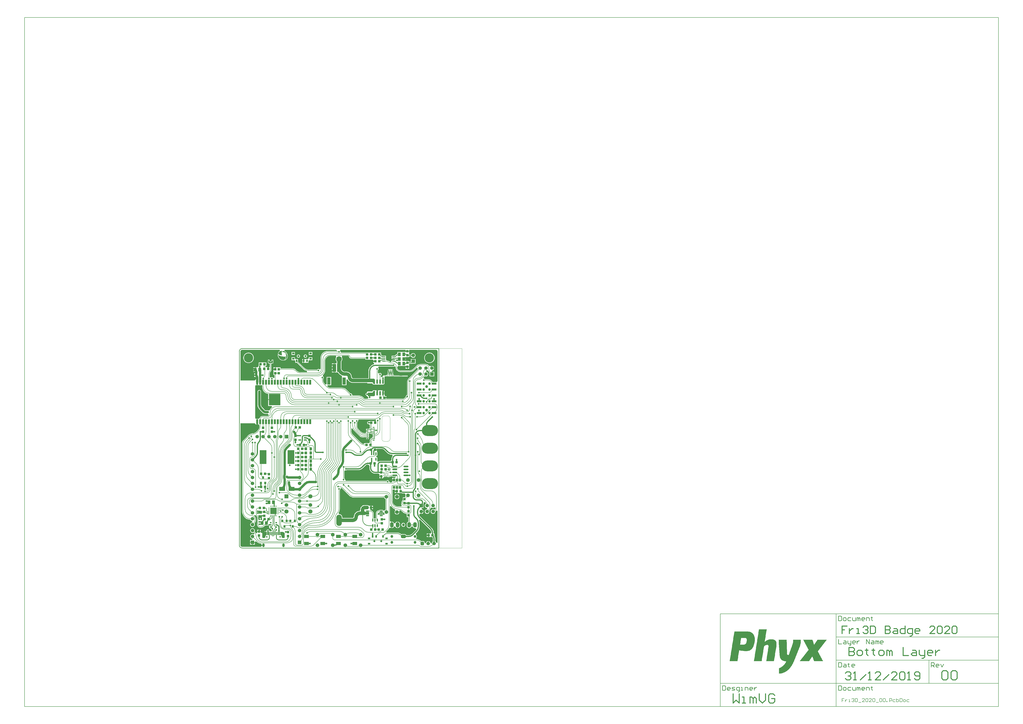
<source format=gbl>
G04*
G04 #@! TF.GenerationSoftware,Altium Limited,Altium Designer,20.0.10 (225)*
G04*
G04 Layer_Physical_Order=2*
G04 Layer_Color=3381759*
%FSLAX25Y25*%
%MOIN*%
G70*
G01*
G75*
%ADD10C,0.00787*%
%ADD11C,0.01000*%
%ADD12C,0.00591*%
%ADD13C,0.00984*%
%ADD15C,0.01575*%
%ADD16C,0.00394*%
%ADD24C,0.06299*%
%ADD37C,0.04724*%
%ADD40C,0.01181*%
%ADD41C,0.05906*%
%ADD42C,0.01968*%
%ADD43C,0.03937*%
%ADD44C,0.03543*%
%ADD45C,0.02559*%
%ADD46O,0.03937X0.06299*%
%ADD47O,0.03937X0.08268*%
%ADD48C,0.05906*%
%ADD49R,0.05906X0.05906*%
%ADD50O,0.09449X0.18898*%
%ADD51C,0.09449*%
%ADD52O,0.09055X0.06299*%
%ADD53O,0.06299X0.09055*%
%ADD54C,0.07087*%
%ADD55R,0.07087X0.07087*%
%ADD56R,0.05906X0.05906*%
%ADD57C,0.06000*%
G04:AMPARAMS|DCode=58|XSize=60mil|YSize=60mil|CornerRadius=15mil|HoleSize=0mil|Usage=FLASHONLY|Rotation=180.000|XOffset=0mil|YOffset=0mil|HoleType=Round|Shape=RoundedRectangle|*
%AMROUNDEDRECTD58*
21,1,0.06000,0.03000,0,0,180.0*
21,1,0.03000,0.06000,0,0,180.0*
1,1,0.03000,-0.01500,0.01500*
1,1,0.03000,0.01500,0.01500*
1,1,0.03000,0.01500,-0.01500*
1,1,0.03000,-0.01500,-0.01500*
%
%ADD58ROUNDEDRECTD58*%
%ADD59C,0.04331*%
%ADD60O,0.27559X0.18504*%
%ADD61C,0.15748*%
%ADD62C,0.02756*%
%ADD63C,0.01968*%
%ADD64C,0.02362*%
%ADD65R,0.11811X0.23622*%
%ADD66R,0.03937X0.04331*%
%ADD67R,0.04331X0.03937*%
%ADD68R,0.02559X0.01181*%
%ADD69R,0.03150X0.01181*%
%ADD70R,0.03740X0.01575*%
%ADD71O,0.05512X0.01772*%
%ADD72R,0.02362X0.04528*%
%ADD73R,0.03937X0.03150*%
%ADD74R,0.02756X0.04331*%
%ADD75R,0.07874X0.05512*%
%ADD76R,0.01181X0.05709*%
%ADD77R,0.03347X0.03937*%
%ADD78R,0.03347X0.03937*%
%ADD79R,0.05906X0.05118*%
%ADD80R,0.05118X0.05906*%
%ADD81R,0.03150X0.02165*%
%ADD82R,0.10236X0.06693*%
%ADD83R,0.03937X0.05118*%
%ADD84R,0.03937X0.01575*%
%ADD85R,0.05512X0.12205*%
%ADD86R,0.05906X0.13386*%
%ADD87R,0.05315X0.01575*%
%ADD88R,0.04724X0.05906*%
%ADD89O,0.02362X0.07874*%
%ADD90R,0.12992X0.09488*%
%ADD91O,0.08661X0.02362*%
%ADD92C,0.03150*%
%ADD93R,0.01083X0.00984*%
%ADD94R,0.00984X0.01083*%
%ADD95R,0.03937X0.05000*%
%ADD96O,0.00984X0.02953*%
%ADD97O,0.02953X0.00984*%
%ADD98R,0.11024X0.11024*%
%ADD99R,0.03543X0.07874*%
%ADD100R,0.19685X0.19685*%
%ADD101R,0.07874X0.03543*%
%ADD102R,0.04528X0.02362*%
%ADD103R,0.11417X0.04724*%
G36*
X71891Y334793D02*
X71890Y334724D01*
X71959Y334724D01*
X71960Y334792D01*
X72028Y334792D01*
X72027Y334723D01*
X72096Y334723D01*
X72097Y334791D01*
X72165Y334790D01*
X72164Y334722D01*
X72233Y334721D01*
X72233Y334790D01*
X73398Y334780D01*
X73397Y334711D01*
X73192Y334713D01*
X73191Y334645D01*
X73123Y334645D01*
X73123Y334714D01*
X73055Y334714D01*
X73054Y334646D01*
X72986Y334646D01*
X72985Y334578D01*
X72917Y334578D01*
X72916Y334510D01*
X72847Y334511D01*
X72847Y334442D01*
X72710Y334443D01*
X72709Y334375D01*
X72709Y334306D01*
X72640Y334307D01*
X72640Y334239D01*
X72571Y334239D01*
X72571Y334171D01*
X72502Y334171D01*
X72501Y334103D01*
X72433Y334103D01*
X72432Y334035D01*
X72364Y334035D01*
X72363Y333967D01*
X72432Y333966D01*
X72431Y333898D01*
X72363Y333898D01*
X72362Y333830D01*
X72294Y333831D01*
X72293Y333762D01*
X72225Y333763D01*
X72224Y333694D01*
X72223Y333626D01*
X72223Y333557D01*
X72154Y333558D01*
X72154Y333489D01*
X72153Y333421D01*
X72153Y333352D01*
X72084Y333353D01*
X72083Y333285D01*
X72152Y333284D01*
X72151Y333215D01*
X72083Y333216D01*
X72082Y333148D01*
X72082Y333079D01*
X72081Y333011D01*
X72013Y333011D01*
X72012Y332943D01*
X72011Y332874D01*
X72011Y332806D01*
X71942Y332806D01*
X71942Y332738D01*
X72010Y332737D01*
X72010Y332669D01*
X71941Y332669D01*
X71940Y332601D01*
X72009Y332600D01*
X72008Y332532D01*
X71940Y332533D01*
X71939Y332464D01*
X71939Y332396D01*
X71938Y332327D01*
X71938Y332259D01*
X71937Y332190D01*
X71936Y332122D01*
X71936Y332053D01*
X71867Y332054D01*
X71867Y331985D01*
X71935Y331985D01*
X71934Y331916D01*
X71866Y331917D01*
X71865Y331848D01*
X71934Y331848D01*
X71933Y331779D01*
X71865Y331780D01*
X71864Y331711D01*
X71933Y331711D01*
X71932Y331642D01*
X71864Y331643D01*
X71863Y331574D01*
X71931Y331574D01*
X71931Y331505D01*
X71863Y331506D01*
X71862Y331437D01*
X71930Y331437D01*
X71930Y331368D01*
X71861Y331369D01*
X71861Y331300D01*
X71929Y331300D01*
X71929Y331231D01*
X71860Y331232D01*
X71860Y331164D01*
X71928Y331163D01*
X71927Y331095D01*
X71927Y331026D01*
X71926Y330958D01*
X71926Y330889D01*
X71925Y330820D01*
X71924Y330752D01*
X71924Y330684D01*
X71923Y330615D01*
X71923Y330547D01*
X71991Y330546D01*
X71990Y330478D01*
X71922Y330478D01*
X71921Y330410D01*
X71990Y330409D01*
X71989Y330341D01*
X71921Y330341D01*
X71920Y330273D01*
X71989Y330272D01*
X71988Y330204D01*
X71920Y330204D01*
X71919Y330136D01*
X71987Y330135D01*
X71987Y330067D01*
X71986Y329998D01*
X71986Y329930D01*
X71985Y329861D01*
X71984Y329793D01*
X72053Y329792D01*
X72052Y329724D01*
X71984Y329724D01*
X71983Y329656D01*
X72052Y329655D01*
X72051Y329587D01*
X72051Y329518D01*
X72050Y329450D01*
X72049Y329381D01*
X72049Y329313D01*
X72117Y329312D01*
X72117Y329244D01*
X72048Y329244D01*
X72048Y329176D01*
X72116Y329175D01*
X72115Y329107D01*
X72115Y329038D01*
X72114Y328970D01*
X72114Y328901D01*
X72113Y328833D01*
X72181Y328832D01*
X72181Y328764D01*
X72180Y328695D01*
X72180Y328627D01*
X72248Y328626D01*
X72248Y328558D01*
X72179Y328558D01*
X72179Y328490D01*
X72247Y328489D01*
X72246Y328421D01*
X72178Y328421D01*
X72177Y328353D01*
X72246Y328352D01*
X72245Y328284D01*
X72245Y328215D01*
X72244Y328147D01*
X72312Y328146D01*
X72312Y328078D01*
X72311Y328009D01*
X72311Y327941D01*
X72379Y327940D01*
X72379Y327872D01*
X72310Y327872D01*
X72309Y327804D01*
X72378Y327803D01*
X72377Y327735D01*
X72309Y327735D01*
X72308Y327667D01*
X72377Y327666D01*
X72376Y327598D01*
X72376Y327529D01*
X72375Y327461D01*
X72443Y327460D01*
X72443Y327392D01*
X72442Y327323D01*
X72442Y327255D01*
X72510Y327254D01*
X72510Y327186D01*
X72441Y327186D01*
X72440Y327118D01*
X72509Y327117D01*
X72508Y327049D01*
X72508Y326980D01*
X72507Y326912D01*
X72439Y326912D01*
X72439Y326981D01*
X72371Y326981D01*
X72370Y326913D01*
X72302Y326914D01*
X72302Y326982D01*
X72097Y326984D01*
X72097Y327052D01*
X72029Y327053D01*
X72028Y326985D01*
X71960Y326985D01*
X71961Y327054D01*
X71618Y327057D01*
X71619Y327125D01*
X71550Y327126D01*
X71550Y327057D01*
X71481Y327058D01*
X71482Y327126D01*
X71413Y327127D01*
X71414Y327195D01*
X71345Y327196D01*
X71345Y327127D01*
X71276Y327128D01*
X71277Y327197D01*
X70935Y327200D01*
X70935Y327268D01*
X70730Y327270D01*
X70730Y327338D01*
X70388Y327341D01*
X70389Y327410D01*
X70183Y327412D01*
X70184Y327480D01*
X69841Y327483D01*
X69842Y327552D01*
X69773Y327552D01*
X69774Y327621D01*
X69705Y327621D01*
X69705Y327553D01*
X69636Y327553D01*
X69637Y327622D01*
X69432Y327624D01*
X69432Y327692D01*
X69364Y327693D01*
X69364Y327761D01*
X69296Y327762D01*
X69295Y327693D01*
X69227Y327694D01*
X69227Y327762D01*
X69022Y327764D01*
X69023Y327833D01*
X68817Y327834D01*
X68818Y327903D01*
X68612Y327905D01*
X68613Y327973D01*
X68544Y327974D01*
X68545Y328042D01*
X68476Y328043D01*
X68476Y327974D01*
X68407Y327975D01*
X68408Y328043D01*
X68203Y328045D01*
X68203Y328114D01*
X68135Y328114D01*
X68135Y328183D01*
X67930Y328185D01*
X67930Y328253D01*
X67862Y328254D01*
X67862Y328322D01*
X67657Y328324D01*
X67658Y328392D01*
X67589Y328393D01*
X67590Y328461D01*
X67384Y328463D01*
X67385Y328532D01*
X67317Y328532D01*
X67317Y328601D01*
X67249Y328601D01*
X67249Y328670D01*
X67181Y328671D01*
X67181Y328739D01*
X66976Y328741D01*
X66976Y328809D01*
X66908Y328810D01*
X66909Y328878D01*
X66840Y328879D01*
X66841Y328947D01*
X66772Y328948D01*
X66773Y329016D01*
X66704Y329017D01*
X66705Y329085D01*
X66637Y329086D01*
X66637Y329155D01*
X66569Y329155D01*
X66569Y329224D01*
X66501Y329224D01*
X66501Y329293D01*
X66502Y329361D01*
X66502Y329430D01*
X66434Y329430D01*
X66435Y329499D01*
X66366Y329499D01*
X66367Y329568D01*
X66367Y329636D01*
X66368Y329705D01*
X66299Y329705D01*
X66300Y329774D01*
X66369Y329773D01*
X66369Y329842D01*
X66301Y329842D01*
X66301Y329911D01*
X66370Y329910D01*
X66370Y329979D01*
X66302Y329979D01*
X66303Y330048D01*
X66303Y330116D01*
X66304Y330185D01*
X66372Y330184D01*
X66373Y330253D01*
X66304Y330253D01*
X66305Y330322D01*
X66373Y330321D01*
X66374Y330390D01*
X66374Y330458D01*
X66375Y330526D01*
X66444Y330526D01*
X66444Y330594D01*
X66513Y330594D01*
X66513Y330662D01*
X66445Y330663D01*
X66445Y330731D01*
X66514Y330731D01*
X66514Y330799D01*
X66515Y330868D01*
X66516Y330936D01*
X66584Y330936D01*
X66585Y331004D01*
X66653Y331003D01*
X66654Y331072D01*
X66585Y331073D01*
X66586Y331141D01*
X66654Y331140D01*
X66655Y331209D01*
X66656Y331277D01*
X66724Y331277D01*
X66725Y331345D01*
X66725Y331414D01*
X66794Y331413D01*
X66794Y331482D01*
X66795Y331550D01*
X66796Y331619D01*
X66864Y331618D01*
X66865Y331686D01*
X66933Y331686D01*
X66934Y331754D01*
X66865Y331755D01*
X66866Y331823D01*
X66934Y331823D01*
X66935Y331891D01*
X67003Y331891D01*
X67004Y331959D01*
X67072Y331959D01*
X67073Y332027D01*
X67074Y332096D01*
X67142Y332095D01*
X67143Y332164D01*
X67143Y332232D01*
X67212Y332231D01*
X67212Y332300D01*
X67281Y332299D01*
X67282Y332368D01*
X67350Y332367D01*
X67351Y332436D01*
X67351Y332504D01*
X67420Y332504D01*
X67420Y332572D01*
X67421Y332641D01*
X67489Y332640D01*
X67490Y332708D01*
X67558Y332708D01*
X67559Y332776D01*
X67628Y332776D01*
X67628Y332844D01*
X67696Y332843D01*
X67697Y332912D01*
X67766Y332911D01*
X67766Y332980D01*
X67835Y332979D01*
X67835Y333048D01*
X67904Y333047D01*
X67904Y333116D01*
X67973Y333115D01*
X67974Y333184D01*
X68042Y333183D01*
X68043Y333251D01*
X68111Y333251D01*
X68112Y333319D01*
X68180Y333319D01*
X68181Y333387D01*
X68249Y333386D01*
X68250Y333455D01*
X68318Y333454D01*
X68319Y333523D01*
X68387Y333522D01*
X68388Y333591D01*
X68456Y333590D01*
X68457Y333659D01*
X68525Y333658D01*
X68526Y333727D01*
X68731Y333725D01*
X68732Y333793D01*
X68801Y333793D01*
X68801Y333861D01*
X69007Y333859D01*
X69007Y333928D01*
X69076Y333927D01*
X69076Y333996D01*
X69145Y333995D01*
X69145Y334064D01*
X69351Y334062D01*
X69351Y334130D01*
X69420Y334130D01*
X69420Y334198D01*
X69626Y334196D01*
X69626Y334265D01*
X69832Y334263D01*
X69833Y334331D01*
X69901Y334331D01*
X69902Y334399D01*
X69970Y334399D01*
X69970Y334330D01*
X70038Y334330D01*
X70039Y334398D01*
X70244Y334396D01*
X70245Y334465D01*
X70313Y334464D01*
X70314Y334533D01*
X70382Y334532D01*
X70382Y334464D01*
X70450Y334463D01*
X70451Y334532D01*
X70656Y334530D01*
X70657Y334598D01*
X70725Y334598D01*
X70725Y334529D01*
X70793Y334529D01*
X70794Y334597D01*
X70862Y334596D01*
X70863Y334665D01*
X70931Y334664D01*
X70931Y334596D01*
X70999Y334595D01*
X71000Y334664D01*
X71479Y334660D01*
X71480Y334728D01*
X71548Y334727D01*
X71548Y334659D01*
X71616Y334658D01*
X71617Y334727D01*
X71822Y334725D01*
X71823Y334793D01*
X71891Y334793D01*
D02*
G37*
G36*
X74423Y334565D02*
X74423Y334497D01*
X74491Y334496D01*
X74492Y334565D01*
X74560Y334564D01*
X74559Y334496D01*
X74902Y334493D01*
X74901Y334424D01*
X74970Y334424D01*
X74970Y334492D01*
X75039Y334491D01*
X75038Y334423D01*
X75244Y334421D01*
X75243Y334353D01*
X75449Y334351D01*
X75448Y334282D01*
X75516Y334282D01*
X75517Y334350D01*
X75585Y334350D01*
X75585Y334281D01*
X75653Y334281D01*
X75653Y334212D01*
X75721Y334212D01*
X75722Y334280D01*
X75790Y334279D01*
X75790Y334211D01*
X75995Y334209D01*
X75995Y334141D01*
X76063Y334140D01*
X76062Y334072D01*
X76268Y334070D01*
X76267Y334001D01*
X76473Y334000D01*
X76472Y333931D01*
X76540Y333930D01*
X76540Y333862D01*
X76745Y333860D01*
X76745Y333792D01*
X76950Y333790D01*
X76950Y333722D01*
X77018Y333721D01*
X77017Y333652D01*
X77086Y333652D01*
X77085Y333583D01*
X77291Y333582D01*
X77290Y333513D01*
X77359Y333512D01*
X77358Y333444D01*
X77427Y333443D01*
X77426Y333375D01*
X77631Y333373D01*
X77631Y333305D01*
X77699Y333304D01*
X77699Y333236D01*
X77767Y333235D01*
X77767Y333167D01*
X77835Y333166D01*
X77834Y333098D01*
X78040Y333096D01*
X78039Y333027D01*
X78108Y333027D01*
X78107Y332958D01*
X78176Y332958D01*
X78175Y332889D01*
X78244Y332888D01*
X78243Y332820D01*
X78312Y332819D01*
X78311Y332751D01*
X78379Y332750D01*
X78379Y332682D01*
X78516Y332681D01*
X78515Y332612D01*
X78514Y332544D01*
X78720Y332542D01*
X78719Y332473D01*
X78719Y332405D01*
X78856Y332404D01*
X78855Y332335D01*
X78855Y332267D01*
X78992Y332265D01*
X78991Y332197D01*
X78990Y332129D01*
X79127Y332127D01*
X79127Y332059D01*
X79126Y331990D01*
X79263Y331989D01*
X79262Y331921D01*
X79262Y331852D01*
X79399Y331851D01*
X79398Y331783D01*
X79330Y331783D01*
X79329Y331715D01*
X79466Y331714D01*
X79466Y331645D01*
X79465Y331577D01*
X79533Y331576D01*
X79533Y331507D01*
X79601Y331507D01*
X79601Y331438D01*
X79669Y331438D01*
X79668Y331369D01*
X79737Y331369D01*
X79736Y331300D01*
X79805Y331300D01*
X79804Y331231D01*
X79873Y331231D01*
X79872Y331162D01*
X79872Y331094D01*
X79871Y331025D01*
X79939Y331025D01*
X79939Y330956D01*
X80007Y330956D01*
X80007Y330887D01*
X80075Y330886D01*
X80075Y330818D01*
X80143Y330817D01*
X80142Y330749D01*
X80211Y330748D01*
X80210Y330680D01*
X80210Y330611D01*
X80278Y330611D01*
X80278Y330542D01*
X80277Y330474D01*
X80345Y330473D01*
X80345Y330405D01*
X80413Y330404D01*
X80413Y330336D01*
X80412Y330267D01*
X80412Y330199D01*
X80480Y330198D01*
X80480Y330130D01*
X80548Y330129D01*
X80547Y330060D01*
X80616Y330060D01*
X80615Y329991D01*
X80615Y329923D01*
X80614Y329854D01*
X80682Y329854D01*
X80682Y329785D01*
X80750Y329785D01*
X80750Y329716D01*
X80749Y329648D01*
X80749Y329579D01*
X80817Y329579D01*
X80817Y329510D01*
X80885Y329510D01*
X80884Y329441D01*
X80884Y329373D01*
X80883Y329304D01*
X80952Y329304D01*
X80951Y329235D01*
X81020Y329235D01*
X81019Y329166D01*
X81018Y329098D01*
X81018Y329029D01*
X81086Y329029D01*
X81086Y328960D01*
X81154Y328959D01*
X81154Y328891D01*
X81085Y328891D01*
X81085Y328823D01*
X81016Y328824D01*
X81017Y328892D01*
X80948Y328893D01*
X80949Y328961D01*
X80880Y328962D01*
X80881Y329030D01*
X80812Y329031D01*
X80813Y329099D01*
X80744Y329100D01*
X80745Y329168D01*
X80677Y329169D01*
X80677Y329238D01*
X80678Y329306D01*
X80609Y329307D01*
X80610Y329375D01*
X80541Y329376D01*
X80542Y329444D01*
X80474Y329445D01*
X80474Y329513D01*
X80475Y329582D01*
X80338Y329583D01*
X80338Y329651D01*
X80339Y329720D01*
X80202Y329721D01*
X80203Y329789D01*
X80203Y329858D01*
X80135Y329859D01*
X80135Y329927D01*
X80067Y329928D01*
X80067Y329996D01*
X79931Y329997D01*
X79931Y330066D01*
X79932Y330134D01*
X79795Y330135D01*
X79795Y330204D01*
X79727Y330205D01*
X79727Y330273D01*
X79590Y330274D01*
X79591Y330343D01*
X79523Y330343D01*
X79523Y330412D01*
X79455Y330412D01*
X79455Y330481D01*
X79387Y330482D01*
X79387Y330550D01*
X79319Y330551D01*
X79320Y330619D01*
X79251Y330620D01*
X79252Y330688D01*
X79046Y330690D01*
X79047Y330758D01*
X78978Y330759D01*
X78979Y330827D01*
X78910Y330828D01*
X78911Y330896D01*
X78843Y330897D01*
X78843Y330966D01*
X78638Y330967D01*
X78638Y331036D01*
X78570Y331036D01*
X78570Y331105D01*
X78502Y331106D01*
X78503Y331174D01*
X78434Y331175D01*
X78435Y331243D01*
X78229Y331245D01*
X78230Y331313D01*
X78161Y331314D01*
X78162Y331382D01*
X77956Y331384D01*
X77957Y331453D01*
X77889Y331453D01*
X77889Y331522D01*
X77684Y331524D01*
X77684Y331592D01*
X77616Y331593D01*
X77617Y331661D01*
X77548Y331662D01*
X77547Y331593D01*
X77479Y331594D01*
X77480Y331662D01*
X77411Y331663D01*
X77412Y331732D01*
X77343Y331732D01*
X77344Y331801D01*
X77275Y331801D01*
X77275Y331733D01*
X77206Y331733D01*
X77207Y331802D01*
X77001Y331803D01*
X77002Y331872D01*
X76933Y331873D01*
X76934Y331941D01*
X76729Y331943D01*
X76729Y332011D01*
X76524Y332013D01*
X76524Y332082D01*
X76319Y332083D01*
X76320Y332152D01*
X76114Y332154D01*
X76115Y332222D01*
X75909Y332224D01*
X75910Y332292D01*
X75704Y332294D01*
X75705Y332363D01*
X75500Y332365D01*
X75500Y332433D01*
X75432Y332434D01*
X75431Y332365D01*
X75363Y332366D01*
X75363Y332434D01*
X75295Y332435D01*
X75295Y332503D01*
X75227Y332504D01*
X75226Y332435D01*
X75158Y332436D01*
X75158Y332504D01*
X74816Y332507D01*
X74817Y332576D01*
X74748Y332576D01*
X74748Y332508D01*
X74679Y332509D01*
X74680Y332577D01*
X74611Y332578D01*
X74612Y332646D01*
X74543Y332647D01*
X74543Y332578D01*
X74474Y332579D01*
X74475Y332647D01*
X74406Y332648D01*
X74406Y332579D01*
X74337Y332580D01*
X74338Y332649D01*
X74269Y332649D01*
X74269Y332581D01*
X74200Y332581D01*
X74201Y332650D01*
X74132Y332650D01*
X74132Y332582D01*
X74063Y332582D01*
X74064Y332651D01*
X73996Y332651D01*
X73995Y332583D01*
X73926Y332584D01*
X73927Y332652D01*
X73858Y332653D01*
X73858Y332584D01*
X73789Y332585D01*
X73790Y332653D01*
X73722Y332654D01*
X73721Y332586D01*
X73652Y332586D01*
X73652Y332518D01*
X73583Y332518D01*
X73584Y332587D01*
X73515Y332587D01*
X73515Y332519D01*
X73309Y332521D01*
X73309Y332452D01*
X73240Y332453D01*
X73240Y332384D01*
X73171Y332385D01*
X73171Y332316D01*
X73102Y332317D01*
X73102Y332248D01*
X73033Y332249D01*
X73034Y332317D01*
X73034Y332386D01*
X73035Y332454D01*
X73036Y332523D01*
X73036Y332592D01*
X73105Y332591D01*
X73105Y332659D01*
X73037Y332660D01*
X73037Y332728D01*
X73106Y332728D01*
X73106Y332796D01*
X73038Y332797D01*
X73039Y332865D01*
X73107Y332865D01*
X73108Y332933D01*
X73108Y333002D01*
X73109Y333070D01*
X73177Y333070D01*
X73178Y333138D01*
X73178Y333207D01*
X73179Y333275D01*
X73248Y333274D01*
X73248Y333343D01*
X73180Y333344D01*
X73180Y333412D01*
X73249Y333411D01*
X73249Y333480D01*
X73250Y333548D01*
X73318Y333548D01*
X73319Y333616D01*
X73320Y333685D01*
X73388Y333684D01*
X73389Y333753D01*
X73389Y333821D01*
X73390Y333890D01*
X73458Y333889D01*
X73459Y333958D01*
X73527Y333957D01*
X73528Y334025D01*
X73529Y334094D01*
X73666Y334093D01*
X73666Y334161D01*
X73667Y334230D01*
X73804Y334228D01*
X73804Y334297D01*
X73805Y334365D01*
X73942Y334364D01*
X73943Y334433D01*
X74011Y334432D01*
X74012Y334501D01*
X74354Y334497D01*
X74355Y334566D01*
X74423Y334565D01*
D02*
G37*
G36*
X282464Y334553D02*
X282241Y332677D01*
Y332677D01*
Y332677D01*
X275984D01*
Y332677D01*
X275197D01*
Y332677D01*
X268504D01*
Y329713D01*
X268321Y329657D01*
X266809Y328849D01*
X266726Y328805D01*
X265329Y327658D01*
X263850Y326476D01*
X258760D01*
Y321374D01*
X258744D01*
Y320087D01*
X262402D01*
Y319087D01*
X258744D01*
Y317799D01*
X258744Y317799D01*
X258744Y317799D01*
X258105Y316095D01*
X257002Y315484D01*
X255855Y315894D01*
X254585Y316936D01*
X254361Y317056D01*
X253137Y317710D01*
X251809Y318113D01*
X251566Y318186D01*
X249931Y318347D01*
X249114Y319977D01*
Y322933D01*
Y326476D01*
X243855D01*
X242534Y326877D01*
X241206Y327587D01*
X240748Y327962D01*
Y331693D01*
X236024D01*
X234449Y331693D01*
X232481Y331693D01*
X227756D01*
Y331693D01*
X226969D01*
Y331693D01*
X222244D01*
X220670Y331693D01*
X218701Y331693D01*
X213977D01*
Y331620D01*
X173350D01*
X171700Y333071D01*
X171517Y333993D01*
X171106Y334607D01*
X171298Y335420D01*
X171841Y336576D01*
X282464D01*
Y334553D01*
D02*
G37*
G36*
X78429Y330627D02*
X78429Y330558D01*
X78497Y330558D01*
X78497Y330489D01*
X78565Y330489D01*
X78564Y330420D01*
X78770Y330418D01*
X78769Y330350D01*
X78838Y330349D01*
X78837Y330281D01*
X78906Y330280D01*
X78905Y330212D01*
X79110Y330210D01*
X79110Y330141D01*
X79178Y330141D01*
X79178Y330072D01*
X79246Y330072D01*
X79246Y330003D01*
X79314Y330003D01*
X79314Y329934D01*
X79382Y329934D01*
X79381Y329865D01*
X79450Y329865D01*
X79449Y329796D01*
X79655Y329794D01*
X79654Y329726D01*
X79723Y329725D01*
X79722Y329657D01*
X79791Y329656D01*
X79790Y329588D01*
X79858Y329587D01*
X79858Y329519D01*
X79926Y329518D01*
X79926Y329450D01*
X79994Y329449D01*
X79994Y329380D01*
X80062Y329380D01*
X80061Y329311D01*
X80130Y329311D01*
X80129Y329242D01*
X80198Y329242D01*
X80197Y329173D01*
X80266Y329173D01*
X80265Y329104D01*
X80334Y329103D01*
X80333Y329035D01*
X80401Y329034D01*
X80401Y328966D01*
X80469Y328965D01*
X80469Y328897D01*
X80537Y328896D01*
X80537Y328828D01*
X80605Y328827D01*
X80604Y328759D01*
X80536Y328759D01*
X80535Y328691D01*
X80672Y328690D01*
X80672Y328621D01*
X80671Y328553D01*
X80740Y328552D01*
X80739Y328484D01*
X80808Y328483D01*
X80807Y328415D01*
X80875Y328414D01*
X80875Y328345D01*
X80943Y328345D01*
X80943Y328276D01*
X81011Y328276D01*
X81011Y328207D01*
X80942Y328208D01*
X80941Y328139D01*
X81010Y328139D01*
X81009Y328070D01*
X81078Y328070D01*
X81077Y328001D01*
X81146Y328001D01*
X81145Y327932D01*
X81077Y327933D01*
X81076Y327864D01*
X81145Y327864D01*
X81144Y327795D01*
X81213Y327795D01*
X81212Y327726D01*
X81280Y327726D01*
X81280Y327657D01*
X81279Y327589D01*
X81279Y327520D01*
X81347Y327519D01*
X81346Y327451D01*
X81346Y327383D01*
X81345Y327314D01*
X81414Y327313D01*
X81413Y327245D01*
X81413Y327176D01*
X81412Y327108D01*
X81480Y327108D01*
X81480Y327039D01*
X81479Y326971D01*
X81479Y326902D01*
X81547Y326901D01*
X81546Y326833D01*
X81546Y326764D01*
X81545Y326696D01*
X81614Y326695D01*
X81613Y326627D01*
X81545Y326627D01*
X81544Y326559D01*
X81613Y326558D01*
X81612Y326490D01*
X81611Y326421D01*
X81611Y326353D01*
X81610Y326285D01*
X81610Y326216D01*
X81678Y326215D01*
X81678Y326147D01*
X81609Y326148D01*
X81608Y326079D01*
X81677Y326079D01*
X81676Y326010D01*
X81608Y326011D01*
X81607Y325942D01*
X81676Y325941D01*
X81675Y325873D01*
X81674Y325805D01*
X81674Y325736D01*
X81605Y325737D01*
X81605Y325668D01*
X81673Y325668D01*
X81673Y325599D01*
X81672Y325531D01*
X81672Y325462D01*
X81603Y325463D01*
X81602Y325394D01*
X81671Y325394D01*
X81670Y325325D01*
X81602Y325326D01*
X81601Y325257D01*
X81670Y325257D01*
X81669Y325188D01*
X81601Y325189D01*
X81600Y325120D01*
X81669Y325120D01*
X81668Y325051D01*
X81599Y325052D01*
X81599Y324983D01*
X81598Y324915D01*
X81598Y324846D01*
X81597Y324778D01*
X81596Y324710D01*
X81528Y324710D01*
X81527Y324642D01*
X81527Y324573D01*
X81526Y324505D01*
X81526Y324436D01*
X81525Y324368D01*
X81457Y324368D01*
X81456Y324300D01*
X81524Y324299D01*
X81524Y324231D01*
X81455Y324231D01*
X81455Y324163D01*
X81454Y324094D01*
X81454Y324026D01*
X81385Y324026D01*
X81384Y323958D01*
X81384Y323889D01*
X81383Y323821D01*
X81315Y323822D01*
X81314Y323753D01*
X81383Y323753D01*
X81382Y323684D01*
X81314Y323685D01*
X81313Y323616D01*
X81312Y323548D01*
X81244Y323548D01*
X81243Y323480D01*
X81243Y323411D01*
X81174Y323412D01*
X81174Y323343D01*
X81242Y323343D01*
X81242Y323274D01*
X81173Y323275D01*
X81172Y323206D01*
X81172Y323138D01*
X81103Y323139D01*
X81103Y323070D01*
X81102Y323002D01*
X81034Y323002D01*
X81033Y322934D01*
X81102Y322933D01*
X81101Y322865D01*
X81033Y322865D01*
X81032Y322797D01*
X80963Y322797D01*
X80963Y322729D01*
X80894Y322730D01*
X80894Y322661D01*
X80962Y322660D01*
X80962Y322592D01*
X80893Y322593D01*
X80892Y322524D01*
X80824Y322525D01*
X80823Y322456D01*
X80755Y322457D01*
X80754Y322388D01*
X80823Y322388D01*
X80822Y322319D01*
X80754Y322320D01*
X80753Y322251D01*
X80685Y322252D01*
X80684Y322183D01*
X80616Y322184D01*
X80615Y322116D01*
X80683Y322115D01*
X80683Y322047D01*
X80614Y322047D01*
X80614Y321979D01*
X80545Y321979D01*
X80545Y321911D01*
X80476Y321911D01*
X80476Y321843D01*
X80475Y321774D01*
X80407Y321775D01*
X80406Y321707D01*
X80405Y321638D01*
X80337Y321639D01*
X80336Y321570D01*
X80268Y321571D01*
X80267Y321502D01*
X80199Y321503D01*
X80198Y321434D01*
X80130Y321435D01*
X80129Y321367D01*
X80061Y321367D01*
X80060Y321299D01*
X80129Y321298D01*
X80128Y321230D01*
X79991Y321231D01*
X79990Y321162D01*
X79990Y321094D01*
X79921Y321094D01*
X79921Y321026D01*
X79852Y321026D01*
X79852Y320958D01*
X79783Y320959D01*
X79782Y320890D01*
X79714Y320891D01*
X79713Y320822D01*
X79645Y320823D01*
X79644Y320754D01*
X79576Y320755D01*
X79575Y320687D01*
X79507Y320687D01*
X79506Y320619D01*
X79438Y320619D01*
X79437Y320551D01*
X79369Y320551D01*
X79368Y320483D01*
X79300Y320483D01*
X79299Y320415D01*
X79230Y320416D01*
X79230Y320347D01*
X79161Y320348D01*
X79161Y320279D01*
X79024Y320280D01*
X79023Y320212D01*
X79023Y320144D01*
X78817Y320145D01*
X78817Y320077D01*
X78748Y320077D01*
X78747Y320009D01*
X78679Y320009D01*
X78679Y319941D01*
X78610Y319942D01*
X78609Y319873D01*
X78404Y319875D01*
X78403Y319807D01*
X78335Y319807D01*
X78334Y319739D01*
X78197Y319740D01*
X78197Y319671D01*
X78060Y319672D01*
X78059Y319604D01*
X77991Y319605D01*
X77990Y319536D01*
X77922Y319537D01*
X77922Y319605D01*
X77854Y319606D01*
X77853Y319537D01*
X77785Y319538D01*
X77784Y319469D01*
X77579Y319471D01*
X77578Y319403D01*
X77510Y319403D01*
X77509Y319335D01*
X77372Y319336D01*
X77373Y319405D01*
X77510Y319403D01*
X77510Y319472D01*
X77511Y319540D01*
X77579Y319540D01*
X77580Y319608D01*
X77580Y319677D01*
X77649Y319676D01*
X77649Y319745D01*
X77718Y319744D01*
X77719Y319812D01*
X77787Y319812D01*
X77788Y319880D01*
X77856Y319880D01*
X77857Y319948D01*
X77925Y319948D01*
X77926Y320016D01*
X77857Y320017D01*
X77858Y320085D01*
X77926Y320085D01*
X77927Y320153D01*
X77996Y320152D01*
X77996Y320221D01*
X78065Y320220D01*
X78065Y320289D01*
X78134Y320288D01*
X78134Y320357D01*
X78135Y320425D01*
X78135Y320494D01*
X78204Y320493D01*
X78205Y320562D01*
X78273Y320561D01*
X78274Y320629D01*
X78342Y320629D01*
X78343Y320697D01*
X78274Y320698D01*
X78275Y320766D01*
X78343Y320766D01*
X78344Y320834D01*
X78412Y320834D01*
X78413Y320902D01*
X78481Y320901D01*
X78482Y320970D01*
X78483Y321039D01*
X78551Y321038D01*
X78552Y321106D01*
X78552Y321175D01*
X78621Y321174D01*
X78621Y321243D01*
X78622Y321311D01*
X78623Y321380D01*
X78691Y321379D01*
X78692Y321448D01*
X78760Y321447D01*
X78761Y321515D01*
X78692Y321516D01*
X78693Y321585D01*
X78761Y321584D01*
X78762Y321652D01*
X78830Y321652D01*
X78831Y321720D01*
X78832Y321789D01*
X78832Y321857D01*
X78901Y321857D01*
X78901Y321925D01*
X78902Y321994D01*
X78970Y321993D01*
X78971Y322061D01*
X78971Y322130D01*
X79040Y322129D01*
X79041Y322198D01*
X78972Y322199D01*
X78973Y322267D01*
X79041Y322266D01*
X79042Y322335D01*
X79110Y322334D01*
X79111Y322403D01*
X79111Y322471D01*
X79112Y322540D01*
X79181Y322539D01*
X79181Y322607D01*
X79113Y322608D01*
X79113Y322677D01*
X79182Y322676D01*
X79182Y322744D01*
X79251Y322744D01*
X79251Y322812D01*
X79252Y322881D01*
X79253Y322949D01*
X79321Y322949D01*
X79322Y323017D01*
X79253Y323018D01*
X79254Y323086D01*
X79322Y323086D01*
X79323Y323154D01*
X79324Y323223D01*
X79324Y323291D01*
X79393Y323290D01*
X79393Y323359D01*
X79325Y323360D01*
X79325Y323428D01*
X79394Y323428D01*
X79394Y323496D01*
X79463Y323495D01*
X79463Y323564D01*
X79395Y323565D01*
X79396Y323633D01*
X79464Y323632D01*
X79465Y323701D01*
X79396Y323701D01*
X79397Y323770D01*
X79465Y323769D01*
X79466Y323838D01*
X79466Y323906D01*
X79467Y323975D01*
X79468Y324043D01*
X79468Y324112D01*
X79537Y324111D01*
X79537Y324180D01*
X79538Y324248D01*
X79539Y324317D01*
X79539Y324385D01*
X79540Y324453D01*
X79608Y324453D01*
X79609Y324521D01*
X79540Y324522D01*
X79541Y324590D01*
X79609Y324590D01*
X79610Y324658D01*
X79541Y324659D01*
X79542Y324727D01*
X79611Y324727D01*
X79611Y324795D01*
X79543Y324796D01*
X79543Y324864D01*
X79612Y324864D01*
X79612Y324932D01*
X79544Y324933D01*
X79544Y325001D01*
X79613Y325001D01*
X79614Y325069D01*
X79614Y325138D01*
X79615Y325206D01*
X79546Y325207D01*
X79547Y325275D01*
X79615Y325275D01*
X79616Y325343D01*
X79616Y325412D01*
X79617Y325480D01*
X79618Y325549D01*
X79618Y325617D01*
X79619Y325686D01*
X79619Y325754D01*
X79551Y325755D01*
X79552Y325823D01*
X79620Y325822D01*
X79621Y325891D01*
X79552Y325892D01*
X79553Y325960D01*
X79621Y325959D01*
X79622Y326028D01*
X79553Y326028D01*
X79554Y326097D01*
X79623Y326096D01*
X79623Y326165D01*
X79555Y326166D01*
X79555Y326234D01*
X79624Y326233D01*
X79624Y326302D01*
X79556Y326302D01*
X79556Y326371D01*
X79625Y326370D01*
X79625Y326439D01*
X79557Y326439D01*
X79558Y326508D01*
X79558Y326576D01*
X79559Y326645D01*
X79559Y326713D01*
X79560Y326782D01*
X79492Y326782D01*
X79492Y326851D01*
X79493Y326919D01*
X79493Y326988D01*
X79425Y326988D01*
X79425Y327057D01*
X79494Y327056D01*
X79495Y327125D01*
X79426Y327125D01*
X79427Y327194D01*
X79495Y327193D01*
X79496Y327262D01*
X79427Y327262D01*
X79428Y327331D01*
X79496Y327330D01*
X79497Y327399D01*
X79428Y327399D01*
X79429Y327468D01*
X79361Y327468D01*
X79361Y327537D01*
X79362Y327605D01*
X79362Y327674D01*
X79294Y327674D01*
X79294Y327743D01*
X79363Y327742D01*
X79364Y327811D01*
X79295Y327811D01*
X79296Y327880D01*
X79296Y327948D01*
X79297Y328017D01*
X79228Y328017D01*
X79229Y328086D01*
X79229Y328154D01*
X79230Y328223D01*
X79162Y328223D01*
X79162Y328292D01*
X79231Y328291D01*
X79231Y328360D01*
X79163Y328360D01*
X79163Y328429D01*
X79164Y328497D01*
X79165Y328566D01*
X79096Y328567D01*
X79097Y328635D01*
X79028Y328636D01*
X79029Y328704D01*
X79097Y328703D01*
X79098Y328772D01*
X79030Y328772D01*
X79030Y328841D01*
X78962Y328842D01*
X78962Y328910D01*
X78963Y328978D01*
X78963Y329047D01*
X78895Y329048D01*
X78896Y329116D01*
X78896Y329185D01*
X78897Y329253D01*
X78828Y329254D01*
X78829Y329322D01*
X78760Y329323D01*
X78761Y329391D01*
X78829Y329391D01*
X78830Y329459D01*
X78762Y329460D01*
X78762Y329528D01*
X78694Y329529D01*
X78694Y329597D01*
X78695Y329666D01*
X78695Y329734D01*
X78627Y329735D01*
X78628Y329803D01*
X78559Y329804D01*
X78560Y329872D01*
X78491Y329873D01*
X78492Y329941D01*
X78560Y329941D01*
X78561Y330009D01*
X78492Y330010D01*
X78493Y330078D01*
X78425Y330079D01*
X78425Y330148D01*
X78426Y330216D01*
X78426Y330284D01*
X78358Y330285D01*
X78359Y330353D01*
X78290Y330354D01*
X78290Y330423D01*
X78222Y330423D01*
X78223Y330492D01*
X78291Y330491D01*
X78292Y330559D01*
X78223Y330560D01*
X78224Y330629D01*
X78429Y330627D01*
D02*
G37*
G36*
X81221Y328753D02*
X81220Y328685D01*
X81220Y328616D01*
X81083Y328618D01*
X81083Y328686D01*
X81152Y328685D01*
X81152Y328754D01*
X81221Y328753D01*
D02*
G37*
G36*
X66082Y328269D02*
X66081Y328201D01*
X66149Y328200D01*
X66149Y328132D01*
X66217Y328131D01*
X66217Y328063D01*
X66216Y327994D01*
X66285Y327993D01*
X66284Y327925D01*
X66283Y327856D01*
X66352Y327856D01*
X66351Y327787D01*
X66420Y327787D01*
X66419Y327718D01*
X66488Y327718D01*
X66487Y327649D01*
X66556Y327649D01*
X66555Y327580D01*
X66623Y327580D01*
X66623Y327511D01*
X66691Y327510D01*
X66691Y327442D01*
X66759Y327441D01*
X66759Y327373D01*
X66827Y327372D01*
X66826Y327304D01*
X67032Y327302D01*
X67031Y327234D01*
X67031Y327165D01*
X67168Y327164D01*
X67167Y327095D01*
X67235Y327095D01*
X67235Y327026D01*
X67372Y327025D01*
X67371Y326957D01*
X67508Y326956D01*
X67508Y326887D01*
X67576Y326886D01*
X67576Y326818D01*
X67712Y326817D01*
X67712Y326748D01*
X67849Y326747D01*
X67848Y326679D01*
X67917Y326678D01*
X67916Y326609D01*
X68122Y326608D01*
X68121Y326539D01*
X68189Y326539D01*
X68189Y326470D01*
X68394Y326468D01*
X68394Y326400D01*
X68599Y326398D01*
X68599Y326330D01*
X68804Y326328D01*
X68803Y326259D01*
X68872Y326259D01*
X68871Y326190D01*
X68940Y326190D01*
X68940Y326258D01*
X69009Y326257D01*
X69008Y326189D01*
X69214Y326187D01*
X69213Y326119D01*
X69282Y326118D01*
X69281Y326050D01*
X69623Y326047D01*
X69623Y325978D01*
X69691Y325978D01*
X69691Y325909D01*
X69759Y325908D01*
X69760Y325977D01*
X69828Y325976D01*
X69828Y325908D01*
X70033Y325906D01*
X70032Y325838D01*
X70238Y325836D01*
X70237Y325767D01*
X70580Y325764D01*
X70579Y325696D01*
X70784Y325694D01*
X70784Y325626D01*
X71126Y325623D01*
X71126Y325554D01*
X71331Y325552D01*
X71330Y325484D01*
X71399Y325483D01*
X71400Y325552D01*
X71468Y325551D01*
X71468Y325483D01*
X71810Y325480D01*
X71809Y325411D01*
X71878Y325411D01*
X71878Y325479D01*
X71947Y325479D01*
X71946Y325410D01*
X72152Y325408D01*
X72151Y325340D01*
X72220Y325339D01*
X72220Y325408D01*
X72289Y325407D01*
X72288Y325339D01*
X72493Y325337D01*
X72493Y325268D01*
X72561Y325268D01*
X72562Y325336D01*
X72630Y325336D01*
X72630Y325267D01*
X72698Y325267D01*
X72699Y325335D01*
X72767Y325334D01*
X72767Y325266D01*
X72835Y325265D01*
X72835Y325197D01*
X72903Y325196D01*
X72904Y325265D01*
X72972Y325264D01*
X72972Y325196D01*
X73588Y325190D01*
X73587Y325122D01*
X73656Y325121D01*
X73656Y325190D01*
X73725Y325189D01*
X73724Y325121D01*
X73930Y325119D01*
X73929Y325050D01*
X73998Y325050D01*
X73998Y325118D01*
X74067Y325118D01*
X74066Y325049D01*
X74135Y325048D01*
X74135Y325117D01*
X74204Y325116D01*
X74203Y325048D01*
X74546Y325045D01*
X74545Y324976D01*
X74613Y324976D01*
X74614Y325044D01*
X74682Y325044D01*
X74682Y324975D01*
X74887Y324974D01*
X74887Y324905D01*
X74955Y324904D01*
X74956Y324973D01*
X75024Y324972D01*
X75024Y324904D01*
X75092Y324903D01*
X75093Y324972D01*
X75161Y324971D01*
X75161Y324903D01*
X75640Y324898D01*
X75639Y324830D01*
X75708Y324829D01*
X75708Y324898D01*
X75777Y324897D01*
X75776Y324829D01*
X75982Y324827D01*
X75981Y324759D01*
X76050Y324758D01*
X76050Y324826D01*
X76119Y324826D01*
X76118Y324757D01*
X76187Y324757D01*
X76187Y324825D01*
X76256Y324825D01*
X76255Y324756D01*
X76323Y324756D01*
X76324Y324824D01*
X76393Y324823D01*
X76392Y324755D01*
X76597Y324753D01*
X76598Y324822D01*
X76666Y324821D01*
X76666Y324752D01*
X77145Y324748D01*
X77146Y324817D01*
X77214Y324816D01*
X77214Y324748D01*
X77282Y324747D01*
X77283Y324816D01*
X77351Y324815D01*
X77351Y324747D01*
X77419Y324746D01*
X77420Y324814D01*
X77625Y324813D01*
X77626Y324881D01*
X77968Y324878D01*
X77969Y324947D01*
X78037Y324946D01*
X78038Y325014D01*
X78243Y325013D01*
X78244Y325081D01*
X78312Y325081D01*
X78313Y325149D01*
X78450Y325148D01*
X78451Y325216D01*
X78451Y325285D01*
X78588Y325284D01*
X78589Y325352D01*
X78589Y325421D01*
X78658Y325420D01*
X78658Y325488D01*
X78727Y325488D01*
X78728Y325556D01*
X78796Y325556D01*
X78797Y325624D01*
X78797Y325693D01*
X78798Y325761D01*
X78866Y325761D01*
X78866Y325692D01*
X78934Y325692D01*
X78934Y325623D01*
X78865Y325624D01*
X78864Y325555D01*
X78933Y325555D01*
X78932Y325486D01*
X78864Y325487D01*
X78863Y325418D01*
X78932Y325418D01*
X78931Y325349D01*
X78863Y325350D01*
X78862Y325281D01*
X78861Y325213D01*
X78861Y325144D01*
X78860Y325076D01*
X78860Y325007D01*
X78859Y324939D01*
X78859Y324870D01*
X78858Y324802D01*
X78857Y324733D01*
X78789Y324734D01*
X78788Y324665D01*
X78788Y324597D01*
X78787Y324529D01*
X78786Y324460D01*
X78786Y324392D01*
X78785Y324323D01*
X78785Y324255D01*
X78716Y324255D01*
X78715Y324187D01*
X78784Y324186D01*
X78783Y324118D01*
X78715Y324118D01*
X78714Y324050D01*
X78783Y324049D01*
X78782Y323981D01*
X78714Y323981D01*
X78713Y323913D01*
X78712Y323844D01*
X78712Y323776D01*
X78711Y323707D01*
X78711Y323639D01*
X78642Y323640D01*
X78642Y323571D01*
X78641Y323503D01*
X78641Y323434D01*
X78640Y323366D01*
X78639Y323297D01*
X78571Y323298D01*
X78570Y323229D01*
X78639Y323229D01*
X78638Y323160D01*
X78570Y323161D01*
X78569Y323092D01*
X78568Y323024D01*
X78568Y322955D01*
X78499Y322956D01*
X78499Y322887D01*
X78498Y322819D01*
X78497Y322750D01*
X78429Y322751D01*
X78429Y322683D01*
X78497Y322682D01*
X78496Y322614D01*
X78428Y322614D01*
X78427Y322546D01*
X78427Y322477D01*
X78426Y322409D01*
X78358Y322409D01*
X78357Y322341D01*
X78356Y322272D01*
X78356Y322204D01*
X78287Y322204D01*
X78287Y322136D01*
X78355Y322135D01*
X78355Y322067D01*
X78286Y322067D01*
X78285Y321999D01*
X78217Y322000D01*
X78216Y321931D01*
X78216Y321863D01*
X78215Y321794D01*
X78147Y321795D01*
X78146Y321726D01*
X78146Y321658D01*
X78145Y321589D01*
X78076Y321590D01*
X78076Y321521D01*
X78007Y321522D01*
X78007Y321454D01*
X78075Y321453D01*
X78075Y321385D01*
X78006Y321385D01*
X78006Y321317D01*
X77937Y321317D01*
X77937Y321249D01*
X77868Y321249D01*
X77868Y321181D01*
X77936Y321180D01*
X77935Y321112D01*
X77867Y321112D01*
X77866Y321044D01*
X77798Y321044D01*
X77797Y320976D01*
X77797Y320907D01*
X77796Y320839D01*
X77728Y320840D01*
X77727Y320771D01*
X77658Y320772D01*
X77658Y320703D01*
X77589Y320704D01*
X77589Y320635D01*
X77588Y320567D01*
X77520Y320567D01*
X77519Y320499D01*
X77518Y320430D01*
X77450Y320431D01*
X77449Y320363D01*
X77381Y320363D01*
X77380Y320295D01*
X77312Y320295D01*
X77311Y320227D01*
X77311Y320159D01*
X77174Y320160D01*
X77173Y320091D01*
X77172Y320023D01*
X77104Y320023D01*
X77103Y319955D01*
X77103Y319886D01*
X76966Y319887D01*
X76965Y319819D01*
X76965Y319750D01*
X76828Y319752D01*
X76827Y319683D01*
X76827Y319615D01*
X76621Y319617D01*
X76621Y319548D01*
X76552Y319549D01*
X76551Y319480D01*
X76483Y319481D01*
X76482Y319412D01*
X76414Y319413D01*
X76413Y319344D01*
X76208Y319346D01*
X76207Y319278D01*
X76139Y319278D01*
X76138Y319210D01*
X75933Y319212D01*
X75932Y319143D01*
X75864Y319144D01*
X75863Y319075D01*
X75521Y319078D01*
X75520Y319010D01*
X75315Y319012D01*
X75314Y318943D01*
X75245Y318944D01*
X75246Y319012D01*
X75178Y319013D01*
X75177Y318944D01*
X74561Y318950D01*
X74560Y318881D01*
X74492Y318882D01*
X74492Y318950D01*
X74424Y318951D01*
X74423Y318882D01*
X74355Y318883D01*
X74355Y318952D01*
X74287Y318952D01*
X74286Y318884D01*
X74218Y318884D01*
X74218Y318953D01*
X73328Y318960D01*
X73329Y319029D01*
X73260Y319029D01*
X73260Y318961D01*
X73191Y318962D01*
X73192Y319030D01*
X72986Y319032D01*
X72987Y319100D01*
X72918Y319101D01*
X72918Y319033D01*
X72849Y319033D01*
X72850Y319102D01*
X72645Y319103D01*
X72645Y319172D01*
X72577Y319173D01*
X72576Y319104D01*
X72508Y319105D01*
X72508Y319173D01*
X72440Y319174D01*
X72440Y319242D01*
X72372Y319243D01*
X72371Y319174D01*
X72303Y319175D01*
X72303Y319243D01*
X72098Y319245D01*
X72098Y319314D01*
X71893Y319315D01*
X71894Y319384D01*
X71688Y319386D01*
X71689Y319454D01*
X71483Y319456D01*
X71484Y319524D01*
X71279Y319526D01*
X71279Y319595D01*
X71211Y319595D01*
X71211Y319664D01*
X71006Y319666D01*
X71006Y319734D01*
X70938Y319735D01*
X70938Y319803D01*
X70733Y319805D01*
X70734Y319873D01*
X70665Y319874D01*
X70666Y319942D01*
X70460Y319944D01*
X70461Y320013D01*
X70393Y320013D01*
X70393Y320082D01*
X70188Y320084D01*
X70188Y320152D01*
X70120Y320153D01*
X70120Y320221D01*
X70052Y320222D01*
X70052Y320290D01*
X69984Y320291D01*
X69985Y320359D01*
X69848Y320360D01*
X69848Y320429D01*
X69711Y320430D01*
X69712Y320499D01*
X69643Y320499D01*
X69644Y320568D01*
X69576Y320568D01*
X69576Y320637D01*
X69508Y320637D01*
X69508Y320706D01*
X69440Y320707D01*
X69440Y320775D01*
X69235Y320777D01*
X69235Y320845D01*
X69304Y320845D01*
X69305Y320913D01*
X69099Y320915D01*
X69100Y320983D01*
X69031Y320984D01*
X69032Y321053D01*
X68963Y321053D01*
X68964Y321122D01*
X68896Y321122D01*
X68896Y321191D01*
X68828Y321191D01*
X68828Y321260D01*
X68760Y321260D01*
X68760Y321329D01*
X68692Y321329D01*
X68692Y321398D01*
X68624Y321398D01*
X68625Y321467D01*
X68556Y321468D01*
X68557Y321536D01*
X68488Y321537D01*
X68489Y321605D01*
X68420Y321606D01*
X68421Y321674D01*
X68352Y321675D01*
X68353Y321743D01*
X68284Y321744D01*
X68285Y321812D01*
X68217Y321813D01*
X68217Y321881D01*
X68149Y321882D01*
X68149Y321951D01*
X68218Y321950D01*
X68218Y322018D01*
X68081Y322020D01*
X68082Y322088D01*
X68083Y322157D01*
X68014Y322157D01*
X68015Y322226D01*
X67946Y322226D01*
X67947Y322295D01*
X67878Y322295D01*
X67879Y322364D01*
X67811Y322364D01*
X67811Y322433D01*
X67743Y322433D01*
X67743Y322502D01*
X67675Y322502D01*
X67675Y322571D01*
X67676Y322639D01*
X67677Y322708D01*
X67608Y322709D01*
X67609Y322777D01*
X67540Y322778D01*
X67541Y322846D01*
X67472Y322847D01*
X67473Y322915D01*
X67474Y322984D01*
X67405Y322984D01*
X67406Y323053D01*
X67406Y323121D01*
X67338Y323122D01*
X67338Y323190D01*
X67270Y323191D01*
X67270Y323259D01*
X67202Y323260D01*
X67203Y323328D01*
X67271Y323328D01*
X67272Y323396D01*
X67203Y323397D01*
X67204Y323465D01*
X67135Y323466D01*
X67136Y323534D01*
X67067Y323535D01*
X67068Y323604D01*
X67137Y323603D01*
X67137Y323672D01*
X67069Y323672D01*
X67069Y323741D01*
X67001Y323741D01*
X67001Y323810D01*
X66933Y323810D01*
X66934Y323879D01*
X66934Y323947D01*
X66935Y324016D01*
X66866Y324016D01*
X66867Y324085D01*
X66798Y324085D01*
X66799Y324154D01*
X66867Y324153D01*
X66868Y324222D01*
X66799Y324222D01*
X66800Y324291D01*
X66732Y324291D01*
X66732Y324360D01*
X66733Y324428D01*
X66733Y324497D01*
X66665Y324497D01*
X66666Y324566D01*
X66666Y324634D01*
X66667Y324703D01*
X66598Y324703D01*
X66599Y324772D01*
X66530Y324773D01*
X66531Y324841D01*
X66600Y324840D01*
X66600Y324909D01*
X66532Y324909D01*
X66532Y324978D01*
X66533Y325046D01*
X66533Y325115D01*
X66465Y325115D01*
X66466Y325184D01*
X66397Y325185D01*
X66398Y325253D01*
X66466Y325252D01*
X66467Y325321D01*
X66398Y325322D01*
X66399Y325390D01*
X66399Y325459D01*
X66400Y325527D01*
X66331Y325528D01*
X66332Y325596D01*
X66333Y325664D01*
X66333Y325733D01*
X66265Y325734D01*
X66265Y325802D01*
X66334Y325801D01*
X66334Y325870D01*
X66266Y325871D01*
X66267Y325939D01*
X66267Y326008D01*
X66268Y326076D01*
X66199Y326077D01*
X66200Y326145D01*
X66201Y326214D01*
X66201Y326282D01*
X66133Y326283D01*
X66133Y326351D01*
X66202Y326350D01*
X66202Y326419D01*
X66134Y326420D01*
X66134Y326488D01*
X66203Y326487D01*
X66203Y326556D01*
X66135Y326557D01*
X66136Y326625D01*
X66136Y326694D01*
X66137Y326762D01*
X66068Y326763D01*
X66069Y326831D01*
X66137Y326831D01*
X66138Y326899D01*
X66070Y326900D01*
X66070Y326968D01*
X66071Y327036D01*
X66071Y327105D01*
X66072Y327173D01*
X66072Y327242D01*
X66004Y327242D01*
X66005Y327311D01*
X66073Y327310D01*
X66074Y327379D01*
X66005Y327379D01*
X66006Y327448D01*
X66074Y327447D01*
X66075Y327516D01*
X66006Y327517D01*
X66007Y327585D01*
X66075Y327584D01*
X66076Y327653D01*
X66008Y327653D01*
X66008Y327722D01*
X66077Y327721D01*
X66077Y327790D01*
X66009Y327790D01*
X66009Y327859D01*
X66010Y327927D01*
X66011Y327996D01*
X66011Y328064D01*
X66012Y328133D01*
X66012Y328201D01*
X66013Y328270D01*
X66082Y328269D01*
D02*
G37*
G36*
X78935Y325829D02*
X78935Y325760D01*
X78866Y325761D01*
X78867Y325829D01*
X78935Y325829D01*
D02*
G37*
G36*
X334456Y336461D02*
X335000Y336235D01*
X335491Y335908D01*
X335908Y335491D01*
X336235Y335000D01*
X336461Y334456D01*
X336576Y333877D01*
Y333583D01*
Y283299D01*
X335512Y281772D01*
X334607Y281772D01*
X327990D01*
X327974Y281824D01*
X327296Y283093D01*
X326383Y284205D01*
X325271Y285118D01*
X324002Y285796D01*
X323055Y286083D01*
X322626Y286213D01*
X321194Y286354D01*
Y286344D01*
X315355D01*
X315089Y286742D01*
X314307Y287264D01*
X313673Y287391D01*
X313139Y288318D01*
X312846Y289348D01*
X315220Y291722D01*
X315901Y291440D01*
X316929Y291305D01*
X317957Y291440D01*
X318915Y291837D01*
X319737Y292468D01*
X320368Y293290D01*
X320765Y294248D01*
X320900Y295276D01*
X320765Y296303D01*
X320368Y297261D01*
X319737Y298083D01*
X318915Y298715D01*
X317957Y299111D01*
X317680Y299148D01*
X316687Y300730D01*
X316612Y301190D01*
X316699Y301335D01*
X316929Y301305D01*
X317957Y301440D01*
X318812Y301794D01*
X318947Y301824D01*
X321017Y301046D01*
X321049Y300909D01*
X321676Y299396D01*
X322532Y298000D01*
X322992Y297461D01*
Y291339D01*
X330866D01*
Y299213D01*
X326406D01*
X326331Y299382D01*
X326507Y299943D01*
X327600Y301377D01*
X327961Y301425D01*
X328923Y301823D01*
X329748Y302456D01*
X330382Y303282D01*
X330780Y304244D01*
X330850Y304776D01*
X326929D01*
Y305276D01*
X326429D01*
Y309197D01*
X325897Y309127D01*
X324936Y308728D01*
X324828Y308646D01*
X322689Y308995D01*
X322441Y309153D01*
X321799Y309988D01*
X321798Y309987D01*
X320580Y310987D01*
X319190Y311730D01*
X317986Y312095D01*
X317682Y312187D01*
X316114Y312342D01*
Y312328D01*
X308276D01*
Y312338D01*
X306506Y312199D01*
X306374Y312167D01*
X304780Y311784D01*
X303139Y311105D01*
X301741Y310248D01*
X301625Y310177D01*
X300275Y309024D01*
X300282Y309017D01*
X295314Y304048D01*
X295281Y304000D01*
X294005Y302953D01*
X292499Y302148D01*
X290865Y301652D01*
X289222Y301490D01*
X289165Y301501D01*
X273622D01*
X273552Y301488D01*
X272170Y301670D01*
X270818Y302230D01*
X269656Y303121D01*
X268765Y304282D01*
X268305Y305393D01*
X268051Y307256D01*
X268049Y307275D01*
X269835Y309055D01*
X275197D01*
Y309055D01*
X275984D01*
Y309055D01*
X282241D01*
X282241Y309055D01*
X282465Y307179D01*
Y304512D01*
X284933D01*
Y307677D01*
X285433D01*
Y308177D01*
X288402D01*
Y310843D01*
X288402Y310843D01*
X288514Y312765D01*
X291331D01*
X291335Y312765D01*
X291339Y312764D01*
X292610Y312889D01*
X292949Y312992D01*
X299213D01*
Y320866D01*
X291339D01*
Y317831D01*
X291334Y315976D01*
X288386D01*
Y317520D01*
X282890D01*
Y320366D01*
X279331D01*
Y321366D01*
X282890D01*
Y324212D01*
X288386D01*
Y325324D01*
X291679D01*
X291837Y324944D01*
X292468Y324121D01*
X293290Y323490D01*
X294248Y323094D01*
X295276Y322958D01*
X296303Y323094D01*
X297261Y323490D01*
X298083Y324121D01*
X298715Y324944D01*
X299111Y325901D01*
X299247Y326929D01*
X299111Y327957D01*
X298715Y328915D01*
X298083Y329737D01*
X297261Y330368D01*
X296303Y330765D01*
X295276Y330900D01*
X294248Y330765D01*
X293290Y330368D01*
X292468Y329737D01*
X291837Y328915D01*
X291679Y328535D01*
X288386D01*
Y330511D01*
X288386D01*
X288401Y330890D01*
X288401D01*
X288401Y332473D01*
Y333555D01*
X285433D01*
Y334555D01*
X288401D01*
Y336576D01*
X333877D01*
X334456Y336461D01*
D02*
G37*
G36*
X165863Y334607D02*
X165842Y334572D01*
X165509Y334376D01*
X149370D01*
Y334385D01*
X147600Y334246D01*
X147468Y334214D01*
X145874Y333832D01*
X144233Y333152D01*
X142720Y332224D01*
X141370Y331071D01*
X140217Y329721D01*
X139289Y328207D01*
X138609Y326567D01*
X138227Y324973D01*
X138195Y324841D01*
X138056Y323071D01*
X138066D01*
Y304016D01*
X136630Y303451D01*
X136097Y303341D01*
X135410Y303800D01*
X134488Y303983D01*
X133566Y303800D01*
X132785Y303278D01*
X132519Y302879D01*
X117725D01*
X117692Y302873D01*
X115991Y303007D01*
X114301Y303413D01*
X112694Y304078D01*
X111212Y304986D01*
X109915Y306094D01*
X109896Y306122D01*
X99828Y316190D01*
Y316634D01*
X99803Y316760D01*
Y320866D01*
X95079Y320866D01*
X94488Y322590D01*
Y323819D01*
X88583D01*
Y318701D01*
X93110D01*
X94488Y318701D01*
X95079Y316977D01*
Y314567D01*
X97761D01*
X108051Y304277D01*
X108051Y304277D01*
X108039Y304265D01*
X109673Y302869D01*
X111506Y301746D01*
X113492Y300923D01*
X115184Y300517D01*
X114951Y298549D01*
X102947D01*
X102921Y298544D01*
X101627Y298671D01*
X100357Y299056D01*
X99187Y299682D01*
X98572Y300186D01*
X97166Y301543D01*
X95816Y302696D01*
X95700Y302767D01*
X94302Y303624D01*
X92662Y304304D01*
X91067Y304686D01*
X90935Y304718D01*
X89165Y304857D01*
Y304848D01*
X69882D01*
Y306693D01*
X63992D01*
Y306709D01*
X61524D01*
Y303544D01*
X61024D01*
Y303044D01*
X58055D01*
Y300378D01*
X58055D01*
X58071Y300000D01*
X58071D01*
Y293701D01*
X59719D01*
Y288841D01*
X57751Y288647D01*
X57737Y288717D01*
X57215Y289498D01*
X56433Y290020D01*
X55512Y290204D01*
X54590Y290020D01*
X54137Y289718D01*
X53805Y289499D01*
X52345Y289649D01*
X51785Y290013D01*
Y296150D01*
X51777Y296188D01*
X51922Y297291D01*
X52096Y297710D01*
X53098Y299264D01*
X53842Y300233D01*
X54063Y300766D01*
X54063Y300766D01*
X54063Y300767D01*
X54076Y300797D01*
X54076Y300798D01*
X54310Y301362D01*
X54469Y302573D01*
X54454D01*
Y313189D01*
X56102D01*
Y313534D01*
X57087D01*
X57539Y313721D01*
X57726Y314173D01*
Y316142D01*
X57726Y319189D01*
X57726Y319189D01*
X57635Y319409D01*
X57635D01*
X57549Y319630D01*
X57549Y319631D01*
X57542Y319634D01*
X57538Y319641D01*
X57538Y319641D01*
X57319Y319732D01*
X57102Y319828D01*
X56845Y319834D01*
X56845Y319834D01*
X55938Y319754D01*
X55826Y319801D01*
X55457Y319614D01*
X54974Y319106D01*
X54803Y318799D01*
X54803D01*
X54877Y318428D01*
X54694Y317692D01*
X54214Y317106D01*
X53528Y316782D01*
X52771Y316782D01*
X52086Y317106D01*
X51605Y317692D01*
X51422Y318428D01*
X51496Y318799D01*
X51496Y318799D01*
X51330Y319104D01*
X50856Y319607D01*
X50478Y319803D01*
X50361Y319754D01*
X49455Y319834D01*
X49455Y319834D01*
X49455Y319834D01*
X49198Y319828D01*
X49121Y319794D01*
X49037Y319804D01*
X48910Y319703D01*
X48761Y319641D01*
X48761D01*
X48758Y319634D01*
X48750Y319631D01*
X48750Y319631D01*
X48720Y319552D01*
X48654Y319500D01*
X48635Y319339D01*
X48573Y319190D01*
X48573Y319189D01*
X48573Y316142D01*
Y314173D01*
X48761Y313721D01*
X49213Y313534D01*
X50197D01*
Y313189D01*
X51845D01*
Y307020D01*
X49516D01*
Y304052D01*
X48516D01*
Y307020D01*
X45850D01*
Y307020D01*
X45596Y307010D01*
X44916Y307095D01*
X44210Y307209D01*
X44368Y309177D01*
X45946D01*
Y315083D01*
X39646D01*
Y315083D01*
X39253D01*
Y315083D01*
X32953D01*
Y309771D01*
X32943Y309765D01*
X32421Y308983D01*
X32237Y308062D01*
X31739Y307514D01*
X30475Y306831D01*
X29141Y306831D01*
X27666D01*
Y302878D01*
Y298925D01*
X29141D01*
X30725Y298925D01*
X30755Y298917D01*
X30883Y298793D01*
X30993Y298366D01*
X30609Y297495D01*
X29467Y296398D01*
X29044D01*
Y293429D01*
Y290461D01*
X30125D01*
X31709Y290461D01*
X32502Y288821D01*
Y286433D01*
X30980D01*
Y281496D01*
Y276559D01*
X33252D01*
Y276575D01*
X39176D01*
Y272795D01*
X39166D01*
X39305Y271025D01*
X39337Y270894D01*
X39720Y269299D01*
X40399Y267659D01*
X41327Y266145D01*
X42480Y264795D01*
X43830Y263642D01*
X45344Y262714D01*
X46984Y262035D01*
X48710Y261620D01*
X49159Y261585D01*
Y252468D01*
X60002D01*
Y251468D01*
X49159D01*
Y241126D01*
X54906D01*
X55493Y239805D01*
X55532Y239158D01*
X54362Y238158D01*
X53209Y236808D01*
X52281Y235294D01*
X51829Y234204D01*
X50536Y233585D01*
X50370Y233532D01*
X49528Y233448D01*
X49196Y233585D01*
X48425Y233687D01*
X46550D01*
X44584Y233691D01*
X43841Y233999D01*
X42448Y235386D01*
X38893Y238941D01*
X38861Y238966D01*
X38012Y240000D01*
X37362Y241215D01*
X36962Y242534D01*
X36831Y243865D01*
X36836Y243906D01*
Y261811D01*
Y265354D01*
X36735Y266125D01*
X36437Y266843D01*
X35964Y267460D01*
X35347Y267934D01*
X34629Y268231D01*
X33858Y268333D01*
X33088Y268231D01*
X32369Y267934D01*
X31752Y267460D01*
X31279Y266843D01*
X30981Y266125D01*
X30880Y265354D01*
Y261811D01*
Y243906D01*
X30865D01*
X31025Y241873D01*
X31501Y239891D01*
X32282Y238007D01*
X33347Y236269D01*
X34671Y234719D01*
X34681Y234729D01*
X39626Y229784D01*
X39620Y229778D01*
X40684Y228905D01*
X41132Y228666D01*
X41132Y228666D01*
X41132Y228666D01*
X41898Y228256D01*
X42729Y228004D01*
X42729Y228004D01*
X42729Y228004D01*
X43214Y227857D01*
X44584Y227722D01*
Y227730D01*
X48425D01*
X49963Y226222D01*
X50059Y225447D01*
X49982Y225003D01*
X49424Y224575D01*
X48635Y224248D01*
X47801Y224138D01*
X47795Y224139D01*
X47790Y224139D01*
X47789Y224139D01*
X47788Y224139D01*
X39417D01*
Y224159D01*
X38055Y223980D01*
X37593Y223789D01*
X36786Y223454D01*
X35697Y222618D01*
X34861Y221529D01*
X34605Y220912D01*
X33252Y219504D01*
X30980D01*
Y214567D01*
Y209630D01*
X33252D01*
X34176Y208044D01*
Y206158D01*
X34187Y206101D01*
X34025Y204458D01*
X33529Y202824D01*
X32724Y201318D01*
X31677Y200042D01*
X31629Y200009D01*
X28778Y197159D01*
X28746Y197110D01*
X27470Y196063D01*
X25964Y195258D01*
X24522Y194820D01*
X22629Y194636D01*
Y194636D01*
X20613Y194438D01*
X18673Y193849D01*
X16886Y192894D01*
X15319Y191608D01*
X15317Y191606D01*
X13950Y190204D01*
X7912Y184166D01*
X7905Y184173D01*
X6752Y182823D01*
X6681Y182708D01*
X5824Y181309D01*
X5145Y179669D01*
X4762Y178075D01*
X4730Y177943D01*
X4591Y176173D01*
X4601D01*
Y65754D01*
X4589Y63790D01*
X4589Y63790D01*
X4736Y61541D01*
X5176Y59330D01*
X5901Y57195D01*
X6898Y55174D01*
X8150Y53299D01*
X9636Y51605D01*
X9640Y51602D01*
X9640Y51602D01*
X10956Y50481D01*
X11106Y50389D01*
X12434Y49575D01*
X14036Y48912D01*
X15550Y48548D01*
X15721Y48507D01*
X17449Y48371D01*
X19064Y47517D01*
X19554Y46877D01*
X20377Y46246D01*
X21334Y45849D01*
X21398Y45841D01*
X22500Y44270D01*
X22546Y43782D01*
X22415Y43649D01*
X22362Y43656D01*
X21334Y43521D01*
X20377Y43124D01*
X19554Y42493D01*
X18923Y41671D01*
X18527Y40713D01*
X18391Y39685D01*
X18527Y38657D01*
X18923Y37699D01*
X19554Y36877D01*
X20377Y36246D01*
X21334Y35849D01*
X22362Y35714D01*
X23390Y35849D01*
X24348Y36246D01*
X25170Y36877D01*
X25801Y37699D01*
X26198Y38657D01*
X26333Y39685D01*
X26198Y40713D01*
X25865Y41516D01*
X25925Y41586D01*
X26853Y43100D01*
X27532Y44740D01*
X27915Y46335D01*
X27947Y46467D01*
X28086Y48237D01*
X28090Y48819D01*
X27936Y50374D01*
X27841Y50690D01*
X27483Y51869D01*
X26902Y52956D01*
X26746Y53247D01*
X25755Y54455D01*
X25502Y54715D01*
X25312Y55263D01*
X25306Y55336D01*
X25810Y55856D01*
X26458Y55929D01*
X28255Y55552D01*
X28334Y55449D01*
X29524Y53974D01*
X30028Y52757D01*
X30204Y51415D01*
X30191Y51350D01*
Y40141D01*
X30168D01*
X30362Y38668D01*
X30512Y38305D01*
X30931Y37295D01*
X31835Y36116D01*
X33014Y35211D01*
X34387Y34642D01*
X35860Y34448D01*
Y34448D01*
X37842Y34643D01*
X39747Y35221D01*
X41503Y36160D01*
X43042Y37423D01*
X44611Y38386D01*
X49606D01*
X50787Y36907D01*
Y33563D01*
X51620D01*
X53524Y33044D01*
X53707Y32122D01*
X54123Y31500D01*
X54229Y31341D01*
X54272Y31307D01*
X55455Y30368D01*
X55217Y29723D01*
X54486Y28632D01*
X51595D01*
X51030Y29321D01*
X50847Y30242D01*
X50325Y31024D01*
X49543Y31546D01*
X48622Y31729D01*
X47700Y31546D01*
X46919Y31024D01*
X46397Y30242D01*
X46213Y29321D01*
X45661Y28648D01*
X45283D01*
Y27559D01*
X46457D01*
Y22047D01*
X46226D01*
X46094Y22041D01*
X45836Y21989D01*
X45592Y21889D01*
X45373Y21742D01*
X45276Y21654D01*
X44767Y21145D01*
X44767D01*
X44704Y21075D01*
X44600Y20921D01*
X44529Y20748D01*
X44493Y20566D01*
X44488Y20472D01*
Y19454D01*
Y19322D01*
X44436Y19062D01*
X44335Y18818D01*
X44188Y18598D01*
X44094Y18504D01*
X43077Y17486D01*
X43076Y17486D01*
X42944Y17354D01*
X42633Y17145D01*
X42287Y17002D01*
X41919Y16929D01*
X40582D01*
X40322Y16981D01*
X40078Y17082D01*
X39857Y17229D01*
X39764Y17323D01*
X39764Y17323D01*
X39577Y17510D01*
X39282Y17950D01*
X39080Y18440D01*
X38976Y18959D01*
Y19224D01*
Y24640D01*
Y24772D01*
X39028Y25032D01*
X39129Y25277D01*
X39276Y25497D01*
X39370Y25591D01*
X39838Y26059D01*
X39852Y26068D01*
X39566Y25949D01*
X38946Y25473D01*
X36876Y25933D01*
X36434Y26372D01*
X36433Y26383D01*
Y27453D01*
X30496D01*
X30496Y25620D01*
X28528Y25127D01*
X28487Y25204D01*
X27472Y26441D01*
X27461Y26431D01*
X25916Y27976D01*
X26198Y28657D01*
X26333Y29685D01*
X26198Y30713D01*
X25801Y31670D01*
X25170Y32493D01*
X24348Y33124D01*
X23390Y33521D01*
X22362Y33656D01*
X21334Y33521D01*
X20377Y33124D01*
X19554Y32493D01*
X18923Y31670D01*
X18527Y30713D01*
X18391Y29685D01*
X18527Y28657D01*
X18923Y27700D01*
X19554Y26877D01*
X20377Y26246D01*
X21334Y25849D01*
X22362Y25714D01*
X23390Y25849D01*
X24071Y26131D01*
X25616Y24586D01*
X25255Y24097D01*
X24348Y23124D01*
X23390Y23521D01*
X22362Y23656D01*
X21334Y23521D01*
X20377Y23124D01*
X19554Y22493D01*
X18923Y21670D01*
X18527Y20713D01*
X18391Y19685D01*
X18527Y18657D01*
X18923Y17699D01*
X19554Y16877D01*
X20377Y16246D01*
X21334Y15849D01*
X22362Y15714D01*
X22519Y15735D01*
X22631Y15606D01*
X21737Y13638D01*
X18409D01*
Y10185D01*
X22362D01*
X26315D01*
Y10501D01*
X28136Y11459D01*
X29331Y10858D01*
X30681Y9705D01*
X30796Y9634D01*
X32195Y8777D01*
X33835Y8098D01*
X35429Y7715D01*
X35561Y7683D01*
X36423Y7615D01*
X36724Y7456D01*
X38038Y5951D01*
X38069Y5881D01*
Y5234D01*
X41063D01*
Y4234D01*
X38069D01*
Y3553D01*
X36633Y2123D01*
X36360Y2007D01*
X4705D01*
X4127Y2122D01*
X3582Y2348D01*
X3092Y2675D01*
X2675Y3092D01*
X2348Y3582D01*
X2122Y4127D01*
X2007Y4705D01*
Y5000D01*
Y211595D01*
X25984D01*
X27250Y210702D01*
X27709Y210199D01*
Y209630D01*
X29980D01*
Y214567D01*
Y219504D01*
X27709D01*
X26988Y221174D01*
Y274889D01*
X27709Y276559D01*
X29980D01*
Y281496D01*
Y286433D01*
X27709D01*
Y285864D01*
X27250Y285361D01*
X25984Y284468D01*
X2007D01*
Y333583D01*
Y333877D01*
X2122Y334456D01*
X2348Y335000D01*
X2675Y335491D01*
X3092Y335908D01*
X3582Y336235D01*
X4127Y336461D01*
X4705Y336576D01*
X68474D01*
X68936Y335269D01*
X68972Y334654D01*
X68961Y334626D01*
X68697Y334520D01*
X68697Y334520D01*
X68697Y334520D01*
X68678Y334473D01*
X68628Y334452D01*
X68628Y334452D01*
X68628Y334452D01*
X68622Y334436D01*
X68353Y334317D01*
X68353Y334317D01*
X68353Y334317D01*
X68341Y334289D01*
X68078Y334183D01*
X68078Y334183D01*
X68078Y334182D01*
X68058Y334134D01*
X68009Y334115D01*
X68009Y334114D01*
X68009Y334114D01*
X67988Y334066D01*
X67940Y334047D01*
X67940Y334047D01*
X67940Y334047D01*
X67919Y333998D01*
X67871Y333979D01*
X67871Y333979D01*
X67871Y333979D01*
X67850Y333931D01*
X67802Y333911D01*
X67802Y333911D01*
X67802Y333911D01*
X67781Y333863D01*
X67733Y333843D01*
X67733Y333843D01*
X67733Y333843D01*
X67712Y333795D01*
X67664Y333775D01*
X67664Y333775D01*
X67663Y333775D01*
X67643Y333727D01*
X67595Y333707D01*
X67595Y333707D01*
X67594Y333707D01*
X67574Y333659D01*
X67526Y333640D01*
X67526Y333639D01*
X67525Y333639D01*
X67505Y333591D01*
X67456Y333572D01*
X67456Y333571D01*
X67456Y333571D01*
X67436Y333523D01*
X67387Y333504D01*
X67387Y333504D01*
X67387Y333504D01*
X67367Y333455D01*
X67318Y333436D01*
X67318Y333436D01*
X67318Y333436D01*
X67298Y333388D01*
X67249Y333368D01*
X67249Y333368D01*
X67249Y333368D01*
X67229Y333320D01*
X67180Y333300D01*
X67160Y333252D01*
X67111Y333232D01*
X67111Y333232D01*
X67111Y333232D01*
X67080Y333180D01*
X67042Y333164D01*
X67042Y333164D01*
X67042Y333164D01*
X67012Y333112D01*
X66973Y333097D01*
X66973Y333096D01*
X66973Y333096D01*
X66790Y332766D01*
X66765Y332756D01*
X66765Y332756D01*
X66764Y332756D01*
X66764Y332755D01*
X66737Y332705D01*
X66695Y332688D01*
X66695Y332688D01*
X66695Y332688D01*
X66695Y332687D01*
X66626Y332552D01*
X66626Y332552D01*
X66626Y332552D01*
X66625Y332551D01*
X66625Y332551D01*
X66557Y332416D01*
X66556Y332415D01*
X66556Y332415D01*
X66556Y332415D01*
X66555Y332414D01*
X66531Y332365D01*
X66487Y332347D01*
X66487Y332347D01*
X66487Y332347D01*
X66485Y332344D01*
X66464Y332298D01*
X66418Y332280D01*
X66418Y332280D01*
X66418Y332280D01*
X66417Y332276D01*
X66315Y332037D01*
X66227Y331829D01*
X66227Y331820D01*
X65947Y331147D01*
X65947Y331147D01*
X65947Y331147D01*
X65947Y331115D01*
X65877Y330942D01*
X65877Y330942D01*
X65877Y330942D01*
X65876Y330914D01*
X65806Y330737D01*
X65806Y330737D01*
X65806Y330697D01*
X65769Y330609D01*
X65736Y330532D01*
X65736Y330532D01*
X65736Y330492D01*
X65666Y330327D01*
X65666Y330327D01*
X65666Y330327D01*
X65666Y330327D01*
X65665Y330259D01*
X65566Y328741D01*
X65565Y328726D01*
X65463Y328485D01*
X65463Y328485D01*
X65374Y328275D01*
Y328275D01*
X65374Y328275D01*
X65374Y328275D01*
X65373Y328207D01*
X65373Y328207D01*
X65373Y328207D01*
X65373Y328206D01*
X65373Y328138D01*
X65373Y328138D01*
X65373Y328138D01*
X65371Y328001D01*
X65372Y328001D01*
X65371Y328001D01*
X65371Y327933D01*
X65371Y327933D01*
X65371Y327933D01*
X65370Y327865D01*
X65370Y327865D01*
X65370Y327864D01*
X65370Y327796D01*
X65370Y327796D01*
X65378Y327775D01*
X65369Y327728D01*
X65369Y327728D01*
Y327727D01*
X65369Y327727D01*
X65369Y327727D01*
X65368Y327659D01*
X65368Y327659D01*
X65368Y327659D01*
X65381Y327627D01*
X65368Y327591D01*
X65368Y327590D01*
X65368Y327590D01*
X65367Y327522D01*
X65367Y327522D01*
X65380Y327491D01*
X65367Y327453D01*
X65366Y327385D01*
X65366Y327385D01*
X65378Y327356D01*
X65365Y327317D01*
X65365Y327248D01*
X65365Y327248D01*
X65432Y327082D01*
X65432Y327042D01*
X65431Y326974D01*
X65431Y326974D01*
X65431Y326974D01*
X65430Y326905D01*
X65444Y326871D01*
X65430Y326837D01*
Y326837D01*
X65430Y326837D01*
X65430Y326837D01*
X65429Y326768D01*
X65429Y326768D01*
X65429Y326768D01*
X65496Y326602D01*
X65496Y326562D01*
X65496Y326562D01*
X65496Y326562D01*
X65510Y326528D01*
X65495Y326494D01*
X65495Y326425D01*
X65509Y326391D01*
X65494Y326357D01*
X65494Y326357D01*
X65494Y326357D01*
X65493Y326288D01*
X65494Y326288D01*
X65494Y326288D01*
X65561Y326122D01*
X65560Y326082D01*
X65627Y325916D01*
X65627Y325876D01*
X65641Y325842D01*
X65626Y325808D01*
X65626Y325808D01*
X65626Y325739D01*
X65693Y325573D01*
X65692Y325533D01*
X65692Y325533D01*
X65692Y325533D01*
X65770Y325287D01*
X65758Y325259D01*
X65758Y325259D01*
X65758Y325259D01*
X65758Y325259D01*
X65758Y325190D01*
X65758Y325190D01*
X65758Y325190D01*
X65758Y325189D01*
X65892Y324824D01*
X65891Y324778D01*
X65891Y324778D01*
X65891Y324778D01*
X66159Y324100D01*
X66159Y324091D01*
X66259Y323845D01*
X66341Y323641D01*
X66342Y323637D01*
X66342Y323637D01*
X66343Y323637D01*
X66368Y323626D01*
X66477Y323362D01*
X66477Y323362D01*
X66477Y323362D01*
X66498Y323353D01*
X66611Y323087D01*
X66611Y323087D01*
X66611Y323087D01*
X66640Y323075D01*
X66746Y322812D01*
X66746Y322812D01*
X66746Y322812D01*
X66794Y322792D01*
X66814Y322743D01*
X66814Y322743D01*
X66814Y322743D01*
X66862Y322723D01*
X66882Y322674D01*
X66882Y322674D01*
X66882Y322674D01*
X66896Y322668D01*
X66949Y322536D01*
X66949Y322536D01*
X66949Y322536D01*
X66963Y322530D01*
X67016Y322399D01*
X67017Y322399D01*
X67017Y322399D01*
X67065Y322378D01*
X67084Y322330D01*
X67084Y322330D01*
X67084Y322329D01*
X67113Y322318D01*
X67123Y322292D01*
X67219Y322055D01*
X67219Y322054D01*
X67219Y322054D01*
X67267Y322034D01*
X67287Y321985D01*
X67287Y321985D01*
X67287Y321985D01*
X67335Y321965D01*
X67355Y321917D01*
X67355Y321916D01*
X67355Y321916D01*
X67403Y321896D01*
X67423Y321847D01*
X67423Y321847D01*
X67423Y321847D01*
X67471Y321827D01*
X67490Y321778D01*
X67490Y321778D01*
X67490Y321778D01*
X67539Y321758D01*
X67558Y321709D01*
X67572Y321703D01*
X67625Y321572D01*
X67625Y321572D01*
X67626Y321572D01*
X67640Y321566D01*
X67693Y321434D01*
X67741Y321414D01*
X67761Y321365D01*
X67761Y321365D01*
X67761Y321365D01*
X67809Y321344D01*
X67828Y321296D01*
X67829Y321296D01*
X67829Y321296D01*
X67877Y321275D01*
X67896Y321227D01*
X67896Y321227D01*
X67896Y321227D01*
X67945Y321206D01*
X67964Y321158D01*
X67964Y321158D01*
X67964Y321158D01*
X68013Y321137D01*
X68032Y321089D01*
X68080Y321068D01*
X68100Y321020D01*
X68100Y321020D01*
X68100Y321020D01*
X68148Y320999D01*
X68168Y320950D01*
X68168Y320950D01*
X68168Y320950D01*
X68216Y320930D01*
X68236Y320881D01*
X68236Y320881D01*
X68236Y320881D01*
X68284Y320861D01*
X68304Y320812D01*
X68304Y320812D01*
X68304Y320812D01*
X68352Y320792D01*
X68372Y320743D01*
X68420Y320723D01*
X68440Y320674D01*
X68440Y320674D01*
X68440Y320674D01*
X68488Y320654D01*
X68507Y320605D01*
X68507Y320605D01*
X68507Y320605D01*
X68556Y320585D01*
X68575Y320536D01*
X68575Y320536D01*
X68575Y320536D01*
X68624Y320515D01*
X68643Y320467D01*
X68740Y320426D01*
X68779Y320329D01*
X68779Y320329D01*
X68779Y320329D01*
X69017Y320228D01*
X69040Y320218D01*
X69052Y320189D01*
X69100Y320169D01*
X69119Y320121D01*
X69120Y320120D01*
X69120Y320120D01*
X69168Y320100D01*
X69187Y320051D01*
X69187Y320051D01*
X69188Y320051D01*
X69236Y320031D01*
X69255Y319982D01*
X69386Y319927D01*
X69392Y319913D01*
X69392Y319913D01*
X69392Y319913D01*
X69522Y319857D01*
X69528Y319843D01*
X69528Y319843D01*
X69528Y319843D01*
X69576Y319822D01*
X69596Y319774D01*
X69596Y319774D01*
X69596Y319774D01*
X69644Y319753D01*
X69664Y319705D01*
X69664Y319705D01*
X69664Y319704D01*
X69712Y319684D01*
X69732Y319636D01*
X69732Y319636D01*
X69732Y319636D01*
X69960Y319538D01*
X69993Y319525D01*
X70004Y319496D01*
X70004Y319496D01*
X70004Y319496D01*
X70268Y319378D01*
X70277Y319357D01*
X70277Y319357D01*
X70277Y319357D01*
X70540Y319243D01*
X70550Y319218D01*
X70550Y319218D01*
X70550Y319217D01*
X70552Y319217D01*
X70811Y319107D01*
X70823Y319078D01*
X70823Y319078D01*
X70823Y319078D01*
X70823Y319078D01*
X71065Y318975D01*
X71273Y318887D01*
X71313Y318887D01*
X71478Y318817D01*
X71501Y318817D01*
X71683Y318746D01*
X71683Y318746D01*
X71723Y318746D01*
X71887Y318676D01*
X71916Y318676D01*
X72004Y318643D01*
X72092Y318606D01*
X72106Y318606D01*
X72297Y318536D01*
X72297Y318536D01*
X72297Y318536D01*
X72310Y318536D01*
X72501Y318466D01*
X72502Y318465D01*
X72502D01*
X72502Y318465D01*
X72502Y318465D01*
X72570Y318465D01*
X72570Y318465D01*
X72605Y318479D01*
X72639Y318464D01*
X72679Y318464D01*
X72844Y318394D01*
X72844Y318394D01*
X72844Y318394D01*
X72912Y318393D01*
X72947Y318407D01*
X72981Y318393D01*
X72981Y318393D01*
X72981Y318393D01*
X73021Y318392D01*
X73185Y318322D01*
X73254Y318322D01*
X73288Y318336D01*
X73322Y318321D01*
X73322Y318321D01*
X73322Y318321D01*
X74047Y318315D01*
X74212Y318245D01*
X74212Y318245D01*
X74212Y318245D01*
X74281Y318244D01*
X74315Y318258D01*
X74349Y318244D01*
X74418Y318243D01*
X74452Y318257D01*
X74486Y318243D01*
X74486D01*
X74486Y318243D01*
X74486Y318243D01*
X74554Y318242D01*
X74555Y318242D01*
X74555Y318242D01*
X74721Y318309D01*
X75172Y318305D01*
X75209Y318318D01*
X75240Y318304D01*
X75240Y318305D01*
X75240Y318304D01*
X75240Y318305D01*
X75308Y318304D01*
X75308Y318304D01*
X75308Y318304D01*
X75732Y318437D01*
X75857Y318436D01*
X75858Y318436D01*
X75858Y318436D01*
X76092Y318531D01*
X76311Y318619D01*
X76311Y318619D01*
X77176Y318683D01*
X77366Y318697D01*
X77367Y318697D01*
X77367Y318697D01*
X77503Y318696D01*
X77503Y318696D01*
X77504Y318696D01*
X77753Y318797D01*
X77753D01*
X77957Y318879D01*
X77957Y318879D01*
X77957Y318879D01*
X77957Y318879D01*
X77965Y318897D01*
X77985Y318897D01*
X78210Y318988D01*
X78210D01*
X78438Y319080D01*
X78438Y319080D01*
X78438Y319080D01*
X78438Y319080D01*
X78457Y319126D01*
X78507Y319148D01*
X78507Y319148D01*
X78507Y319148D01*
X78513Y319162D01*
X78645Y319215D01*
X78645Y319215D01*
X78645Y319215D01*
X78650Y319228D01*
X78782Y319283D01*
X78782Y319283D01*
X78782Y319283D01*
X78791Y319304D01*
X79057Y319417D01*
X79057Y319417D01*
X79058Y319417D01*
X79076Y319460D01*
X79127Y319485D01*
X79127Y319485D01*
X79127Y319485D01*
X79131Y319496D01*
X79147Y319533D01*
X79196Y319553D01*
X79196Y319553D01*
X79196Y319553D01*
X79208Y319581D01*
X79255Y319601D01*
X79470Y319687D01*
X79471Y319688D01*
X79471Y319688D01*
X79512Y319784D01*
X79609Y319823D01*
X79609Y319823D01*
X79609Y319823D01*
X79629Y319872D01*
X79678Y319891D01*
X79678Y319891D01*
X79678Y319891D01*
X79698Y319939D01*
X79747Y319959D01*
X79747Y319959D01*
X79747Y319959D01*
X79767Y320007D01*
X79816Y320027D01*
X79816Y320027D01*
X79816Y320027D01*
X79837Y320075D01*
X79885Y320095D01*
X79885Y320095D01*
X79885Y320095D01*
X79906Y320143D01*
X79954Y320163D01*
X79954Y320163D01*
X79954Y320163D01*
X79975Y320211D01*
X80023Y320231D01*
X80044Y320279D01*
X80092Y320298D01*
X80092Y320298D01*
X80092Y320299D01*
X80113Y320347D01*
X80161Y320366D01*
X80162Y320367D01*
X80162Y320367D01*
X80182Y320415D01*
X80230Y320434D01*
X80231Y320434D01*
X80231Y320434D01*
X80251Y320483D01*
X80300Y320502D01*
X80300Y320502D01*
X80300Y320502D01*
X80320Y320550D01*
X80369Y320570D01*
X80369Y320570D01*
X80369Y320570D01*
X80389Y320618D01*
X80438Y320638D01*
X80438Y320638D01*
X80438Y320638D01*
X80479Y320734D01*
X80576Y320774D01*
X80576Y320774D01*
X80576Y320774D01*
X80669Y320993D01*
X80687Y321035D01*
X80715Y321046D01*
X80715Y321046D01*
X80716Y321047D01*
X80736Y321095D01*
X80784Y321114D01*
X80784Y321114D01*
X80784Y321114D01*
X80805Y321163D01*
X80853Y321182D01*
X80853Y321182D01*
X80853Y321182D01*
X80909Y321313D01*
X80923Y321318D01*
X80923Y321319D01*
X80923Y321319D01*
X81023Y321507D01*
X81062Y321523D01*
X81062Y321523D01*
X81062Y321523D01*
X81087Y321573D01*
X81131Y321591D01*
X81131Y321591D01*
X81131Y321591D01*
X81260Y321859D01*
X81270Y321863D01*
X81270Y321863D01*
X81270Y321863D01*
X81396Y322131D01*
X81409Y322136D01*
X81410Y322136D01*
X81410Y322136D01*
X81531Y322401D01*
X81549Y322409D01*
X81549Y322409D01*
X81549Y322409D01*
X81740Y322859D01*
X81740Y322859D01*
X81740Y322859D01*
X81741Y322927D01*
X81741Y322928D01*
X81738Y322934D01*
X81783Y323038D01*
X81881Y323269D01*
X81881Y323337D01*
X81881Y323337D01*
X81879Y323343D01*
X81880Y323347D01*
X81928Y323459D01*
X82021Y323678D01*
X82022Y323747D01*
X82022Y323747D01*
X82010Y323776D01*
X82093Y324020D01*
X82093Y324020D01*
Y324020D01*
X82093Y324020D01*
X82093Y324020D01*
X82093Y324060D01*
X82163Y324225D01*
X82164Y324294D01*
X82150Y324328D01*
X82164Y324362D01*
X82165Y324431D01*
X82165Y324431D01*
X82165Y324499D01*
X82165Y324499D01*
X82165Y324499D01*
X82166Y324539D01*
X82236Y324704D01*
Y324704D01*
X82236Y324704D01*
X82236Y324704D01*
X82236Y324772D01*
X82236Y324772D01*
X82236Y324773D01*
X82237Y324841D01*
X82237Y324841D01*
X82237Y324881D01*
X82307Y325046D01*
X82308Y325114D01*
X82294Y325149D01*
X82308Y325183D01*
X82308Y325183D01*
X82308Y325183D01*
X82309Y325251D01*
X82295Y325286D01*
X82310Y325319D01*
Y325320D01*
X82310Y325320D01*
X82310Y325320D01*
X82310Y325388D01*
X82310Y325388D01*
X82310Y325388D01*
X82296Y325422D01*
X82311Y325456D01*
X82311Y325457D01*
X82311Y325457D01*
X82313Y325662D01*
X82299Y325696D01*
X82313Y325730D01*
X82313Y325730D01*
X82313Y325730D01*
X82314Y325867D01*
X82314Y325868D01*
X82315Y325936D01*
X82315Y325936D01*
X82315Y325936D01*
X82301Y325970D01*
X82315Y326005D01*
X82316Y326073D01*
X82302Y326107D01*
X82317Y326141D01*
Y326141D01*
X82317Y326141D01*
X82317Y326141D01*
X82317Y326210D01*
X82317Y326210D01*
X82317Y326210D01*
X82250Y326376D01*
X82251Y326416D01*
X82250Y326416D01*
X82251Y326416D01*
X82252Y326553D01*
X82238Y326587D01*
X82252Y326621D01*
X82253Y326690D01*
X82186Y326856D01*
X82186Y326896D01*
X82119Y327062D01*
X82120Y327102D01*
X82120Y327102D01*
X82120Y327102D01*
X82052Y327268D01*
X82053Y327308D01*
X82053Y327308D01*
X82053Y327308D01*
X81986Y327474D01*
X81986Y327514D01*
X81919Y327680D01*
X81919Y327720D01*
X81919Y327720D01*
X81919Y327720D01*
Y327720D01*
X81919Y327720D01*
X81787Y328442D01*
X81859Y328611D01*
X81859Y328611D01*
X81859Y328611D01*
X81859Y328611D01*
X81859Y328679D01*
X81859Y328679D01*
X81859Y328679D01*
X81860Y328748D01*
X81793Y328914D01*
X81793Y328954D01*
X81684Y329223D01*
X81610Y329407D01*
X81610Y329407D01*
X81610Y329407D01*
X81610Y329408D01*
X81582Y329419D01*
X81476Y329681D01*
X81476Y329682D01*
X81448Y329694D01*
X81341Y329958D01*
X81341Y329958D01*
X81341Y329958D01*
X81318Y329967D01*
X81206Y330233D01*
X81206Y330233D01*
X81206Y330233D01*
X81178Y330245D01*
X81165Y330277D01*
X81072Y330508D01*
X81072Y330508D01*
X81072Y330508D01*
X81024Y330528D01*
X81004Y330577D01*
X81004Y330577D01*
X81004Y330577D01*
X80976Y330589D01*
X80963Y330619D01*
X80869Y330852D01*
X80869Y330852D01*
X80869Y330852D01*
X80821Y330873D01*
X80802Y330921D01*
X80802Y330921D01*
X80801Y330921D01*
X80787Y330927D01*
X80734Y331059D01*
X80734Y331059D01*
X80734Y331059D01*
X80720Y331065D01*
X80667Y331196D01*
X80667Y331196D01*
X80667Y331196D01*
X80619Y331217D01*
X80599Y331265D01*
X80599Y331265D01*
X80599Y331265D01*
X80551Y331286D01*
X80531Y331334D01*
X80531Y331334D01*
X80531Y331334D01*
X80483Y331355D01*
X80463Y331403D01*
X80463Y331403D01*
X80463Y331403D01*
X80435Y331416D01*
X80415Y331465D01*
X80329Y331679D01*
X80329Y331679D01*
X80329Y331679D01*
X80281Y331699D01*
X80261Y331747D01*
X80261Y331748D01*
X80261Y331748D01*
X80213Y331768D01*
X80193Y331817D01*
X80145Y331837D01*
X80125Y331886D01*
X80125Y331886D01*
X80125Y331886D01*
X80077Y331906D01*
X80057Y331955D01*
X80009Y331975D01*
X79989Y332024D01*
X79989Y332024D01*
X79989Y332024D01*
X79975Y332030D01*
X79922Y332161D01*
X79922Y332161D01*
X79922Y332162D01*
X79908Y332168D01*
X79855Y332299D01*
X79758Y332340D01*
X79719Y332437D01*
X79719Y332437D01*
X79719Y332437D01*
X79623Y332478D01*
X79583Y332575D01*
X79583Y332575D01*
X79583Y332575D01*
X79487Y332616D01*
X79448Y332714D01*
X79447Y332714D01*
X79447Y332714D01*
X79351Y332754D01*
X79312Y332852D01*
X79312Y332852D01*
X79312Y332852D01*
X79215Y332893D01*
X79176Y332990D01*
X79176Y332990D01*
X79176Y332990D01*
X78997Y333066D01*
X78972Y333128D01*
X78972Y333128D01*
X78972Y333129D01*
X78841Y333184D01*
X78835Y333198D01*
X78835Y333198D01*
X78835Y333198D01*
X78787Y333219D01*
X78768Y333267D01*
X78767Y333267D01*
X78767Y333267D01*
X78719Y333288D01*
X78699Y333336D01*
X78699Y333336D01*
X78699Y333337D01*
X78651Y333357D01*
X78632Y333405D01*
X78584Y333426D01*
X78564Y333474D01*
X78515Y333495D01*
X78496Y333544D01*
X78496Y333544D01*
X78496Y333544D01*
X78280Y333635D01*
X78235Y333654D01*
X78223Y333683D01*
X78223Y333683D01*
X78223Y333683D01*
X78175Y333704D01*
X78155Y333752D01*
X78155Y333752D01*
X78155Y333752D01*
X78107Y333773D01*
X78087Y333821D01*
X78087Y333821D01*
X78087Y333821D01*
X77815Y333960D01*
X77815Y333961D01*
X77815Y333961D01*
X77815Y333961D01*
X77764Y333986D01*
X77747Y334030D01*
X77747Y334030D01*
X77747Y334030D01*
X77478Y334159D01*
X77474Y334169D01*
X77474Y334169D01*
X77474Y334169D01*
X77470Y334171D01*
X77424Y334194D01*
X77406Y334238D01*
X77406Y334238D01*
X77406Y334238D01*
X76930Y334444D01*
X76929Y334448D01*
X76929Y334448D01*
X76929Y334448D01*
X76478Y334639D01*
X76930Y336478D01*
X76970Y336576D01*
X164718D01*
X165863Y334607D01*
D02*
G37*
G36*
X57086Y319189D02*
X57087Y316142D01*
Y314173D01*
X49213D01*
Y316142D01*
X49213Y319189D01*
X49213Y319189D01*
X49470Y319195D01*
X49962Y319049D01*
X50386Y318759D01*
X50700Y318352D01*
X50787Y318110D01*
X50788Y318110D01*
X50879Y317690D01*
X51279Y316933D01*
X51921Y316367D01*
X52722Y316064D01*
X53578Y316064D01*
X54378Y316367D01*
X55020Y316933D01*
X55420Y317690D01*
X55512Y318110D01*
X55512Y318110D01*
X55599Y318352D01*
X55913Y318759D01*
X56337Y319049D01*
X56830Y319195D01*
X57086Y319189D01*
D02*
G37*
G36*
X253674Y302993D02*
X253673Y302910D01*
X253756Y302909D01*
X253757Y302992D01*
X253840Y302991D01*
X253839Y302908D01*
X253922Y302908D01*
X253921Y302825D01*
X254087Y302823D01*
X254087Y302740D01*
X254086Y302657D01*
X254169Y302656D01*
X254168Y302573D01*
X254168Y302490D01*
X254167Y302407D01*
X254250Y302407D01*
X254249Y302324D01*
X254248Y302240D01*
X254248Y302157D01*
X254247Y302075D01*
X254246Y301992D01*
X254329Y301991D01*
X254328Y301908D01*
X254245Y301908D01*
X254245Y301825D01*
X254328Y301825D01*
X254327Y301742D01*
X254244Y301742D01*
X254243Y301659D01*
X254326Y301659D01*
X254326Y301576D01*
X254325Y301493D01*
X254324Y301410D01*
X254323Y301327D01*
X254323Y301244D01*
X254406Y301243D01*
X254405Y301160D01*
X254322Y301161D01*
X254321Y301078D01*
X254404Y301077D01*
X254403Y300994D01*
X254403Y300911D01*
X254402Y300828D01*
X254485Y300827D01*
X254484Y300744D01*
X254401Y300745D01*
X254401Y300662D01*
X254484Y300661D01*
X254483Y300578D01*
X254400Y300579D01*
X254399Y300496D01*
X254482Y300495D01*
X254482Y300412D01*
X254398Y300413D01*
X254398Y300330D01*
X254481Y300329D01*
X254480Y300246D01*
X254479Y300163D01*
X254479Y300080D01*
X254562Y300079D01*
X254561Y299996D01*
X254560Y299913D01*
X254559Y299830D01*
X254559Y299747D01*
X254558Y299664D01*
X254641Y299663D01*
X254640Y299580D01*
X254557Y299581D01*
X254556Y299498D01*
X254640Y299497D01*
X254639Y299414D01*
X254556Y299415D01*
X254555Y299332D01*
X254638Y299331D01*
X254637Y299248D01*
X254554Y299249D01*
X254554Y299166D01*
X254637Y299165D01*
X254636Y299082D01*
X254635Y298999D01*
X254634Y298916D01*
X254717Y298915D01*
X254717Y298832D01*
X254634Y298833D01*
X254633Y298750D01*
X254716Y298749D01*
X254715Y298666D01*
X254715Y298583D01*
X254714Y298500D01*
X254713Y298417D01*
X254712Y298334D01*
X254795Y298334D01*
X254795Y298251D01*
X254712Y298251D01*
X254711Y298168D01*
X254794Y298167D01*
X254793Y298084D01*
X254710Y298085D01*
X254710Y298002D01*
X254792Y298001D01*
X254792Y297918D01*
X254791Y297835D01*
X254790Y297752D01*
X254790Y297669D01*
X254789Y297586D01*
X254872Y297586D01*
X254871Y297503D01*
X254871Y297420D01*
X254870Y297337D01*
X254869Y297253D01*
X254868Y297170D01*
X254951Y297170D01*
X254951Y297087D01*
X254868Y297088D01*
X254867Y297004D01*
X254950Y297004D01*
X254949Y296921D01*
X254866Y296921D01*
X254865Y296838D01*
X254948Y296838D01*
X254948Y296755D01*
X254947Y296672D01*
X254946Y296589D01*
X254946Y296506D01*
X254945Y296423D01*
X255028Y296422D01*
X255027Y296339D01*
X255026Y296256D01*
X255026Y296173D01*
X255025Y296090D01*
X255024Y296007D01*
X255107Y296006D01*
X255106Y295923D01*
X255189Y295922D01*
X255190Y296005D01*
X255107Y296006D01*
X255108Y296089D01*
X255191Y296088D01*
X255192Y296171D01*
X255192Y296254D01*
X255193Y296337D01*
X255194Y296420D01*
X255195Y296503D01*
X255278Y296503D01*
X255278Y296586D01*
X255195Y296586D01*
X255196Y296670D01*
X255279Y296669D01*
X255280Y296752D01*
X255197Y296753D01*
X255198Y296835D01*
X255280Y296835D01*
X255281Y296918D01*
X255282Y297001D01*
X255283Y297084D01*
X255366Y297083D01*
X255366Y297166D01*
X255283Y297167D01*
X255284Y297250D01*
X255367Y297249D01*
X255368Y297332D01*
X255369Y297415D01*
X255369Y297498D01*
X255370Y297581D01*
X255371Y297664D01*
X255454Y297663D01*
X255455Y297747D01*
X255371Y297747D01*
X255372Y297830D01*
X255455Y297830D01*
X255456Y297913D01*
X255373Y297913D01*
X255374Y297996D01*
X255457Y297996D01*
X255457Y298079D01*
X255458Y298162D01*
X255459Y298245D01*
X255460Y298328D01*
X255460Y298411D01*
X255543Y298410D01*
X255544Y298493D01*
X255545Y298576D01*
X255545Y298659D01*
X255546Y298742D01*
X255547Y298825D01*
X255630Y298824D01*
X255631Y298907D01*
X255548Y298908D01*
X255548Y298991D01*
X255631Y298990D01*
X255632Y299073D01*
X255549Y299074D01*
X255550Y299157D01*
X255633Y299156D01*
X255634Y299239D01*
X255634Y299323D01*
X255635Y299406D01*
X255636Y299488D01*
X255637Y299572D01*
X255637Y299655D01*
X255720Y299654D01*
X255721Y299737D01*
X255722Y299820D01*
X255722Y299903D01*
X255723Y299986D01*
X255806Y299985D01*
X255807Y300068D01*
X255724Y300069D01*
X255725Y300152D01*
X255808Y300151D01*
X255808Y300234D01*
X255725Y300235D01*
X255726Y300318D01*
X255809Y300317D01*
X255810Y300400D01*
X255810Y300483D01*
X255811Y300566D01*
X255812Y300649D01*
X255813Y300732D01*
X255813Y300815D01*
X255814Y300899D01*
X255897Y300898D01*
X255898Y300981D01*
X255899Y301064D01*
X255899Y301147D01*
X255900Y301230D01*
X255901Y301313D01*
X255984Y301312D01*
X255984Y301395D01*
X255902Y301396D01*
X255902Y301479D01*
X255985Y301478D01*
X255986Y301561D01*
X255903Y301562D01*
X255904Y301645D01*
X255987Y301644D01*
X255987Y301727D01*
X255988Y301810D01*
X255989Y301893D01*
X255990Y301976D01*
X255990Y302059D01*
X256073Y302059D01*
X256074Y302142D01*
X255991Y302142D01*
X255992Y302225D01*
X256075Y302225D01*
X256076Y302308D01*
X256076Y302391D01*
X256077Y302474D01*
X256160Y302473D01*
X256161Y302556D01*
X256078Y302557D01*
X256078Y302640D01*
X256161Y302639D01*
X256162Y302722D01*
X256245Y302721D01*
X256246Y302804D01*
X256329Y302804D01*
X256330Y302887D01*
X256413Y302886D01*
X256413Y302969D01*
X256496Y302968D01*
X256496Y302885D01*
X256579Y302884D01*
X256579Y302968D01*
X256662Y302967D01*
X256662Y302884D01*
X256745Y302883D01*
X256744Y302800D01*
X256827Y302799D01*
X256826Y302716D01*
X256909Y302715D01*
X256909Y302632D01*
X256992Y302632D01*
X256991Y302549D01*
X256990Y302466D01*
X256990Y302383D01*
X256989Y302300D01*
X256988Y302217D01*
X257071Y302216D01*
X257070Y302133D01*
X256987Y302134D01*
X256987Y302051D01*
X257070Y302050D01*
X257069Y301967D01*
X257068Y301884D01*
X257067Y301801D01*
X257067Y301718D01*
X257066Y301635D01*
X257149Y301634D01*
X257148Y301551D01*
X257065Y301552D01*
X257065Y301469D01*
X257148Y301468D01*
X257147Y301385D01*
X257064Y301386D01*
X257063Y301303D01*
X257146Y301302D01*
X257145Y301219D01*
X257145Y301136D01*
X257144Y301053D01*
X257227Y301052D01*
X257226Y300969D01*
X257143Y300970D01*
X257142Y300887D01*
X257225Y300886D01*
X257225Y300803D01*
X257224Y300720D01*
X257223Y300637D01*
X257223Y300554D01*
X257222Y300471D01*
X257305Y300470D01*
X257304Y300387D01*
X257221Y300388D01*
X257220Y300305D01*
X257304Y300304D01*
X257303Y300221D01*
X257220Y300222D01*
X257219Y300139D01*
X257302Y300138D01*
X257301Y300055D01*
X257301Y299972D01*
X257300Y299889D01*
X257383Y299888D01*
X257382Y299805D01*
X257299Y299806D01*
X257298Y299723D01*
X257381Y299722D01*
X257381Y299639D01*
X257380Y299556D01*
X257379Y299473D01*
X257379Y299390D01*
X257378Y299307D01*
X257461Y299307D01*
X257460Y299224D01*
X257377Y299224D01*
X257376Y299141D01*
X257459Y299141D01*
X257459Y299058D01*
X257376Y299058D01*
X257375Y298975D01*
X257458Y298974D01*
X257457Y298891D01*
X257456Y298808D01*
X257456Y298725D01*
X257455Y298642D01*
X257454Y298559D01*
X257537Y298559D01*
X257537Y298476D01*
X257536Y298393D01*
X257535Y298310D01*
X257534Y298227D01*
X257534Y298144D01*
X257617Y298143D01*
X257616Y298060D01*
X257533Y298060D01*
X257532Y297977D01*
X257615Y297977D01*
X257614Y297894D01*
X257531Y297895D01*
X257531Y297812D01*
X257614Y297811D01*
X257613Y297728D01*
X257530Y297728D01*
X257529Y297645D01*
X257612Y297645D01*
X257612Y297562D01*
X257611Y297479D01*
X257610Y297396D01*
X257610Y297313D01*
X257609Y297230D01*
X257692Y297229D01*
X257691Y297146D01*
X257690Y297063D01*
X257690Y296980D01*
X257773Y296979D01*
X257772Y296896D01*
X257689Y296897D01*
X257688Y296814D01*
X257771Y296813D01*
X257770Y296730D01*
X257687Y296731D01*
X257687Y296648D01*
X257770Y296647D01*
X257769Y296564D01*
X257686Y296565D01*
X257685Y296482D01*
X257768Y296481D01*
X257768Y296398D01*
X257767Y296315D01*
X257766Y296232D01*
X257765Y296149D01*
X257765Y296066D01*
X257848Y296065D01*
X257847Y295982D01*
X257846Y295899D01*
X257845Y295816D01*
X257928Y295815D01*
X257929Y295898D01*
X257930Y295981D01*
X257931Y296064D01*
X257931Y296147D01*
X257932Y296231D01*
X258015Y296230D01*
X258016Y296313D01*
X258017Y296396D01*
X258017Y296479D01*
X258018Y296562D01*
X258019Y296645D01*
X258102Y296644D01*
X258102Y296727D01*
X258019Y296728D01*
X258020Y296811D01*
X258103Y296810D01*
X258104Y296893D01*
X258021Y296894D01*
X258022Y296977D01*
X258105Y296976D01*
X258105Y297059D01*
X258106Y297142D01*
X258107Y297225D01*
X258108Y297308D01*
X258108Y297391D01*
X258191Y297391D01*
X258192Y297474D01*
X258109Y297474D01*
X258110Y297557D01*
X258193Y297557D01*
X258193Y297640D01*
X258194Y297723D01*
X258195Y297806D01*
X258278Y297805D01*
X258279Y297888D01*
X258196Y297889D01*
X258196Y297972D01*
X258279Y297971D01*
X258280Y298054D01*
X258197Y298055D01*
X258198Y298138D01*
X258281Y298137D01*
X258282Y298220D01*
X258199Y298221D01*
X258199Y298304D01*
X258282Y298303D01*
X258283Y298386D01*
X258284Y298469D01*
X258284Y298552D01*
X258285Y298635D01*
X258286Y298718D01*
X258369Y298717D01*
X258370Y298800D01*
X258287Y298801D01*
X258287Y298884D01*
X258370Y298884D01*
X258371Y298967D01*
X258372Y299049D01*
X258373Y299133D01*
X258456Y299132D01*
X258456Y299215D01*
X258373Y299216D01*
X258374Y299299D01*
X258457Y299298D01*
X258458Y299381D01*
X258375Y299382D01*
X258376Y299465D01*
X258458Y299464D01*
X258459Y299547D01*
X258376Y299548D01*
X258377Y299631D01*
X258460Y299630D01*
X258461Y299713D01*
X258461Y299796D01*
X258462Y299879D01*
X258545Y299878D01*
X258546Y299961D01*
X258463Y299962D01*
X258464Y300045D01*
X258547Y300044D01*
X258547Y300127D01*
X258548Y300210D01*
X258549Y300293D01*
X258632Y300293D01*
X258632Y300376D01*
X258549Y300376D01*
X258550Y300459D01*
X258633Y300459D01*
X258634Y300542D01*
X258551Y300542D01*
X258552Y300625D01*
X258635Y300625D01*
X258635Y300708D01*
X258552Y300709D01*
X258553Y300792D01*
X258636Y300791D01*
X258637Y300874D01*
X258638Y300957D01*
X258638Y301040D01*
X258721Y301039D01*
X258722Y301122D01*
X258639Y301123D01*
X258640Y301206D01*
X258723Y301205D01*
X258723Y301288D01*
X258724Y301371D01*
X258725Y301454D01*
X258726Y301537D01*
X258726Y301620D01*
X258809Y301620D01*
X258810Y301703D01*
X258727Y301703D01*
X258728Y301786D01*
X258811Y301786D01*
X258812Y301869D01*
X258729Y301869D01*
X258729Y301952D01*
X258812Y301952D01*
X258813Y302035D01*
X258814Y302118D01*
X258815Y302201D01*
X258815Y302284D01*
X258816Y302367D01*
X258899Y302366D01*
X258900Y302449D01*
X258900Y302532D01*
X258901Y302615D01*
X258984Y302614D01*
X258985Y302697D01*
X258986Y302780D01*
X259152Y302779D01*
X259152Y302862D01*
X259235Y302861D01*
X259236Y302944D01*
X259319Y302944D01*
X259318Y302860D01*
X259401Y302860D01*
X259402Y302943D01*
X259485Y302942D01*
X259485Y302859D01*
X259567Y302858D01*
X259567Y302775D01*
X259650Y302775D01*
X259649Y302692D01*
X259732Y302691D01*
X259731Y302608D01*
X259814Y302607D01*
X259814Y302524D01*
X259731Y302525D01*
X259730Y302442D01*
X259813Y302441D01*
X259812Y302358D01*
X259729Y302359D01*
X259729Y302276D01*
X259811Y302275D01*
X259811Y302192D01*
X259810Y302109D01*
X259809Y302026D01*
X259809Y301943D01*
X259808Y301860D01*
X259891Y301859D01*
X259890Y301776D01*
X259889Y301693D01*
X259889Y301610D01*
X259888Y301527D01*
X259887Y301444D01*
X259970Y301443D01*
X259969Y301360D01*
X259887Y301361D01*
X259886Y301278D01*
X259969Y301277D01*
X259968Y301194D01*
X259885Y301195D01*
X259884Y301112D01*
X259967Y301111D01*
X259967Y301028D01*
X259966Y300945D01*
X259965Y300862D01*
X259964Y300779D01*
X259964Y300696D01*
X259963Y300613D01*
X259962Y300530D01*
X260045Y300529D01*
X260045Y300446D01*
X260044Y300363D01*
X260043Y300280D01*
X260042Y300197D01*
X260042Y300114D01*
X260125Y300114D01*
X260124Y300030D01*
X260041Y300031D01*
X260040Y299948D01*
X260123Y299948D01*
X260122Y299865D01*
X260039Y299865D01*
X260039Y299782D01*
X260122Y299781D01*
X260121Y299698D01*
X260120Y299616D01*
X260120Y299533D01*
X260119Y299449D01*
X260118Y299366D01*
X260201Y299366D01*
X260201Y299283D01*
X260118Y299283D01*
X260117Y299200D01*
X260200Y299200D01*
X260199Y299117D01*
X260198Y299034D01*
X260198Y298951D01*
X260281Y298950D01*
X260280Y298867D01*
X260197Y298868D01*
X260196Y298784D01*
X260279Y298784D01*
X260278Y298701D01*
X260195Y298702D01*
X260195Y298619D01*
X260278Y298618D01*
X260277Y298535D01*
X260194Y298535D01*
X260193Y298452D01*
X260276Y298452D01*
X260276Y298369D01*
X260275Y298286D01*
X260274Y298203D01*
X260357Y298202D01*
X260356Y298119D01*
X260273Y298120D01*
X260273Y298037D01*
X260356Y298036D01*
X260355Y297953D01*
X260354Y297870D01*
X260353Y297787D01*
X260353Y297704D01*
X260352Y297621D01*
X260435Y297620D01*
X260434Y297537D01*
X260351Y297538D01*
X260351Y297455D01*
X260434Y297454D01*
X260433Y297371D01*
X260350Y297372D01*
X260349Y297289D01*
X260432Y297288D01*
X260431Y297205D01*
X260431Y297122D01*
X260430Y297039D01*
X260429Y296956D01*
X260429Y296873D01*
X260512Y296872D01*
X260511Y296789D01*
X260428Y296790D01*
X260427Y296707D01*
X260510Y296706D01*
X260509Y296623D01*
X260509Y296540D01*
X260508Y296457D01*
X260591Y296456D01*
X260590Y296373D01*
X260507Y296374D01*
X260507Y296291D01*
X260590Y296290D01*
X260589Y296207D01*
X260506Y296208D01*
X260505Y296125D01*
X260588Y296124D01*
X260587Y296041D01*
X260504Y296042D01*
X260504Y295959D01*
X260587Y295958D01*
X260586Y295875D01*
X260585Y295792D01*
X260584Y295709D01*
X260584Y295626D01*
X260583Y295543D01*
X260666Y295542D01*
X260665Y295459D01*
X260582Y295460D01*
X260581Y295377D01*
X260665Y295376D01*
X260664Y295293D01*
X260663Y295210D01*
X260662Y295127D01*
X260745Y295127D01*
X260745Y295043D01*
X260662Y295044D01*
X260661Y294961D01*
X260744Y294960D01*
X260743Y294878D01*
X260660Y294878D01*
X260660Y294795D01*
X260742Y294795D01*
X260742Y294711D01*
X260659Y294712D01*
X260658Y294629D01*
X260741Y294628D01*
X260740Y294545D01*
X260740Y294462D01*
X260739Y294379D01*
X260822Y294379D01*
X260821Y294296D01*
X260738Y294296D01*
X260737Y294213D01*
X260821Y294213D01*
X260820Y294130D01*
X260819Y294046D01*
X260818Y293964D01*
X260818Y293881D01*
X260817Y293797D01*
X260900Y293797D01*
X260899Y293714D01*
X260816Y293714D01*
X260815Y293631D01*
X260898Y293631D01*
X260898Y293548D01*
X260815Y293548D01*
X260814Y293465D01*
X260897Y293465D01*
X260896Y293382D01*
X260895Y293299D01*
X260895Y293216D01*
X260978Y293215D01*
X260977Y293132D01*
X260894Y293133D01*
X260893Y293050D01*
X260976Y293049D01*
X260976Y292966D01*
X260975Y292883D01*
X260974Y292800D01*
X260974Y292717D01*
X260973Y292634D01*
X261056Y292633D01*
X261055Y292550D01*
X260972Y292551D01*
X260971Y292468D01*
X261054Y292467D01*
X261054Y292384D01*
X261303Y292382D01*
X261302Y292299D01*
X261385Y292298D01*
X261386Y292381D01*
X261635Y292379D01*
X261634Y292296D01*
X261717Y292295D01*
X261718Y292378D01*
X261967Y292376D01*
X261966Y292293D01*
X262049Y292292D01*
X262050Y292375D01*
X262299Y292373D01*
X262298Y292290D01*
X262381Y292289D01*
X262382Y292372D01*
X262631Y292370D01*
X262630Y292287D01*
X262713Y292286D01*
X262714Y292370D01*
X262797Y292369D01*
X262796Y292286D01*
X262879Y292285D01*
X262880Y292368D01*
X262963Y292367D01*
X262962Y292284D01*
X263045Y292284D01*
X263046Y292367D01*
X263129Y292366D01*
X263128Y292283D01*
X263211Y292282D01*
X263212Y292365D01*
X263295Y292364D01*
X263294Y292281D01*
X263377Y292281D01*
X263378Y292364D01*
X263461Y292363D01*
X263460Y292280D01*
X263544Y292279D01*
X263544Y292362D01*
X263627Y292361D01*
X263627Y292279D01*
X263709Y292278D01*
X263710Y292361D01*
X263793Y292360D01*
X263792Y292277D01*
X263876Y292276D01*
X263876Y292359D01*
X263959Y292359D01*
X263959Y292276D01*
X264042Y292275D01*
X264042Y292358D01*
X264125Y292357D01*
X264125Y292274D01*
X264208Y292273D01*
X264208Y292356D01*
X264291Y292356D01*
X264291Y292273D01*
X264374Y292272D01*
X264374Y292355D01*
X264457Y292354D01*
X264457Y292271D01*
X264540Y292270D01*
X264541Y292354D01*
X264623Y292353D01*
X264623Y292270D01*
X264706Y292269D01*
X264706Y292352D01*
X264790Y292351D01*
X264789Y292268D01*
X264872Y292268D01*
X264873Y292351D01*
X264955Y292350D01*
X264955Y292267D01*
X265038Y292266D01*
X265039Y292349D01*
X265122Y292349D01*
X265121Y292265D01*
X265204Y292265D01*
X265205Y292348D01*
X265288Y292347D01*
X265287Y292264D01*
X265370Y292263D01*
X265371Y292346D01*
X265454Y292346D01*
X265453Y292263D01*
X265536Y292262D01*
X265537Y292345D01*
X265620Y292344D01*
X265619Y292261D01*
X265702Y292260D01*
X265703Y292343D01*
X265786Y292343D01*
X265785Y292260D01*
X265868Y292259D01*
X265869Y292342D01*
X265952Y292341D01*
X265951Y292258D01*
X266034Y292257D01*
X266035Y292340D01*
X266118Y292340D01*
X266117Y292257D01*
X266200Y292256D01*
X266201Y292339D01*
X266284Y292338D01*
X266283Y292255D01*
X266366Y292255D01*
X266367Y292338D01*
X266450Y292337D01*
X266449Y292254D01*
X266532Y292253D01*
X266533Y292336D01*
X266616Y292335D01*
X266615Y292252D01*
X266698Y292252D01*
X266699Y292335D01*
X266782Y292334D01*
X266781Y292251D01*
X266864Y292250D01*
X266865Y292333D01*
X266948Y292333D01*
X266947Y292249D01*
X267030Y292249D01*
X267031Y292332D01*
X267114Y292331D01*
X267113Y292248D01*
X267196Y292247D01*
X267197Y292330D01*
X267280Y292330D01*
X267279Y292247D01*
X267362Y292246D01*
X267363Y292329D01*
X267446Y292328D01*
X267445Y292245D01*
X267529Y292245D01*
X267529Y292327D01*
X267612Y292327D01*
X267612Y292244D01*
X267694Y292243D01*
X267695Y292326D01*
X267778Y292325D01*
X267777Y292242D01*
X267861Y292242D01*
X267861Y292324D01*
X267944Y292324D01*
X267944Y292241D01*
X268027Y292240D01*
X268027Y292323D01*
X268110Y292322D01*
X268110Y292239D01*
X268193Y292239D01*
X268193Y292322D01*
X268276Y292321D01*
X268276Y292238D01*
X268359Y292237D01*
X268359Y292320D01*
X268442Y292319D01*
X268442Y292236D01*
X268525Y292236D01*
X268526Y292319D01*
X268608Y292318D01*
X268608Y292235D01*
X268691Y292234D01*
X268691Y292317D01*
X268775Y292317D01*
X268774Y292234D01*
X268857Y292233D01*
X268858Y292316D01*
X268940Y292315D01*
X268940Y292232D01*
X269023Y292231D01*
X269024Y292314D01*
X269107Y292314D01*
X269106Y292231D01*
X269189Y292230D01*
X269190Y292313D01*
X269273Y292312D01*
X269272Y292229D01*
X269355Y292229D01*
X269356Y292312D01*
X269439Y292311D01*
X269438Y292228D01*
X269521Y292227D01*
X269522Y292310D01*
X269605Y292309D01*
X269604Y292226D01*
X269687Y292226D01*
X269688Y292309D01*
X269771Y292308D01*
X269770Y292225D01*
X269853Y292224D01*
X269854Y292307D01*
X269937Y292306D01*
X269936Y292223D01*
X270019Y292223D01*
X270020Y292306D01*
X270103Y292305D01*
X270102Y292222D01*
X270185Y292221D01*
X270186Y292304D01*
X270269Y292303D01*
X270268Y292220D01*
X270351Y292220D01*
X270352Y292303D01*
X270435Y292302D01*
X270434Y292219D01*
X270517Y292218D01*
X270518Y292301D01*
X270601Y292301D01*
X270600Y292218D01*
X270683Y292217D01*
X270684Y292300D01*
X270767Y292299D01*
X270766Y292216D01*
X270849Y292215D01*
X270850Y292299D01*
X270933Y292298D01*
X270932Y292215D01*
X271015Y292214D01*
X271016Y292297D01*
X271099Y292296D01*
X271098Y292213D01*
X271181Y292213D01*
X271182Y292296D01*
X271265Y292295D01*
X271264Y292212D01*
X271347Y292211D01*
X271348Y292294D01*
X271431Y292293D01*
X271430Y292210D01*
X271514Y292210D01*
X271514Y292293D01*
X271597Y292292D01*
X271597Y292209D01*
X271679Y292208D01*
X271680Y292291D01*
X271763Y292290D01*
X271762Y292208D01*
X271846Y292207D01*
X271846Y292290D01*
X271929Y292289D01*
X271929Y292206D01*
X272012Y292205D01*
X272012Y292288D01*
X272095Y292288D01*
X272095Y292205D01*
X272178Y292204D01*
X272178Y292287D01*
X272261Y292286D01*
X272261Y292203D01*
X272344Y292202D01*
X272344Y292285D01*
X272427Y292285D01*
X272427Y292202D01*
X272510Y292201D01*
X272510Y292284D01*
X272593Y292283D01*
X272593Y292200D01*
X272676Y292199D01*
X272676Y292283D01*
X272760Y292282D01*
X272759Y292199D01*
X272842Y292198D01*
X272843Y292281D01*
X272925Y292280D01*
X272925Y292197D01*
X273008Y292197D01*
X273009Y292280D01*
X273092Y292279D01*
X273091Y292196D01*
X273174Y292195D01*
X273175Y292278D01*
X273258Y292277D01*
X273257Y292195D01*
X273340Y292194D01*
X273341Y292277D01*
X273424Y292276D01*
X273423Y292193D01*
X273672Y292191D01*
X273673Y292274D01*
X273756Y292273D01*
X273755Y292190D01*
X274004Y292188D01*
X274005Y292271D01*
X274088Y292270D01*
X274087Y292187D01*
X274336Y292185D01*
X274337Y292268D01*
X274420Y292267D01*
X274419Y292184D01*
X274668Y292182D01*
X274669Y292265D01*
X274752Y292264D01*
X274751Y292181D01*
X275000Y292179D01*
X275001Y292262D01*
X275084Y292262D01*
X275083Y292179D01*
X275332Y292176D01*
X275333Y292259D01*
X275416Y292259D01*
X275415Y292176D01*
X275664Y292173D01*
X275665Y292256D01*
X275748Y292256D01*
X275747Y292173D01*
X275997Y292171D01*
X275997Y292253D01*
X276080Y292253D01*
X276080Y292170D01*
X276329Y292168D01*
X276329Y292251D01*
X276412Y292250D01*
X276412Y292167D01*
X276661Y292165D01*
X276661Y292248D01*
X276745Y292247D01*
X276744Y292164D01*
X285461Y292088D01*
X285460Y292005D01*
X285377Y292006D01*
X285377Y291923D01*
X285294Y291923D01*
X285293Y291840D01*
X285376Y291840D01*
X285375Y291757D01*
X285292Y291757D01*
X285291Y291674D01*
X260302Y291892D01*
X260303Y291975D01*
X260220Y291976D01*
X260221Y292059D01*
X260137Y292060D01*
X260138Y292143D01*
X260221Y292142D01*
X260222Y292225D01*
X260139Y292226D01*
X260140Y292309D01*
X260223Y292308D01*
X260223Y292391D01*
X260140Y292392D01*
X260141Y292475D01*
X260142Y292558D01*
X260142Y292641D01*
X260143Y292724D01*
X260144Y292807D01*
X260061Y292808D01*
X260062Y292891D01*
X260062Y292974D01*
X260063Y293057D01*
X260064Y293140D01*
X260065Y293223D01*
X259982Y293224D01*
X259982Y293307D01*
X260065Y293306D01*
X260066Y293389D01*
X259983Y293390D01*
X259984Y293473D01*
X260067Y293472D01*
X260068Y293555D01*
X259984Y293556D01*
X259985Y293639D01*
X260068Y293638D01*
X260069Y293721D01*
X259986Y293722D01*
X259987Y293805D01*
X259987Y293888D01*
X259988Y293971D01*
X259989Y294054D01*
X259990Y294137D01*
X259907Y294138D01*
X259907Y294221D01*
X259908Y294304D01*
X259909Y294387D01*
X259826Y294387D01*
X259826Y294470D01*
X259909Y294470D01*
X259910Y294553D01*
X259827Y294553D01*
X259828Y294636D01*
X259911Y294636D01*
X259912Y294719D01*
X259828Y294719D01*
X259829Y294802D01*
X259912Y294802D01*
X259913Y294885D01*
X259830Y294885D01*
X259831Y294969D01*
X259831Y295052D01*
X259832Y295134D01*
X259749Y295135D01*
X259750Y295218D01*
X259833Y295217D01*
X259834Y295301D01*
X259751Y295301D01*
X259751Y295384D01*
X259752Y295467D01*
X259753Y295550D01*
X259670Y295551D01*
X259670Y295634D01*
X259753Y295633D01*
X259754Y295716D01*
X259671Y295717D01*
X259672Y295800D01*
X259755Y295799D01*
X259756Y295882D01*
X259673Y295883D01*
X259673Y295966D01*
X259756Y295966D01*
X259757Y296048D01*
X259674Y296049D01*
X259675Y296132D01*
X259676Y296215D01*
X259676Y296298D01*
X259677Y296381D01*
X259678Y296464D01*
X259595Y296465D01*
X259595Y296548D01*
X259596Y296631D01*
X259597Y296714D01*
X259598Y296797D01*
X259598Y296880D01*
X259515Y296881D01*
X259516Y296964D01*
X259599Y296963D01*
X259600Y297046D01*
X259517Y297047D01*
X259518Y297130D01*
X259600Y297129D01*
X259601Y297212D01*
X259518Y297213D01*
X259519Y297296D01*
X259520Y297379D01*
X259520Y297462D01*
X259521Y297545D01*
X259522Y297628D01*
X259439Y297629D01*
X259439Y297712D01*
X259523Y297711D01*
X259523Y297794D01*
X259440Y297795D01*
X259441Y297878D01*
X259442Y297961D01*
X259442Y298044D01*
X259443Y298127D01*
X259444Y298210D01*
X259361Y298211D01*
X259362Y298294D01*
X259445Y298293D01*
X259445Y298376D01*
X259362Y298377D01*
X259363Y298460D01*
X259364Y298543D01*
X259365Y298626D01*
X259365Y298709D01*
X259366Y298792D01*
X259283Y298793D01*
X259282Y298710D01*
X259199Y298710D01*
X259198Y298627D01*
X259281Y298626D01*
X259281Y298543D01*
X259198Y298544D01*
X259197Y298461D01*
X259196Y298378D01*
X259195Y298295D01*
X259195Y298212D01*
X259194Y298129D01*
X259111Y298130D01*
X259110Y298047D01*
X259110Y297964D01*
X259109Y297881D01*
X259108Y297798D01*
X259107Y297715D01*
X259024Y297715D01*
X259024Y297632D01*
X259107Y297632D01*
X259106Y297549D01*
X259023Y297549D01*
X259022Y297466D01*
X259105Y297466D01*
X259105Y297383D01*
X259021Y297383D01*
X259021Y297300D01*
X259104Y297300D01*
X259103Y297217D01*
X259020Y297217D01*
X259019Y297134D01*
X259019Y297051D01*
X259018Y296968D01*
X258935Y296969D01*
X258934Y296886D01*
X259017Y296885D01*
X259016Y296802D01*
X258933Y296803D01*
X258933Y296720D01*
X258932Y296637D01*
X258931Y296554D01*
X258848Y296555D01*
X258847Y296472D01*
X258930Y296471D01*
X258930Y296388D01*
X258847Y296389D01*
X258846Y296305D01*
X258929Y296305D01*
X258928Y296222D01*
X258845Y296222D01*
X258845Y296140D01*
X258928Y296139D01*
X258927Y296056D01*
X258844Y296056D01*
X258843Y295973D01*
X258842Y295890D01*
X258842Y295807D01*
X258759Y295808D01*
X258758Y295725D01*
X258841Y295724D01*
X258840Y295641D01*
X258757Y295642D01*
X258756Y295559D01*
X258756Y295476D01*
X258755Y295393D01*
X258672Y295394D01*
X258671Y295311D01*
X258754Y295310D01*
X258754Y295227D01*
X258671Y295228D01*
X258670Y295145D01*
X258753Y295144D01*
X258752Y295061D01*
X258669Y295062D01*
X258668Y294979D01*
X258752Y294978D01*
X258751Y294895D01*
X258668Y294896D01*
X258667Y294813D01*
X258666Y294730D01*
X258665Y294647D01*
X258665Y294564D01*
X258664Y294480D01*
X258581Y294481D01*
X258580Y294398D01*
X258580Y294315D01*
X258579Y294232D01*
X258578Y294149D01*
X258577Y294066D01*
X258494Y294067D01*
X258494Y293984D01*
X258577Y293983D01*
X258576Y293900D01*
X258493Y293901D01*
X258492Y293818D01*
X258575Y293817D01*
X258575Y293734D01*
X258491Y293735D01*
X258491Y293652D01*
X258490Y293569D01*
X258489Y293486D01*
X258489Y293403D01*
X258488Y293320D01*
X258405Y293320D01*
X258404Y293237D01*
X258403Y293154D01*
X258403Y293071D01*
X258402Y292988D01*
X258401Y292905D01*
X258401Y292822D01*
X258400Y292739D01*
X258317Y292740D01*
X258316Y292657D01*
X258399Y292656D01*
X258398Y292573D01*
X258315Y292574D01*
X258315Y292491D01*
X258314Y292408D01*
X258313Y292325D01*
X258312Y292242D01*
X258312Y292159D01*
X258229Y292160D01*
X258228Y292076D01*
X258227Y291993D01*
X258226Y291911D01*
X257479Y291917D01*
X257480Y292000D01*
X257397Y292001D01*
X257398Y292084D01*
X257399Y292167D01*
X257399Y292250D01*
X257316Y292250D01*
X257317Y292334D01*
X257400Y292333D01*
X257401Y292416D01*
X257318Y292417D01*
X257318Y292500D01*
X257401Y292499D01*
X257402Y292582D01*
X257319Y292583D01*
X257320Y292666D01*
X257403Y292665D01*
X257403Y292748D01*
X257321Y292749D01*
X257321Y292832D01*
X257322Y292915D01*
X257323Y292998D01*
X257324Y293081D01*
X257324Y293164D01*
X257241Y293164D01*
X257242Y293248D01*
X257243Y293331D01*
X257243Y293413D01*
X257244Y293497D01*
X257245Y293580D01*
X257162Y293580D01*
X257162Y293663D01*
X257245Y293663D01*
X257246Y293746D01*
X257163Y293746D01*
X257164Y293829D01*
X257247Y293829D01*
X257248Y293912D01*
X257165Y293912D01*
X257165Y293995D01*
X257166Y294078D01*
X257167Y294162D01*
X257168Y294245D01*
X257168Y294327D01*
X257085Y294328D01*
X257086Y294411D01*
X257087Y294494D01*
X257087Y294577D01*
X257088Y294660D01*
X257089Y294743D01*
X257006Y294744D01*
X257007Y294827D01*
X257090Y294826D01*
X257090Y294909D01*
X257007Y294910D01*
X257008Y294993D01*
X257091Y294992D01*
X257092Y295075D01*
X257009Y295076D01*
X257010Y295159D01*
X257010Y295242D01*
X257011Y295325D01*
X257012Y295408D01*
X257012Y295491D01*
X256929Y295492D01*
X256930Y295575D01*
X256931Y295658D01*
X256931Y295741D01*
X256932Y295824D01*
X256933Y295907D01*
X256850Y295908D01*
X256851Y295991D01*
X256934Y295990D01*
X256934Y296073D01*
X256851Y296074D01*
X256852Y296157D01*
X256935Y296156D01*
X256936Y296239D01*
X256853Y296240D01*
X256854Y296323D01*
X256854Y296406D01*
X256855Y296489D01*
X256856Y296572D01*
X256856Y296655D01*
X256773Y296656D01*
X256774Y296739D01*
X256857Y296738D01*
X256858Y296821D01*
X256775Y296822D01*
X256776Y296905D01*
X256776Y296988D01*
X256777Y297071D01*
X256778Y297154D01*
X256779Y297237D01*
X256696Y297238D01*
X256696Y297321D01*
X256779Y297320D01*
X256780Y297403D01*
X256697Y297404D01*
X256698Y297487D01*
X256781Y297486D01*
X256781Y297569D01*
X256698Y297570D01*
X256699Y297653D01*
X256700Y297736D01*
X256701Y297819D01*
X256617Y297819D01*
X256618Y297902D01*
X256701Y297902D01*
X256702Y297985D01*
X256619Y297986D01*
X256620Y298068D01*
X256703Y298068D01*
X256703Y298151D01*
X256620Y298151D01*
X256621Y298235D01*
X256622Y298318D01*
X256623Y298401D01*
X256540Y298401D01*
X256540Y298484D01*
X256623Y298484D01*
X256624Y298567D01*
X256541Y298567D01*
X256542Y298650D01*
X256625Y298650D01*
X256626Y298733D01*
X256542Y298733D01*
X256543Y298816D01*
X256544Y298899D01*
X256545Y298983D01*
X256462Y298983D01*
X256461Y298900D01*
X256460Y298817D01*
X256459Y298734D01*
X256377Y298735D01*
X256376Y298652D01*
X256459Y298651D01*
X256458Y298568D01*
X256375Y298569D01*
X256374Y298486D01*
X256457Y298485D01*
X256457Y298402D01*
X256374Y298403D01*
X256373Y298320D01*
X256456Y298319D01*
X256455Y298236D01*
X256372Y298237D01*
X256371Y298154D01*
X256371Y298071D01*
X256370Y297988D01*
X256369Y297905D01*
X256368Y297822D01*
X256286Y297822D01*
X256285Y297739D01*
X256284Y297656D01*
X256283Y297573D01*
X256283Y297490D01*
X256282Y297407D01*
X256199Y297408D01*
X256198Y297325D01*
X256281Y297324D01*
X256280Y297241D01*
X256197Y297242D01*
X256197Y297159D01*
X256280Y297158D01*
X256279Y297075D01*
X256196Y297076D01*
X256195Y296993D01*
X256194Y296910D01*
X256194Y296827D01*
X256193Y296744D01*
X256192Y296661D01*
X256109Y296661D01*
X256109Y296579D01*
X256108Y296496D01*
X256107Y296412D01*
X256106Y296329D01*
X256106Y296246D01*
X256023Y296247D01*
X256022Y296164D01*
X256105Y296163D01*
X256104Y296080D01*
X256021Y296081D01*
X256020Y295998D01*
X256103Y295997D01*
X256103Y295914D01*
X256020Y295915D01*
X256019Y295832D01*
X256018Y295749D01*
X256018Y295666D01*
X256017Y295583D01*
X256016Y295500D01*
X255933Y295501D01*
X255932Y295418D01*
X255932Y295335D01*
X255931Y295252D01*
X255930Y295169D01*
X255929Y295086D01*
X255847Y295086D01*
X255846Y295003D01*
X255929Y295003D01*
X255928Y294919D01*
X255845Y294920D01*
X255844Y294837D01*
X255927Y294836D01*
X255927Y294754D01*
X255843Y294754D01*
X255843Y294671D01*
X255926Y294670D01*
X255925Y294587D01*
X255842Y294588D01*
X255841Y294505D01*
X255841Y294422D01*
X255840Y294339D01*
X255757Y294340D01*
X255756Y294257D01*
X255839Y294256D01*
X255838Y294173D01*
X255755Y294174D01*
X255755Y294091D01*
X255754Y294008D01*
X255753Y293925D01*
X255753Y293842D01*
X255752Y293759D01*
X255669Y293759D01*
X255668Y293676D01*
X255751Y293676D01*
X255750Y293593D01*
X255667Y293593D01*
X255667Y293510D01*
X255750Y293510D01*
X255749Y293427D01*
X255666Y293427D01*
X255665Y293344D01*
X255664Y293261D01*
X255664Y293178D01*
X255581Y293179D01*
X255580Y293096D01*
X255663Y293095D01*
X255662Y293012D01*
X255579Y293013D01*
X255579Y292930D01*
X255662Y292929D01*
X255661Y292846D01*
X255578Y292847D01*
X255577Y292764D01*
X255576Y292681D01*
X255576Y292598D01*
X255493Y292599D01*
X255492Y292515D01*
X255575Y292515D01*
X255574Y292432D01*
X255491Y292432D01*
X255490Y292350D01*
X255574Y292349D01*
X255573Y292266D01*
X255490Y292267D01*
X255489Y292183D01*
X255488Y292100D01*
X255488Y292017D01*
X255405Y292018D01*
X255404Y291935D01*
X254657Y291942D01*
X254657Y292025D01*
X254740Y292024D01*
X254741Y292107D01*
X254658Y292108D01*
X254659Y292191D01*
X254576Y292191D01*
X254576Y292274D01*
X254577Y292357D01*
X254578Y292441D01*
X254579Y292524D01*
X254579Y292606D01*
X254496Y292607D01*
X254497Y292690D01*
X254580Y292690D01*
X254581Y292773D01*
X254498Y292773D01*
X254499Y292856D01*
X254582Y292856D01*
X254582Y292939D01*
X254499Y292939D01*
X254500Y293022D01*
X254501Y293105D01*
X254502Y293188D01*
X254502Y293271D01*
X254503Y293354D01*
X254420Y293355D01*
X254421Y293438D01*
X254504Y293438D01*
X254504Y293520D01*
X254421Y293521D01*
X254422Y293604D01*
X254423Y293687D01*
X254423Y293770D01*
X254424Y293853D01*
X254425Y293936D01*
X254342Y293937D01*
X254343Y294020D01*
X254426Y294019D01*
X254426Y294102D01*
X254343Y294103D01*
X254344Y294186D01*
X254345Y294269D01*
X254346Y294352D01*
X254346Y294435D01*
X254347Y294518D01*
X254264Y294519D01*
X254265Y294602D01*
X254348Y294601D01*
X254348Y294684D01*
X254265Y294685D01*
X254266Y294768D01*
X254267Y294851D01*
X254268Y294934D01*
X254268Y295017D01*
X254269Y295100D01*
X254186Y295101D01*
X254187Y295184D01*
X254270Y295183D01*
X254271Y295266D01*
X254187Y295267D01*
X254188Y295350D01*
X254271Y295349D01*
X254272Y295432D01*
X254189Y295433D01*
X254190Y295516D01*
X254190Y295599D01*
X254191Y295682D01*
X254192Y295765D01*
X254193Y295848D01*
X254110Y295849D01*
X254110Y295932D01*
X254111Y296015D01*
X254112Y296098D01*
X254112Y296181D01*
X254113Y296264D01*
X254030Y296265D01*
X254031Y296347D01*
X254114Y296347D01*
X254115Y296430D01*
X254032Y296431D01*
X254032Y296514D01*
X254115Y296513D01*
X254116Y296596D01*
X254033Y296597D01*
X254034Y296680D01*
X254117Y296679D01*
X254117Y296762D01*
X254034Y296763D01*
X254035Y296846D01*
X254036Y296929D01*
X254037Y297012D01*
X253954Y297012D01*
X253954Y297095D01*
X254037Y297095D01*
X254038Y297178D01*
X253955Y297179D01*
X253956Y297262D01*
X253957Y297344D01*
X253957Y297428D01*
X253874Y297428D01*
X253875Y297511D01*
X253958Y297511D01*
X253959Y297594D01*
X253876Y297594D01*
X253876Y297677D01*
X253959Y297677D01*
X253960Y297760D01*
X253877Y297760D01*
X253878Y297843D01*
X253961Y297843D01*
X253962Y297926D01*
X253879Y297926D01*
X253879Y298009D01*
X253880Y298092D01*
X253881Y298175D01*
X253882Y298258D01*
X253882Y298341D01*
X253799Y298342D01*
X253800Y298425D01*
X253801Y298508D01*
X253801Y298591D01*
X253718Y298592D01*
X253719Y298675D01*
X253802Y298674D01*
X253803Y298757D01*
X253720Y298758D01*
X253720Y298841D01*
X253638Y298842D01*
X253637Y298759D01*
X253636Y298676D01*
X253635Y298593D01*
X253635Y298510D01*
X253634Y298427D01*
X253551Y298427D01*
X253550Y298344D01*
X253633Y298344D01*
X253632Y298261D01*
X253549Y298261D01*
X253549Y298178D01*
X253632Y298178D01*
X253631Y298095D01*
X253548Y298095D01*
X253547Y298012D01*
X253547Y297929D01*
X253546Y297846D01*
X253545Y297763D01*
X253544Y297680D01*
X253461Y297681D01*
X253461Y297598D01*
X253460Y297515D01*
X253459Y297432D01*
X253458Y297349D01*
X253458Y297266D01*
X253457Y297183D01*
X253456Y297100D01*
X253373Y297100D01*
X253373Y297018D01*
X253455Y297017D01*
X253455Y296934D01*
X253372Y296935D01*
X253371Y296851D01*
X253370Y296768D01*
X253370Y296685D01*
X253369Y296602D01*
X253368Y296519D01*
X253285Y296520D01*
X253284Y296437D01*
X253367Y296436D01*
X253367Y296353D01*
X253284Y296354D01*
X253283Y296271D01*
X253282Y296188D01*
X253281Y296105D01*
X253281Y296022D01*
X253280Y295939D01*
X253197Y295940D01*
X253196Y295857D01*
X253279Y295856D01*
X253279Y295773D01*
X253196Y295774D01*
X253195Y295691D01*
X253278Y295690D01*
X253277Y295607D01*
X253194Y295608D01*
X253193Y295525D01*
X253193Y295442D01*
X253192Y295358D01*
X253191Y295275D01*
X253190Y295193D01*
X253108Y295193D01*
X253107Y295110D01*
X253106Y295027D01*
X253105Y294944D01*
X253105Y294861D01*
X253104Y294778D01*
X253021Y294779D01*
X253020Y294696D01*
X253103Y294695D01*
X253102Y294612D01*
X253019Y294613D01*
X253019Y294530D01*
X253102Y294529D01*
X253101Y294446D01*
X253018Y294447D01*
X253017Y294364D01*
X253100Y294363D01*
X253099Y294280D01*
X253016Y294281D01*
X253016Y294198D01*
X253015Y294115D01*
X253014Y294032D01*
X252931Y294032D01*
X252931Y293949D01*
X253014Y293949D01*
X253013Y293866D01*
X252930Y293866D01*
X252929Y293783D01*
X252928Y293700D01*
X252928Y293617D01*
X252845Y293618D01*
X252844Y293535D01*
X252927Y293534D01*
X252926Y293451D01*
X252843Y293452D01*
X252842Y293369D01*
X252925Y293368D01*
X252925Y293285D01*
X252842Y293286D01*
X252841Y293203D01*
X252924Y293202D01*
X252923Y293119D01*
X252840Y293120D01*
X252840Y293037D01*
X252839Y292954D01*
X252838Y292871D01*
X252837Y292788D01*
X252837Y292705D01*
X252754Y292705D01*
X252753Y292622D01*
X252752Y292539D01*
X252751Y292456D01*
X252668Y292457D01*
X252668Y292374D01*
X252751Y292373D01*
X252750Y292290D01*
X252667Y292291D01*
X252666Y292208D01*
X252749Y292207D01*
X252749Y292124D01*
X252666Y292125D01*
X252665Y292042D01*
X252582Y292043D01*
X252581Y291960D01*
X244528Y292030D01*
X244529Y292113D01*
X244612Y292112D01*
X244613Y292195D01*
X244530Y292196D01*
X244530Y292279D01*
X244613Y292278D01*
X244614Y292361D01*
X244531Y292362D01*
X244532Y292445D01*
X247437Y292420D01*
X247438Y292503D01*
X247521Y292502D01*
X247520Y292419D01*
X247769Y292417D01*
X247770Y292500D01*
X247853Y292499D01*
X247853Y292416D01*
X248102Y292414D01*
X248102Y292497D01*
X248185Y292496D01*
X248185Y292413D01*
X248268Y292412D01*
X248268Y292495D01*
X248351Y292495D01*
X248351Y292412D01*
X248434Y292411D01*
X248434Y292494D01*
X248517Y292493D01*
X248517Y292410D01*
X248600Y292410D01*
X248601Y292493D01*
X248684Y292492D01*
X248683Y292409D01*
X248766Y292408D01*
X248766Y292491D01*
X248850Y292491D01*
X248849Y292407D01*
X248932Y292407D01*
X248933Y292490D01*
X249016Y292489D01*
X249015Y292406D01*
X249098Y292405D01*
X249099Y292488D01*
X249182Y292488D01*
X249181Y292405D01*
X249264Y292404D01*
X249265Y292487D01*
X249348Y292486D01*
X249347Y292403D01*
X249430Y292402D01*
X249431Y292485D01*
X249514Y292485D01*
X249513Y292402D01*
X249596Y292401D01*
X249597Y292484D01*
X249680Y292483D01*
X249679Y292400D01*
X249762Y292400D01*
X249763Y292482D01*
X249846Y292482D01*
X249845Y292399D01*
X249928Y292398D01*
X249929Y292481D01*
X250012Y292480D01*
X250011Y292397D01*
X250094Y292397D01*
X250095Y292480D01*
X250178Y292479D01*
X250177Y292396D01*
X250260Y292395D01*
X250261Y292478D01*
X250344Y292477D01*
X250343Y292394D01*
X250426Y292394D01*
X250427Y292477D01*
X250510Y292476D01*
X250509Y292393D01*
X250592Y292392D01*
X250593Y292475D01*
X250676Y292475D01*
X250675Y292391D01*
X250758Y292391D01*
X250759Y292474D01*
X250842Y292473D01*
X250841Y292390D01*
X250924Y292389D01*
X250925Y292472D01*
X251008Y292472D01*
X251007Y292389D01*
X251090Y292388D01*
X251091Y292471D01*
X251174Y292470D01*
X251173Y292387D01*
X251256Y292386D01*
X251257Y292470D01*
X251340Y292469D01*
X251339Y292386D01*
X251422Y292385D01*
X251423Y292468D01*
X251672Y292466D01*
X251672Y292383D01*
X251754Y292382D01*
X251755Y292465D01*
X251838Y292464D01*
X251839Y292547D01*
X251922Y292547D01*
X251923Y292630D01*
X251923Y292713D01*
X251924Y292796D01*
X251925Y292879D01*
X251926Y292962D01*
X251926Y293045D01*
X252009Y293044D01*
X252010Y293127D01*
X252011Y293210D01*
X252012Y293293D01*
X252012Y293376D01*
X252095Y293375D01*
X252096Y293459D01*
X252013Y293459D01*
X252014Y293542D01*
X252097Y293542D01*
X252098Y293624D01*
X252014Y293625D01*
X252015Y293708D01*
X252098Y293707D01*
X252099Y293791D01*
X252016Y293791D01*
X252017Y293874D01*
X252100Y293874D01*
X252100Y293957D01*
X252101Y294040D01*
X252102Y294123D01*
X252103Y294206D01*
X252103Y294289D01*
X252186Y294288D01*
X252187Y294371D01*
X252188Y294454D01*
X252188Y294537D01*
X252189Y294620D01*
X252190Y294703D01*
X252273Y294702D01*
X252274Y294785D01*
X252191Y294786D01*
X252191Y294869D01*
X252274Y294868D01*
X252275Y294951D01*
X252192Y294952D01*
X252193Y295035D01*
X252276Y295034D01*
X252277Y295117D01*
X252193Y295118D01*
X252194Y295201D01*
X252277Y295200D01*
X252278Y295284D01*
X252279Y295367D01*
X252279Y295449D01*
X252362Y295449D01*
X252363Y295532D01*
X252280Y295532D01*
X252281Y295616D01*
X252364Y295615D01*
X252365Y295698D01*
X252365Y295781D01*
X252366Y295864D01*
X252367Y295947D01*
X252368Y296030D01*
X252451Y296029D01*
X252451Y296112D01*
X252368Y296113D01*
X252369Y296196D01*
X252452Y296195D01*
X252453Y296278D01*
X252370Y296279D01*
X252370Y296362D01*
X252453Y296361D01*
X252454Y296444D01*
X252455Y296527D01*
X252456Y296610D01*
X252456Y296693D01*
X252457Y296776D01*
X252540Y296776D01*
X252541Y296859D01*
X252542Y296942D01*
X252542Y297025D01*
X252543Y297108D01*
X252544Y297191D01*
X252627Y297190D01*
X252627Y297273D01*
X252544Y297274D01*
X252545Y297357D01*
X252628Y297356D01*
X252629Y297439D01*
X252546Y297440D01*
X252547Y297523D01*
X252630Y297522D01*
X252630Y297605D01*
X252631Y297688D01*
X252632Y297771D01*
X252632Y297854D01*
X252633Y297937D01*
X252634Y298020D01*
X252635Y298103D01*
X252718Y298103D01*
X252718Y298186D01*
X252719Y298269D01*
X252720Y298352D01*
X252721Y298435D01*
X252721Y298518D01*
X252804Y298517D01*
X252805Y298600D01*
X252722Y298601D01*
X252723Y298684D01*
X252806Y298683D01*
X252807Y298766D01*
X252724Y298767D01*
X252724Y298850D01*
X252807Y298849D01*
X252808Y298932D01*
X252809Y299015D01*
X252810Y299098D01*
X252810Y299181D01*
X252811Y299264D01*
X252894Y299263D01*
X252895Y299346D01*
X252812Y299347D01*
X252812Y299430D01*
X252895Y299429D01*
X252896Y299513D01*
X252897Y299595D01*
X252898Y299678D01*
X252981Y299678D01*
X252981Y299761D01*
X252898Y299762D01*
X252899Y299845D01*
X252982Y299844D01*
X252983Y299927D01*
X252900Y299928D01*
X252901Y300011D01*
X252983Y300010D01*
X252984Y300093D01*
X252901Y300094D01*
X252902Y300177D01*
X252985Y300176D01*
X252986Y300259D01*
X252986Y300342D01*
X252987Y300425D01*
X253070Y300424D01*
X253071Y300507D01*
X252988Y300508D01*
X252989Y300591D01*
X253072Y300590D01*
X253072Y300673D01*
X253073Y300756D01*
X253074Y300839D01*
X253075Y300922D01*
X253075Y301005D01*
X253158Y301005D01*
X253159Y301088D01*
X253076Y301088D01*
X253077Y301171D01*
X253160Y301171D01*
X253160Y301254D01*
X253077Y301254D01*
X253078Y301338D01*
X253161Y301337D01*
X253162Y301420D01*
X253163Y301503D01*
X253163Y301586D01*
X253164Y301669D01*
X253165Y301752D01*
X253248Y301751D01*
X253249Y301834D01*
X253166Y301835D01*
X253166Y301918D01*
X253249Y301917D01*
X253250Y302000D01*
X253251Y302083D01*
X253251Y302166D01*
X253334Y302166D01*
X253335Y302249D01*
X253252Y302249D01*
X253253Y302332D01*
X253336Y302331D01*
X253337Y302415D01*
X253254Y302415D01*
X253254Y302498D01*
X253337Y302498D01*
X253338Y302581D01*
X253339Y302664D01*
X253340Y302747D01*
X253422Y302746D01*
X253423Y302829D01*
X253506Y302828D01*
X253507Y302911D01*
X253590Y302910D01*
X253591Y302993D01*
X253674Y302993D01*
D02*
G37*
G36*
X185433Y326242D02*
X185682Y326192D01*
X185894Y326051D01*
X186035Y325840D01*
X186085Y325590D01*
X186087D01*
X186226Y324537D01*
X186633Y323555D01*
X187279Y322712D01*
X188122Y322065D01*
X189104Y321659D01*
X190158Y321520D01*
Y321530D01*
X213977D01*
Y319882D01*
X218701D01*
X220276Y319882D01*
X222244Y319882D01*
X225779D01*
X226969Y319882D01*
X227741Y318233D01*
Y317429D01*
X230906D01*
Y316429D01*
X227741D01*
Y313960D01*
X228829D01*
X229062Y311992D01*
X227655Y311654D01*
X225915Y310933D01*
X224308Y309949D01*
X222876Y308725D01*
X221652Y307293D01*
X220668Y305687D01*
X219947Y303946D01*
X219507Y302114D01*
X219360Y300249D01*
X219358Y300236D01*
Y288218D01*
X197725D01*
X197638Y288235D01*
X197551Y288218D01*
X193115D01*
X193038Y288208D01*
X192288Y288357D01*
X191764Y288707D01*
X190988Y290354D01*
X190817Y292091D01*
X190772Y292237D01*
X190310Y293761D01*
X189488Y295300D01*
X188381Y296648D01*
X187032Y297755D01*
X185493Y298578D01*
X183970Y299040D01*
X183823Y299084D01*
X182087Y299255D01*
Y299247D01*
X179291D01*
X179235Y299239D01*
X178113Y299350D01*
X176979Y299693D01*
X175935Y300252D01*
X175019Y301003D01*
X174267Y301919D01*
X173709Y302963D01*
X173365Y304097D01*
X173255Y305219D01*
X173262Y305276D01*
X173264Y305906D01*
X173262D01*
Y316718D01*
X173363Y316795D01*
X174278Y317987D01*
X174853Y319376D01*
X175049Y320866D01*
X174853Y322356D01*
X174278Y323745D01*
X173863Y324286D01*
X174719Y326255D01*
X185433D01*
Y326242D01*
D02*
G37*
G36*
X154488Y326255D02*
X163863D01*
X164720Y324286D01*
X164305Y323745D01*
X163730Y322356D01*
X163533Y320866D01*
X163730Y319376D01*
X164305Y317987D01*
X165220Y316795D01*
X165320Y316718D01*
Y315309D01*
X165173Y313402D01*
X161720D01*
Y305709D01*
Y298016D01*
X165173D01*
Y298031D01*
X167385D01*
X167981Y297058D01*
X169406Y295390D01*
X171074Y293966D01*
X172944Y292819D01*
X174039Y292366D01*
X174409Y290551D01*
X174409Y290140D01*
Y276378D01*
X181890D01*
Y285977D01*
X183791Y286492D01*
X184723Y284747D01*
X185978Y283218D01*
X187508Y281962D01*
X189253Y281030D01*
X191146Y280455D01*
X193115Y280261D01*
Y280276D01*
X197601D01*
X197638Y280269D01*
X197675Y280276D01*
X217412D01*
Y279528D01*
X225394D01*
X225589D01*
X225951Y279378D01*
X226228Y279101D01*
X226378Y278739D01*
X226378Y278543D01*
X226397Y278351D01*
X226544Y277996D01*
X226815Y277725D01*
X227170Y277578D01*
X227362Y277559D01*
X244387D01*
X245018Y277685D01*
X245734Y278163D01*
X246213Y278879D01*
X246381Y279724D01*
Y285236D01*
X246213Y286081D01*
X246180Y286130D01*
Y287138D01*
X246398Y287464D01*
X246581Y288386D01*
X246398Y289307D01*
X246332Y289406D01*
X247110Y291093D01*
X247236Y291367D01*
X250435Y291339D01*
X250435Y291339D01*
X250435D01*
X250435Y291339D01*
X250435Y291339D01*
X252576Y291320D01*
X252576Y291320D01*
X252576Y291321D01*
X252576Y291320D01*
X252576Y291321D01*
X253614Y291431D01*
X254651Y291302D01*
X254651Y291302D01*
X254651Y291302D01*
X254651Y291302D01*
X254651Y291302D01*
X255398Y291296D01*
X255398Y291296D01*
X256437Y291406D01*
X257474Y291278D01*
X257474Y291278D01*
X258221Y291271D01*
X258221Y291271D01*
X259260Y291382D01*
X260296Y291253D01*
X260296Y291253D01*
X260297Y291253D01*
X260297Y291253D01*
X262436Y291234D01*
X262436Y291234D01*
Y291234D01*
X262436D01*
X262436D01*
X266962Y291195D01*
X271775Y291153D01*
X276660Y291110D01*
X285286Y291035D01*
X285739Y291218D01*
X285739Y291218D01*
X285764Y291277D01*
X285823Y291301D01*
X286014Y291751D01*
X286015Y291800D01*
X286099Y292000D01*
X286100Y292082D01*
X286100Y292083D01*
X285992Y292351D01*
X285917Y292536D01*
X285917Y292536D01*
X285917Y292536D01*
X285683Y292635D01*
X285467Y292727D01*
X276950Y292801D01*
X276750Y292886D01*
X276667Y292887D01*
X276542Y292836D01*
X276418Y292889D01*
X276335Y292890D01*
X276210Y292839D01*
X276086Y292892D01*
X276003Y292893D01*
X275878Y292842D01*
X275754Y292895D01*
X275671Y292896D01*
X275671Y292896D01*
X275671D01*
X275546Y292845D01*
X275422Y292898D01*
X275339Y292899D01*
X275214Y292848D01*
X275090Y292901D01*
X275007Y292901D01*
X274882Y292851D01*
X274758Y292904D01*
X274758Y292904D01*
X274758Y292904D01*
X274674Y292904D01*
X274550Y292854D01*
X274426Y292906D01*
X274342Y292907D01*
X274218Y292857D01*
X274093Y292909D01*
X274093Y292909D01*
X274093Y292909D01*
X274010Y292910D01*
X273885Y292860D01*
X273761Y292912D01*
X273761Y292912D01*
X273761Y292912D01*
X273678Y292913D01*
X273553Y292863D01*
X273429Y292915D01*
X273346Y292916D01*
X273346Y292916D01*
X273346Y292916D01*
X273305Y292899D01*
X273263Y292917D01*
X273180Y292917D01*
X273139Y292901D01*
X273097Y292918D01*
X273014Y292919D01*
X273014Y292919D01*
X273014D01*
X272972Y292902D01*
X272931Y292920D01*
X272848Y292920D01*
X272806Y292903D01*
X272765Y292921D01*
X272682Y292922D01*
X272640Y292905D01*
X272599Y292922D01*
X272599Y292922D01*
X272599Y292922D01*
X272516Y292923D01*
X272474Y292906D01*
X272433Y292924D01*
X272433Y292924D01*
X272433Y292924D01*
X272350Y292925D01*
X272308Y292908D01*
X272267Y292925D01*
X272184Y292926D01*
X272184Y292926D01*
X272142Y292909D01*
X272101Y292927D01*
X272018Y292928D01*
X271976Y292911D01*
X271935Y292928D01*
X271852Y292929D01*
X271810Y292912D01*
X271769Y292930D01*
X271686Y292930D01*
X271644Y292914D01*
X271603Y292931D01*
X271603Y292931D01*
X271603Y292931D01*
X271520Y292932D01*
X271478Y292915D01*
X271437Y292933D01*
X271354Y292933D01*
X271354Y292933D01*
X271354D01*
X271312Y292916D01*
X271271Y292934D01*
X271271Y292934D01*
X271271Y292934D01*
X271188Y292935D01*
X271146Y292918D01*
X271105Y292935D01*
X271105Y292935D01*
X271105Y292935D01*
X271022Y292936D01*
X270980Y292919D01*
X270939Y292937D01*
X270856Y292938D01*
X270814Y292921D01*
X270773Y292938D01*
X270690Y292939D01*
X270690Y292939D01*
X270690Y292939D01*
X270648Y292922D01*
X270607Y292940D01*
X270524Y292941D01*
X270482Y292924D01*
X270441Y292941D01*
X270357Y292942D01*
X270357Y292942D01*
X270357D01*
X270316Y292925D01*
X270274Y292943D01*
X270192Y292944D01*
X270150Y292927D01*
X270109Y292944D01*
X270025Y292945D01*
X269984Y292928D01*
X269942Y292946D01*
X269859Y292946D01*
X269859Y292946D01*
X269859Y292946D01*
X269818Y292930D01*
X269776Y292947D01*
X269693Y292948D01*
X269693Y292948D01*
X269693Y292948D01*
X269652Y292931D01*
X269610Y292949D01*
X269610Y292949D01*
X269610Y292949D01*
X269527Y292949D01*
X269486Y292933D01*
X269444Y292950D01*
X269361Y292951D01*
X269320Y292934D01*
X269278Y292951D01*
X269278Y292951D01*
X269278Y292951D01*
X269195Y292952D01*
X269154Y292935D01*
X269112Y292953D01*
X269112Y292953D01*
X269112Y292953D01*
X269029Y292954D01*
X268987Y292937D01*
X268946Y292954D01*
X268863Y292955D01*
X268863Y292955D01*
X268863Y292955D01*
X268821Y292938D01*
X268780Y292956D01*
X268780Y292956D01*
X268780Y292956D01*
X268697Y292956D01*
X268655Y292940D01*
X268614Y292957D01*
X268531Y292958D01*
X268489Y292941D01*
X268448Y292959D01*
X268448Y292959D01*
X268448Y292959D01*
X268365Y292959D01*
X268365Y292959D01*
X268365D01*
X268323Y292943D01*
X268282Y292960D01*
X268199Y292961D01*
X268157Y292944D01*
X268116Y292962D01*
X268116Y292962D01*
X268116Y292962D01*
X268033Y292962D01*
X267991Y292946D01*
X267950Y292963D01*
X267950Y292963D01*
X267950Y292963D01*
X267867Y292964D01*
X267825Y292947D01*
X267784Y292965D01*
X267701Y292965D01*
X267659Y292948D01*
X267618Y292966D01*
X267618Y292966D01*
X267618Y292966D01*
X267535Y292967D01*
X267493Y292950D01*
X267452Y292967D01*
X267369Y292968D01*
X267327Y292951D01*
X267286Y292969D01*
X267203Y292970D01*
X267161Y292953D01*
X267120Y292970D01*
X267120Y292970D01*
X267120Y292970D01*
X267037Y292971D01*
X266995Y292954D01*
X266954Y292972D01*
X266871Y292972D01*
X266829Y292956D01*
X266788Y292973D01*
X266705Y292974D01*
X266663Y292957D01*
X266622Y292975D01*
X266621Y292975D01*
X266621Y292975D01*
X266538Y292975D01*
X266497Y292959D01*
X266456Y292976D01*
X266372Y292977D01*
X266372Y292977D01*
X266372D01*
X266331Y292960D01*
X266290Y292977D01*
X266207Y292978D01*
X266207Y292978D01*
X266207Y292978D01*
X266165Y292961D01*
X266124Y292979D01*
X266040Y292980D01*
X265999Y292963D01*
X265957Y292980D01*
X265874Y292981D01*
X265833Y292964D01*
X265791Y292982D01*
X265708Y292983D01*
X265708Y292983D01*
X265708Y292983D01*
X265667Y292966D01*
X265625Y292983D01*
X265625Y292983D01*
X265625Y292983D01*
X265542Y292984D01*
X265501Y292967D01*
X265459Y292985D01*
X265459Y292985D01*
X265459Y292985D01*
X265376Y292986D01*
X265335Y292969D01*
X265293Y292986D01*
X265293Y292986D01*
X265293D01*
X265210Y292987D01*
X265210Y292987D01*
X265210Y292987D01*
X265169Y292970D01*
X265127Y292988D01*
X265127Y292988D01*
X265127Y292988D01*
X265044Y292988D01*
X265002Y292972D01*
X264961Y292989D01*
X264878Y292990D01*
X264837Y292973D01*
X264795Y292991D01*
X264712Y292991D01*
X264670Y292974D01*
X264629Y292992D01*
X262898Y293169D01*
X261517Y294444D01*
X261398Y294761D01*
X261382Y294872D01*
X261383Y294955D01*
X261366Y294997D01*
X261384Y295038D01*
X261385Y295121D01*
X261385Y295121D01*
X261385Y295121D01*
X261303Y295322D01*
X261304Y295371D01*
X261287Y295412D01*
X261304Y295454D01*
X261305Y295537D01*
X261224Y295738D01*
X261225Y295870D01*
X261225Y295870D01*
X261225Y295870D01*
X261226Y295953D01*
X261209Y295994D01*
X261227Y296036D01*
X261227Y296119D01*
X261210Y296160D01*
X261228Y296202D01*
X261229Y296285D01*
X261229Y296285D01*
X261229Y296285D01*
X261212Y296326D01*
X261229Y296368D01*
X261229Y296368D01*
X261229Y296368D01*
X261230Y296451D01*
X261149Y296652D01*
X261149Y296701D01*
X261133Y296742D01*
X261150Y296783D01*
X261150Y296784D01*
X261150Y296784D01*
X261151Y296867D01*
X261069Y297068D01*
X261070Y297116D01*
X261071Y297282D01*
X261054Y297324D01*
X261072Y297365D01*
Y297365D01*
X261072Y297365D01*
X261072Y297366D01*
X261073Y297448D01*
X261073Y297448D01*
X261073Y297449D01*
X261056Y297490D01*
X261073Y297531D01*
X261073Y297532D01*
X261073Y297532D01*
X261074Y297615D01*
X260993Y297816D01*
X260994Y297947D01*
X260994Y297947D01*
X260994Y297947D01*
X260995Y298030D01*
X260978Y298072D01*
X260996Y298113D01*
X260996Y298113D01*
X260996Y298113D01*
X260996Y298196D01*
X260915Y298397D01*
X260915Y298446D01*
X260899Y298488D01*
X260916Y298529D01*
X260917Y298612D01*
X260900Y298654D01*
X260918Y298695D01*
X260918Y298778D01*
X260901Y298820D01*
X260919Y298861D01*
X260920Y298944D01*
X260839Y299145D01*
X260839Y299194D01*
X260839Y299194D01*
X260839Y299194D01*
X260822Y299236D01*
X260840Y299277D01*
X260840Y299277D01*
X260840Y299277D01*
X260840Y299360D01*
X260840Y299360D01*
X260840Y299360D01*
X260759Y299561D01*
X260761Y299776D01*
X260744Y299818D01*
X260762Y299859D01*
X260762Y299942D01*
X260746Y299984D01*
X260763Y300025D01*
X260763Y300025D01*
X260763Y300025D01*
X260764Y300108D01*
X260764Y300108D01*
X260764Y300108D01*
X260683Y300309D01*
X260684Y300524D01*
X260603Y300725D01*
X260604Y300774D01*
X260604Y300774D01*
X260604Y300774D01*
X260604Y300857D01*
X260604Y300857D01*
X260604Y300857D01*
X260605Y300940D01*
X260607Y301106D01*
X260590Y301147D01*
X260607Y301189D01*
X260608Y301272D01*
X260591Y301313D01*
X260609Y301355D01*
X260609Y301355D01*
X260609Y301355D01*
X260609Y301355D01*
X260610Y301438D01*
X260576Y301522D01*
X260529Y301755D01*
X260530Y301854D01*
X260530Y301854D01*
X260530Y301854D01*
X260450Y302223D01*
X260451Y302269D01*
X260451Y302270D01*
X260451Y302270D01*
X260451Y302270D01*
X260435Y302313D01*
X260451Y302352D01*
X260452Y302435D01*
X260452Y302435D01*
X260435Y302477D01*
X260453Y302519D01*
X260454Y302602D01*
X260454Y302602D01*
X260454Y302602D01*
X260454Y302602D01*
X260374Y302799D01*
X260374Y302799D01*
X260270Y303055D01*
X260270Y303055D01*
X260270Y303055D01*
X260207Y303094D01*
X260189Y303136D01*
D01*
X260188Y303139D01*
X260188Y303139D01*
X260188Y303139D01*
X260136Y303168D01*
X260106Y303222D01*
X260106Y303223D01*
X260106Y303223D01*
X260106Y303223D01*
X260105Y303223D01*
X260060Y303246D01*
X260023Y303306D01*
X260023Y303306D01*
X260023Y303306D01*
X260023Y303307D01*
X259984Y303324D01*
X259941Y303390D01*
X259941Y303390D01*
X259491Y303581D01*
X259491Y303581D01*
X259408Y303582D01*
X259408Y303582D01*
X259373Y303568D01*
X259325Y303583D01*
X259325Y303583D01*
X259325Y303583D01*
X259325Y303583D01*
X259325Y303583D01*
X259242Y303584D01*
X259242Y303584D01*
X259151Y303558D01*
X258888Y303500D01*
X258722Y303474D01*
X258555Y303458D01*
X257661Y303431D01*
X257420Y303457D01*
X256668Y303606D01*
X256668Y303606D01*
X256585Y303607D01*
X256550Y303592D01*
X256543Y303590D01*
X256537Y303593D01*
X256502Y303607D01*
X256419Y303608D01*
X256205Y303522D01*
X255213Y303432D01*
X255072Y303433D01*
X254502Y303496D01*
X254363Y303512D01*
X254363Y303512D01*
X254197Y303541D01*
X253936Y303603D01*
X253845Y303630D01*
X253845Y303631D01*
X253762Y303631D01*
X253762Y303631D01*
X253727Y303617D01*
X253679Y303632D01*
X253679Y303632D01*
X253679D01*
X253596Y303633D01*
X253596Y303633D01*
X253596Y303633D01*
X253596Y303633D01*
X253596Y303633D01*
X253403Y303555D01*
X253403Y303555D01*
X253143Y303449D01*
X253143Y303449D01*
X253142Y303449D01*
X253102Y303386D01*
X253059Y303367D01*
X253059Y303367D01*
X253025Y303310D01*
X252975Y303285D01*
X252975Y303285D01*
X252975Y303285D01*
X252975Y303285D01*
X252952Y303239D01*
X252891Y303203D01*
X252891Y303203D01*
X252891Y303203D01*
X252823Y303040D01*
X252822Y303040D01*
X252700Y302752D01*
X252700Y302752D01*
X252681Y302658D01*
X252615Y302504D01*
X252615Y302504D01*
X252614Y302421D01*
X252614Y302421D01*
X252625Y302394D01*
X252614Y302338D01*
X252614Y302338D01*
X252614Y302338D01*
X252527Y301923D01*
X252527Y301923D01*
X252526Y301840D01*
X252526Y301840D01*
X252539Y301810D01*
X252525Y301758D01*
X252526Y301757D01*
X252526Y301757D01*
X252525Y301674D01*
X252524Y301543D01*
X252439Y301343D01*
X252439Y301343D01*
X252439Y301343D01*
X252438Y301260D01*
X252455Y301218D01*
X252437Y301177D01*
X252437Y301094D01*
X252454Y301052D01*
X252436Y301011D01*
X252435Y300928D01*
X252434Y300796D01*
X252349Y300597D01*
X252349Y300596D01*
X252349Y300596D01*
X252349Y300513D01*
X252365Y300472D01*
X252348Y300431D01*
X252348Y300430D01*
X252348Y300430D01*
X252347Y300382D01*
X252263Y300182D01*
X252262Y300099D01*
X252279Y300058D01*
X252261Y300016D01*
X252260Y299933D01*
X252261Y299933D01*
X252261Y299933D01*
X252277Y299891D01*
X252260Y299850D01*
X252260Y299850D01*
X252260Y299850D01*
X252259Y299767D01*
X252276Y299725D01*
X252258Y299684D01*
X252258Y299684D01*
X252258Y299684D01*
X252258Y299635D01*
X252173Y299436D01*
X252172Y299353D01*
X252189Y299311D01*
X252172Y299270D01*
X252170Y299104D01*
X252170Y299104D01*
X252170Y299103D01*
X252170Y299055D01*
X252085Y298855D01*
X252084Y298772D01*
X252101Y298731D01*
X252084Y298689D01*
X252083Y298606D01*
X252100Y298565D01*
X252082Y298523D01*
X252081Y298440D01*
X252081Y298440D01*
X252081Y298440D01*
X252081Y298357D01*
X252080Y298309D01*
X251995Y298109D01*
X251995Y298026D01*
X251995Y298026D01*
X251995Y298026D01*
X251994Y297943D01*
X251993Y297777D01*
X251993Y297777D01*
X251993Y297777D01*
X251992Y297728D01*
X251907Y297529D01*
X251907Y297446D01*
X251923Y297404D01*
X251906Y297362D01*
X251905Y297279D01*
X251905Y297279D01*
X251905Y297279D01*
X251922Y297238D01*
X251905Y297196D01*
X251903Y296982D01*
X251818Y296782D01*
X251816Y296567D01*
X251731Y296368D01*
X251731Y296368D01*
X251731Y296368D01*
X251730Y296285D01*
X251747Y296243D01*
X251730Y296202D01*
X251729Y296119D01*
X251729Y296118D01*
X251729Y296118D01*
X251746Y296077D01*
X251728Y296036D01*
X251728Y295953D01*
X251728Y295953D01*
X251728Y295953D01*
X251727Y295869D01*
X251727Y295869D01*
X251727Y295821D01*
X251642Y295621D01*
X251641Y295538D01*
X251658Y295496D01*
X251640Y295455D01*
X251640Y295406D01*
X251555Y295207D01*
Y295207D01*
X251555Y295207D01*
X251555Y295207D01*
X251554Y295124D01*
X251571Y295082D01*
X251554Y295041D01*
X251554Y295041D01*
X251554Y295041D01*
X251553Y294982D01*
X251530Y294834D01*
X251509Y294780D01*
X251474Y294704D01*
X250085Y293311D01*
X248191Y293135D01*
X248191D01*
X248108Y293136D01*
X247885Y293127D01*
X247859Y293138D01*
X247776Y293139D01*
X247558Y293128D01*
X247527Y293141D01*
X247444Y293142D01*
X246397Y293068D01*
X246397Y293068D01*
X244537Y293084D01*
X244278Y292979D01*
X244084Y292901D01*
X244084Y292901D01*
X244084Y292901D01*
X243968Y292629D01*
X243893Y292451D01*
X243881Y292409D01*
X243814Y292172D01*
X243598Y291632D01*
X243455Y291314D01*
X243401Y291203D01*
X243149Y290732D01*
X243035Y290577D01*
X242668Y290221D01*
X242470Y290089D01*
X242446Y290054D01*
X240478Y290651D01*
Y292831D01*
X240876Y293097D01*
X241398Y293879D01*
X241582Y294800D01*
X241398Y295722D01*
X240876Y296503D01*
X240095Y297025D01*
X239173Y297209D01*
X238251Y297025D01*
X237470Y296503D01*
X237446Y296468D01*
X235478Y297065D01*
Y302171D01*
X235876Y302438D01*
X236398Y303219D01*
X236582Y304141D01*
X236398Y305062D01*
X235876Y305844D01*
X236264Y307914D01*
X236478Y308229D01*
X261200D01*
X262052Y308060D01*
X262974Y308243D01*
X263235Y308417D01*
X263464Y308445D01*
X264822Y308055D01*
X265322Y307722D01*
X265413Y307087D01*
X265571Y305485D01*
X265654Y305212D01*
X266038Y303945D01*
X266797Y302526D01*
X267817Y301282D01*
X269061Y300261D01*
X270481Y299503D01*
X271747Y299118D01*
X272021Y299036D01*
X273622Y298878D01*
Y298892D01*
X289165D01*
Y298882D01*
X290935Y299022D01*
X291067Y299053D01*
X292661Y299436D01*
X294302Y300116D01*
X295700Y300973D01*
X295815Y301043D01*
X297165Y302196D01*
X297159Y302203D01*
X301085Y306130D01*
X302811Y305343D01*
X302846Y305316D01*
X303114Y303305D01*
X287001Y287192D01*
X286997Y287196D01*
X286993Y287193D01*
X286216Y286246D01*
X286192Y286217D01*
X285904Y285678D01*
X285904Y285678D01*
X285904Y285677D01*
X285904Y285677D01*
X285904Y285677D01*
X285597Y285104D01*
X285230Y283895D01*
X285107Y282639D01*
X285113Y280699D01*
Y260413D01*
X284118Y259312D01*
X283336Y258790D01*
X282814Y258008D01*
X282631Y257087D01*
X282724Y256617D01*
X280947Y254840D01*
X280911Y254786D01*
X279850Y253972D01*
X278555Y253435D01*
X277229Y253260D01*
X277165Y253273D01*
X249622D01*
Y254421D01*
X246457D01*
Y255421D01*
X249622D01*
Y257889D01*
X247727D01*
X247350Y258216D01*
X246361Y259858D01*
X246397Y260039D01*
Y262295D01*
X244173D01*
Y263295D01*
X246397D01*
Y265551D01*
X246228Y266402D01*
X245746Y267124D01*
X245024Y267606D01*
X244467Y267717D01*
X227362D01*
X227170Y267698D01*
X226815Y267551D01*
X226544Y267279D01*
X226397Y266924D01*
X226378Y266732D01*
Y266536D01*
X226228Y266175D01*
X225951Y265898D01*
X225589Y265748D01*
X225394D01*
X217412D01*
Y265319D01*
X217173Y264533D01*
X216483Y263356D01*
X215916Y263243D01*
X215135Y262721D01*
X214613Y261940D01*
X214429Y261018D01*
X214613Y260097D01*
X215135Y259315D01*
X215916Y258793D01*
X215998Y258777D01*
X217428Y257475D01*
X217428Y257475D01*
X218957Y255906D01*
X219089Y255242D01*
X218875Y254613D01*
X217916Y253273D01*
X213990D01*
X213953Y253266D01*
X213198Y253416D01*
X212963Y253573D01*
X211543Y254898D01*
X209791Y256394D01*
X207826Y257598D01*
X205697Y258480D01*
X203456Y259018D01*
X201159Y259199D01*
Y259179D01*
X193182D01*
X191385Y260236D01*
X191201Y261158D01*
X190679Y261939D01*
X189898Y262461D01*
X188976Y262645D01*
X188506Y262551D01*
X182395Y268663D01*
X182402Y268670D01*
X181052Y269823D01*
X180936Y269894D01*
X179538Y270750D01*
X177898Y271430D01*
X176303Y271813D01*
X176171Y271844D01*
X174401Y271984D01*
Y271974D01*
X155520D01*
X155463Y271962D01*
X153820Y272124D01*
X152186Y272620D01*
X150680Y273425D01*
X149480Y274410D01*
X149466Y274710D01*
X150298Y276378D01*
X155905D01*
Y290551D01*
X148425D01*
Y278251D01*
X146457Y277436D01*
X144796Y279096D01*
X144748Y279128D01*
X143701Y280404D01*
X142896Y281910D01*
X142400Y283545D01*
X142238Y285187D01*
X142250Y285244D01*
Y287401D01*
X142648Y287667D01*
X143170Y288448D01*
X143353Y289370D01*
X143170Y290292D01*
X142648Y291073D01*
X142216Y291362D01*
X142155Y291454D01*
X141871Y292802D01*
X141874Y293601D01*
X142489Y294126D01*
X143642Y295476D01*
X144569Y296989D01*
X145249Y298630D01*
X145632Y300224D01*
X145663Y300356D01*
X145803Y302126D01*
X145793D01*
Y317559D01*
X145781Y317616D01*
X145943Y319259D01*
X146439Y320893D01*
X147244Y322399D01*
X148328Y323720D01*
X149648Y324803D01*
X151154Y325608D01*
X152788Y326104D01*
X154431Y326266D01*
X154488Y326255D01*
D02*
G37*
G36*
X229462Y287102D02*
X230015Y286548D01*
X230315Y285825D01*
Y285433D01*
Y278543D01*
X228151D01*
X227789Y278693D01*
X227512Y278970D01*
X227362Y279332D01*
Y279528D01*
X227324Y279912D01*
X227030Y280621D01*
X226487Y281164D01*
X225778Y281458D01*
X225394Y281496D01*
X218504D01*
Y287402D01*
X228738D01*
X229462Y287102D01*
D02*
G37*
G36*
X230315Y259842D02*
Y259451D01*
X230015Y258728D01*
X229462Y258174D01*
X228738Y257874D01*
X218504D01*
Y263779D01*
X225394D01*
X225778Y263817D01*
X226487Y264111D01*
X227030Y264654D01*
X227324Y265364D01*
X227362Y265748D01*
Y265944D01*
X227512Y266306D01*
X227789Y266582D01*
X228151Y266732D01*
X230315D01*
Y259842D01*
D02*
G37*
G36*
X231186Y216647D02*
X231308Y216266D01*
X231223Y215784D01*
X231208Y215776D01*
Y212599D01*
X230208D01*
Y215567D01*
X227543D01*
Y215567D01*
X227165Y215551D01*
Y215551D01*
X220866D01*
X220866Y215551D01*
X219488Y215007D01*
X218566Y214824D01*
X217785Y214302D01*
X217263Y213520D01*
X217080Y212599D01*
X217263Y211677D01*
X217785Y210896D01*
X218566Y210374D01*
X219151Y210257D01*
X220866Y209646D01*
X221723Y208033D01*
Y203223D01*
X220029Y202559D01*
X220029Y202559D01*
Y202559D01*
X220029Y202559D01*
X215502D01*
Y200213D01*
X215486D01*
Y199122D01*
X217766D01*
Y198122D01*
X215486D01*
Y197031D01*
X215486Y197031D01*
X215486D01*
X215486Y197031D01*
X215150Y195202D01*
X212607D01*
X212549Y195191D01*
X210907Y195353D01*
X209273Y195848D01*
X207766Y196653D01*
X206490Y197701D01*
X206458Y197749D01*
X201710Y202497D01*
X201684Y202514D01*
X201054Y203336D01*
X200646Y204320D01*
X200511Y205346D01*
X200517Y205377D01*
Y213779D01*
X200916Y214045D01*
X201438Y214826D01*
X201621Y215748D01*
X201528Y216215D01*
X202325Y217660D01*
X202794Y218184D01*
X229701D01*
X231186Y216647D01*
D02*
G37*
G36*
X192438Y202549D02*
X193295Y201151D01*
X193366Y201035D01*
X194519Y199685D01*
X194526Y199692D01*
X204196Y190022D01*
X204188Y190015D01*
X205304Y189099D01*
X205695Y188890D01*
X206577Y188419D01*
X207534Y188128D01*
X207959Y188000D01*
X209395Y187858D01*
Y187869D01*
X215486D01*
Y187311D01*
X217766D01*
X220045D01*
Y188402D01*
X220029D01*
Y189961D01*
Y194755D01*
X222215D01*
X222514Y194365D01*
X223069Y193939D01*
X223716Y193671D01*
X224320Y193591D01*
X224410Y193573D01*
X226526D01*
Y188970D01*
X226181Y187144D01*
X225025Y186992D01*
X223947Y186546D01*
X223022Y185836D01*
X222312Y184911D01*
X221866Y183833D01*
X221714Y182677D01*
X221723D01*
Y179542D01*
X220331Y178150D01*
X219685D01*
Y178150D01*
X219291D01*
Y178150D01*
X212992D01*
Y178150D01*
X211023Y176621D01*
X210710Y176652D01*
X209075Y177148D01*
X207569Y177953D01*
X206293Y179000D01*
X206261Y179049D01*
X192828Y192482D01*
X192779Y192514D01*
X191732Y193790D01*
X190927Y195296D01*
X190431Y196931D01*
X190270Y198573D01*
X190281Y198630D01*
Y202614D01*
X192250Y203005D01*
X192438Y202549D01*
D02*
G37*
G36*
X243522Y168136D02*
X244666Y167662D01*
X245578Y166963D01*
X245628Y166888D01*
X250573Y161943D01*
X250584Y161935D01*
X252007Y160720D01*
X253613Y159736D01*
X255353Y159015D01*
X257185Y158575D01*
X259050Y158429D01*
X259063Y158426D01*
X259615D01*
X259807Y158216D01*
X260471Y156457D01*
X259857Y155710D01*
X259071Y154239D01*
X258652Y152859D01*
X258587Y152643D01*
X258423Y150984D01*
X258426D01*
Y148622D01*
X257283D01*
Y147677D01*
X239370D01*
Y147686D01*
X237931Y147496D01*
X237543Y147335D01*
X236591Y146941D01*
X235744Y146291D01*
X234252Y147628D01*
X234252Y148271D01*
Y153937D01*
X233223D01*
X232395Y155905D01*
X233167Y156693D01*
X234252D01*
Y163189D01*
X234252D01*
X233677Y163764D01*
Y166233D01*
X230511D01*
Y167233D01*
X233677D01*
Y168269D01*
X242294D01*
X242382Y168286D01*
X243522Y168136D01*
D02*
G37*
G36*
X217582Y141673D02*
X218166Y141557D01*
X219882Y140945D01*
X221024Y139450D01*
Y135937D01*
X221017D01*
X221198Y134102D01*
X221215Y134047D01*
X221733Y132337D01*
X222603Y130710D01*
X223773Y129285D01*
X223771Y129282D01*
X225298Y128029D01*
X227041Y127097D01*
X228932Y126523D01*
X230899Y126330D01*
Y126340D01*
X234054D01*
X236020Y126336D01*
X237660Y125541D01*
X238174Y124819D01*
X238174Y123235D01*
Y122154D01*
X241142D01*
Y121654D01*
X241642D01*
Y118489D01*
X244111D01*
Y119171D01*
X245506Y120555D01*
X245555D01*
X247524Y120506D01*
Y120506D01*
X248516D01*
Y122047D01*
X249516D01*
Y120506D01*
X250484D01*
Y122047D01*
X251427D01*
Y120571D01*
X251484D01*
Y120506D01*
X252476D01*
Y120571D01*
X254478D01*
X254514Y120728D01*
X255725Y120887D01*
X256278Y121116D01*
X256854Y121355D01*
X257504Y121842D01*
X259038Y121844D01*
X259649Y121720D01*
X260179Y121366D01*
X261024Y121198D01*
X265829D01*
X265876Y120932D01*
X264208Y119051D01*
X263217D01*
Y115551D01*
X262717D01*
Y115051D01*
X259748D01*
Y113225D01*
X259748Y112051D01*
X257991Y111541D01*
X256132D01*
X254377Y112810D01*
X254194Y113732D01*
X253672Y114513D01*
X252890Y115035D01*
X251969Y115218D01*
X251047Y115035D01*
X250266Y114513D01*
X249999Y114115D01*
X181019D01*
X180697Y114333D01*
X179562Y116083D01*
X179574Y116142D01*
X179391Y117063D01*
X178868Y117845D01*
X178470Y118111D01*
Y130802D01*
X179810Y131762D01*
X180438Y131975D01*
X181102Y131843D01*
X182024Y132027D01*
X182350Y132245D01*
X201370D01*
X201383Y132247D01*
X203248Y132394D01*
X205080Y132834D01*
X206820Y133555D01*
X208426Y134539D01*
X209849Y135754D01*
X209860Y135762D01*
X214211Y140113D01*
X214245Y140164D01*
X215121Y140883D01*
X216174Y141445D01*
X217316Y141792D01*
X217393Y141799D01*
X217582Y141673D01*
D02*
G37*
G36*
X264158Y99269D02*
X264158Y97729D01*
Y96956D01*
X267323D01*
Y96456D01*
X267823D01*
Y93488D01*
X268904D01*
X270489Y93488D01*
X272450Y93504D01*
X274814D01*
X275204Y93295D01*
X276412Y92929D01*
X276711Y92838D01*
X278279Y92684D01*
Y92684D01*
X281132D01*
X281474Y92408D01*
X282362Y90715D01*
X282248Y90441D01*
X282106Y89362D01*
X282248Y88283D01*
X282384Y87954D01*
X281224Y86326D01*
X281065Y86221D01*
X277559D01*
Y81838D01*
X277221Y81442D01*
X276295Y79931D01*
X275616Y78293D01*
X275235Y76704D01*
X275203Y76570D01*
X275064Y74803D01*
X275070D01*
X275182Y73955D01*
X275509Y73165D01*
X275819Y72761D01*
X275554Y71701D01*
X275004Y70793D01*
X269160D01*
X269101Y70781D01*
X267440Y70944D01*
X265786Y71446D01*
X264261Y72261D01*
X262925Y73358D01*
X261828Y74694D01*
X261013Y76218D01*
X260512Y77873D01*
X260348Y79534D01*
X260360Y79593D01*
Y99203D01*
X262199Y99449D01*
X264158Y99269D01*
D02*
G37*
G36*
X316142Y77470D02*
X316234Y77297D01*
X316912Y75447D01*
X316090Y74816D01*
X315459Y73993D01*
X315062Y73036D01*
X314927Y72008D01*
X315062Y70980D01*
X315459Y70022D01*
X316090Y69200D01*
X316912Y68569D01*
X317870Y68172D01*
X318247Y68123D01*
X319212Y66671D01*
X319341Y66110D01*
X319237Y65934D01*
X318898Y65979D01*
X317870Y65843D01*
X316912Y65447D01*
X316090Y64816D01*
X315459Y63993D01*
X315062Y63036D01*
X314927Y62008D01*
X315062Y60980D01*
X315459Y60022D01*
X316090Y59200D01*
X316912Y58569D01*
X317870Y58172D01*
X318898Y58037D01*
X319925Y58172D01*
X320883Y58569D01*
X321706Y59200D01*
X322337Y60022D01*
X322733Y60980D01*
X322869Y62008D01*
X322733Y63036D01*
X322425Y63780D01*
X322972Y64421D01*
X323900Y65935D01*
X324580Y67575D01*
X324663Y67924D01*
X324781Y68029D01*
X326853Y68614D01*
X326912Y68569D01*
X327870Y68172D01*
X328898Y68037D01*
X329925Y68172D01*
X330883Y68569D01*
X331373Y68945D01*
X332588Y68606D01*
X333341Y68098D01*
Y67756D01*
X333349Y67716D01*
X333202Y66602D01*
X333024Y66170D01*
X331077Y65455D01*
X330883Y65447D01*
X329925Y65843D01*
X328898Y65979D01*
X327870Y65843D01*
X326912Y65447D01*
X326090Y64816D01*
X325459Y63993D01*
X325062Y63036D01*
X324927Y62008D01*
X325062Y60980D01*
X325459Y60022D01*
X326090Y59200D01*
X326912Y58569D01*
X327870Y58172D01*
X328898Y58037D01*
X329925Y58172D01*
X330883Y58569D01*
X331705Y59200D01*
X332337Y60022D01*
X332733Y60980D01*
X332856Y61914D01*
X333891Y62763D01*
X334607Y63635D01*
X335308Y63595D01*
X336576Y63037D01*
Y8916D01*
X334607Y8787D01*
X334590Y8914D01*
X334189Y9883D01*
X333550Y10716D01*
X332718Y11354D01*
X332716Y11355D01*
Y15476D01*
X332707Y15521D01*
X332578Y17156D01*
X332185Y18794D01*
X331540Y20351D01*
X331299Y20743D01*
Y24606D01*
X330157D01*
Y25582D01*
X330154Y25595D01*
X330008Y27460D01*
X329568Y29292D01*
X328847Y31032D01*
X327863Y32639D01*
X326647Y34061D01*
X326640Y34072D01*
X307104Y53608D01*
X307027Y53660D01*
X306087Y54804D01*
X305492Y55919D01*
X305535Y57163D01*
X305916Y57550D01*
X307390Y58354D01*
X307866Y58157D01*
X308398Y58087D01*
Y62008D01*
X308898D01*
Y62508D01*
X312819D01*
X312749Y63040D01*
X312350Y64001D01*
X311717Y64827D01*
X310891Y65461D01*
X310381Y65672D01*
X309636Y67021D01*
X309410Y67913D01*
X309503Y68071D01*
X312835D01*
Y75253D01*
X312859Y75332D01*
X313037Y77140D01*
X313445Y77658D01*
X313551Y77732D01*
X315866Y77805D01*
X316142Y77470D01*
D02*
G37*
G36*
X173812Y101689D02*
X175088Y100642D01*
X175120Y100594D01*
X186684Y89030D01*
X186677Y89023D01*
X188027Y87870D01*
X188143Y87799D01*
X189541Y86942D01*
X191181Y86263D01*
X192776Y85880D01*
X192908Y85848D01*
X194678Y85709D01*
Y85719D01*
X245782D01*
X246106Y84939D01*
X246768Y84075D01*
X247632Y83413D01*
X248412Y83090D01*
Y64958D01*
X247632Y64635D01*
X246768Y63972D01*
X246566Y63708D01*
X245650Y63669D01*
X244602Y63826D01*
X244365Y63939D01*
X244163Y64242D01*
X243544Y64655D01*
X242814Y64800D01*
X239074D01*
X238345Y64655D01*
X238344Y64655D01*
X237445Y64219D01*
X236072Y64038D01*
X235620Y63851D01*
X234792Y63508D01*
X233694Y62665D01*
X232850Y61566D01*
X232507Y60738D01*
X232320Y60286D01*
X232140Y58913D01*
X232160D01*
Y50493D01*
X228075D01*
Y58145D01*
X228079D01*
X227963Y59327D01*
X227618Y60463D01*
X227059Y61510D01*
X226305Y62428D01*
X225387Y63182D01*
X224340Y63741D01*
X223618Y63960D01*
X223910Y65929D01*
X226985D01*
Y68397D01*
X223819D01*
Y68897D01*
X223319D01*
Y71866D01*
X220654D01*
Y71866D01*
X218914Y72418D01*
X218154Y72733D01*
X217126Y72869D01*
X212598D01*
X212598Y72869D01*
X211209Y72732D01*
X210745Y72591D01*
X210745Y72591D01*
X210744Y72591D01*
X209873Y72327D01*
X208642Y71669D01*
X207563Y70783D01*
X206678Y69704D01*
X206020Y68473D01*
X205756Y67603D01*
X205755Y67602D01*
X205755Y67602D01*
X205614Y67137D01*
X205477Y65748D01*
X205126Y63924D01*
X204724Y63042D01*
X202718Y62844D01*
X200788Y62259D01*
X199010Y61308D01*
X197451Y60029D01*
X196172Y58470D01*
X195222Y56692D01*
X194636Y54763D01*
X194439Y52756D01*
X193269Y51272D01*
X192955Y51210D01*
X192913Y51215D01*
X175049D01*
Y51968D01*
X174853Y53459D01*
X174278Y54848D01*
X173363Y56040D01*
X172170Y56955D01*
X170782Y57530D01*
X169345Y57719D01*
X169208Y57892D01*
X168352Y59588D01*
X168445Y59696D01*
X168516Y59812D01*
X169372Y61210D01*
X170052Y62850D01*
X170435Y64445D01*
X170466Y64577D01*
X170606Y66347D01*
X170596D01*
Y98424D01*
X170994Y98691D01*
X171517Y99472D01*
X171700Y100394D01*
X171657Y100609D01*
X173255Y101987D01*
X173812Y101689D01*
D02*
G37*
G36*
X258083Y70675D02*
X259531Y68980D01*
X261227Y67532D01*
X263127Y66367D01*
X264103Y65963D01*
X264435Y64960D01*
X264536Y63695D01*
X264092Y63116D01*
X263674Y62107D01*
X263597Y61524D01*
X271836D01*
X271759Y62107D01*
X271552Y62608D01*
X272491Y64091D01*
X272526Y64121D01*
X272911Y64283D01*
X274284Y63714D01*
X275435Y63009D01*
X276475Y62155D01*
X277638Y61055D01*
X278988Y59902D01*
X279103Y59831D01*
X280502Y58974D01*
X282142Y58294D01*
X283868Y57880D01*
X284449Y57834D01*
Y52559D01*
X286880D01*
Y44599D01*
X286301Y44359D01*
X285437Y43696D01*
X284775Y42833D01*
X284358Y41827D01*
X284216Y40748D01*
Y37992D01*
X284358Y36913D01*
X284775Y35907D01*
X285437Y35044D01*
X286301Y34381D01*
X287307Y33965D01*
X288386Y33823D01*
X289465Y33965D01*
X290471Y34381D01*
X291334Y35044D01*
X291997Y35907D01*
X292283Y36598D01*
X293307Y36766D01*
X294331Y36598D01*
X294617Y35907D01*
X295280Y35044D01*
X296144Y34381D01*
X297149Y33965D01*
X298228Y33823D01*
X298746Y33891D01*
X300290Y32780D01*
X300561Y32454D01*
X300574Y31538D01*
X299666Y30432D01*
X299589Y30380D01*
X293242Y24033D01*
X293190Y23956D01*
X292046Y23017D01*
X290659Y22275D01*
X289155Y21819D01*
X287682Y21674D01*
X287590Y21692D01*
X283564D01*
X283532Y21770D01*
X282870Y22633D01*
X282006Y23296D01*
X281000Y23712D01*
X279921Y23855D01*
X277165D01*
X276632Y23784D01*
X274694Y23710D01*
X273446Y24734D01*
X273200Y24866D01*
X272022Y25495D01*
X270744Y25883D01*
X270477Y25964D01*
X268870Y26122D01*
Y26112D01*
X250815D01*
Y26122D01*
X250176Y26059D01*
X249283Y27949D01*
X250539Y29206D01*
X251940Y30588D01*
X251940Y30588D01*
X253231Y32098D01*
X254269Y33793D01*
X254304Y33877D01*
X254579Y34076D01*
X256669Y34442D01*
X256766Y34367D01*
X257775Y33949D01*
X258358Y33873D01*
Y39370D01*
Y44868D01*
X257775Y44791D01*
X257604Y44720D01*
X255800Y45723D01*
X255635Y45953D01*
Y70902D01*
X257604Y71457D01*
X258083Y70675D01*
D02*
G37*
G36*
X73980Y27301D02*
X75203Y26794D01*
X76304Y26059D01*
X76772Y25591D01*
X76865Y25497D01*
X77012Y25277D01*
X77114Y25032D01*
X77165Y24772D01*
Y24640D01*
Y19224D01*
Y18959D01*
X77062Y18440D01*
X76859Y17950D01*
X76565Y17510D01*
X76378Y17323D01*
X76284Y17229D01*
X76064Y17082D01*
X75820Y16981D01*
X75560Y16929D01*
X74222D01*
X73855Y17002D01*
X73509Y17145D01*
X73198Y17354D01*
X73065Y17486D01*
Y17486D01*
X72047Y18504D01*
X71954Y18598D01*
X71807Y18818D01*
X71705Y19062D01*
X71653Y19322D01*
Y19454D01*
Y20472D01*
X71649Y20566D01*
X71613Y20748D01*
X71541Y20921D01*
X71438Y21075D01*
X71375Y21145D01*
X70866Y21654D01*
X70768Y21742D01*
X70549Y21889D01*
X70306Y21989D01*
X70047Y22041D01*
X69916Y22047D01*
X69685D01*
Y27559D01*
X72681D01*
X73980Y27301D01*
D02*
G37*
G36*
X323802Y31234D02*
X323879Y31182D01*
X324818Y30038D01*
X325559Y28651D01*
X326016Y27147D01*
X326072Y26575D01*
X325252Y25067D01*
X324480Y24622D01*
X323038Y24622D01*
X321957D01*
Y21653D01*
Y18685D01*
X323038D01*
X324622Y18685D01*
X326584Y18700D01*
X327866D01*
X328209Y18059D01*
X328593Y16793D01*
X328716Y15547D01*
X328702Y15476D01*
Y11355D01*
X328699Y11354D01*
X327867Y10716D01*
X327228Y9883D01*
X326827Y8914D01*
X326690Y7874D01*
X326729Y7575D01*
X326686Y7552D01*
X326273Y7621D01*
X324635Y8693D01*
X324606Y8918D01*
X324203Y9891D01*
X323562Y10727D01*
X322726Y11368D01*
X321753Y11771D01*
X321209Y11843D01*
Y7874D01*
X320209D01*
Y11843D01*
X319664Y11771D01*
X318691Y11368D01*
X317856Y10727D01*
X317215Y9891D01*
X316812Y8918D01*
X316710Y8147D01*
X314742Y8276D01*
Y9374D01*
X314549Y10343D01*
X314000Y11165D01*
X313178Y11714D01*
X312209Y11907D01*
X309209D01*
X308644Y11795D01*
X307312Y12933D01*
X305798Y13861D01*
X304157Y14540D01*
X302563Y14923D01*
X302431Y14955D01*
X300808Y15082D01*
X300582Y15508D01*
X300295Y17053D01*
X300615Y17298D01*
X301151Y17997D01*
X301489Y18811D01*
X301604Y19685D01*
X301489Y20559D01*
X301151Y21373D01*
X300615Y22072D01*
X300121Y22451D01*
X299879Y22904D01*
X299650Y24764D01*
X302427Y27542D01*
X302435Y27553D01*
X303650Y28975D01*
X304634Y30582D01*
X305355Y32322D01*
X305795Y34154D01*
X305942Y36019D01*
X305944Y36032D01*
Y42708D01*
X305942Y42721D01*
X305795Y44586D01*
X305355Y46418D01*
X305016Y47235D01*
X306685Y48350D01*
X323802Y31234D01*
D02*
G37*
G36*
X997463Y-155808D02*
X997176D01*
Y-156094D01*
X996890D01*
Y-156380D01*
Y-156667D01*
X996604D01*
Y-156953D01*
X996317D01*
Y-157239D01*
X996031D01*
Y-157526D01*
Y-157812D01*
X995745D01*
Y-158098D01*
X995459D01*
Y-158385D01*
X995172D01*
Y-158671D01*
X994886D01*
Y-158957D01*
Y-159244D01*
X994600D01*
Y-159530D01*
X994313D01*
Y-159816D01*
X994027D01*
Y-160102D01*
Y-160389D01*
X993741D01*
Y-160675D01*
X993454D01*
Y-160961D01*
X993168D01*
Y-161248D01*
X992882D01*
Y-161534D01*
Y-161820D01*
X992595D01*
Y-162107D01*
X992309D01*
Y-162393D01*
X992023D01*
Y-162679D01*
Y-162966D01*
X991737D01*
Y-163252D01*
X991450D01*
Y-163538D01*
X991164D01*
Y-163824D01*
Y-164111D01*
X990878D01*
Y-164397D01*
X990591D01*
Y-164683D01*
X990305D01*
Y-164970D01*
X990019D01*
Y-165256D01*
Y-165542D01*
X989732D01*
Y-165829D01*
X989446D01*
Y-166115D01*
X989160D01*
Y-166401D01*
Y-166688D01*
X988873D01*
Y-166974D01*
X988587D01*
Y-167260D01*
X988301D01*
Y-167547D01*
Y-167833D01*
X988015D01*
Y-168119D01*
X987728D01*
Y-168405D01*
X987442D01*
Y-168692D01*
X987156D01*
Y-168978D01*
Y-169264D01*
X986869D01*
Y-169551D01*
X986583D01*
Y-169837D01*
X986297D01*
Y-170123D01*
Y-170410D01*
X986010D01*
Y-170696D01*
X985724D01*
Y-170982D01*
X985438D01*
Y-171269D01*
Y-171555D01*
X985151D01*
Y-171841D01*
X984865D01*
Y-172127D01*
X984579D01*
Y-172414D01*
X984292D01*
Y-172700D01*
Y-172986D01*
X984006D01*
Y-173273D01*
X983720D01*
Y-173559D01*
X983434D01*
Y-173845D01*
Y-174132D01*
X983147D01*
Y-174418D01*
X982861D01*
Y-174704D01*
X982574D01*
Y-174991D01*
X982288D01*
Y-175277D01*
Y-175563D01*
X982574D01*
Y-175850D01*
Y-176136D01*
X982861D01*
Y-176422D01*
Y-176709D01*
X983147D01*
Y-176995D01*
X983434D01*
Y-177281D01*
Y-177568D01*
X983720D01*
Y-177854D01*
Y-178140D01*
X984006D01*
Y-178426D01*
Y-178713D01*
X984292D01*
Y-178999D01*
Y-179285D01*
X984579D01*
Y-179572D01*
Y-179858D01*
X984865D01*
Y-180144D01*
Y-180431D01*
X985151D01*
Y-180717D01*
Y-181003D01*
X985438D01*
Y-181290D01*
Y-181576D01*
X985724D01*
Y-181862D01*
X986010D01*
Y-182149D01*
Y-182435D01*
X986297D01*
Y-182721D01*
Y-183007D01*
X986583D01*
Y-183294D01*
Y-183580D01*
X986869D01*
Y-183866D01*
Y-184153D01*
X987156D01*
Y-184439D01*
Y-184725D01*
X987442D01*
Y-185012D01*
Y-185298D01*
X987728D01*
Y-185584D01*
Y-185871D01*
X988015D01*
Y-186157D01*
X988301D01*
Y-186443D01*
Y-186730D01*
X988587D01*
Y-187016D01*
Y-187302D01*
X988873D01*
Y-187588D01*
Y-187875D01*
X989160D01*
Y-188161D01*
Y-188447D01*
X989446D01*
Y-188734D01*
Y-189020D01*
X989732D01*
Y-189306D01*
Y-189593D01*
X990019D01*
Y-189879D01*
Y-190165D01*
X990305D01*
Y-190452D01*
X990591D01*
Y-190738D01*
Y-191024D01*
X990878D01*
Y-191311D01*
Y-191597D01*
X991164D01*
Y-191883D01*
X975989D01*
Y-191597D01*
X975703D01*
Y-191311D01*
Y-191024D01*
Y-190738D01*
X975417D01*
Y-190452D01*
Y-190165D01*
Y-189879D01*
X975130D01*
Y-189593D01*
Y-189306D01*
X974844D01*
Y-189020D01*
Y-188734D01*
Y-188447D01*
X974558D01*
Y-188161D01*
Y-187875D01*
Y-187588D01*
X974271D01*
Y-187302D01*
Y-187016D01*
X973985D01*
Y-186730D01*
Y-186443D01*
Y-186157D01*
X973699D01*
Y-185871D01*
Y-185584D01*
Y-185298D01*
X973413D01*
Y-185012D01*
Y-184725D01*
Y-184439D01*
X973126D01*
Y-184153D01*
X972554D01*
Y-184439D01*
Y-184725D01*
X972267D01*
Y-185012D01*
X971981D01*
Y-185298D01*
Y-185584D01*
X971695D01*
Y-185871D01*
X971408D01*
Y-186157D01*
Y-186443D01*
X971122D01*
Y-186730D01*
X970836D01*
Y-187016D01*
Y-187302D01*
X970549D01*
Y-187588D01*
X970263D01*
Y-187875D01*
X969977D01*
Y-188161D01*
Y-188447D01*
X969691D01*
Y-188734D01*
X969404D01*
Y-189020D01*
Y-189306D01*
X969118D01*
Y-189593D01*
X968832D01*
Y-189879D01*
Y-190165D01*
X968545D01*
Y-190452D01*
X968259D01*
Y-190738D01*
Y-191024D01*
X967973D01*
Y-191311D01*
X967686D01*
Y-191597D01*
Y-191883D01*
X951653D01*
Y-191597D01*
X951939D01*
Y-191311D01*
X952225D01*
Y-191024D01*
X952512D01*
Y-190738D01*
X952798D01*
Y-190452D01*
Y-190165D01*
X953084D01*
Y-189879D01*
X953371D01*
Y-189593D01*
X953657D01*
Y-189306D01*
X953943D01*
Y-189020D01*
Y-188734D01*
X954230D01*
Y-188447D01*
X954516D01*
Y-188161D01*
X954802D01*
Y-187875D01*
Y-187588D01*
X955089D01*
Y-187302D01*
X955375D01*
Y-187016D01*
X955661D01*
Y-186730D01*
X955947D01*
Y-186443D01*
Y-186157D01*
X956234D01*
Y-185871D01*
X956520D01*
Y-185584D01*
X956806D01*
Y-185298D01*
X957093D01*
Y-185012D01*
Y-184725D01*
X957379D01*
Y-184439D01*
X957665D01*
Y-184153D01*
X957952D01*
Y-183866D01*
Y-183580D01*
X958238D01*
Y-183294D01*
X958524D01*
Y-183007D01*
X958811D01*
Y-182721D01*
X959097D01*
Y-182435D01*
Y-182149D01*
X959383D01*
Y-181862D01*
X959669D01*
Y-181576D01*
X959956D01*
Y-181290D01*
Y-181003D01*
X960242D01*
Y-180717D01*
X960528D01*
Y-180431D01*
X960815D01*
Y-180144D01*
X961101D01*
Y-179858D01*
Y-179572D01*
X961387D01*
Y-179285D01*
X961674D01*
Y-178999D01*
X961960D01*
Y-178713D01*
Y-178426D01*
X962246D01*
Y-178140D01*
X962533D01*
Y-177854D01*
X962819D01*
Y-177568D01*
X963105D01*
Y-177281D01*
Y-176995D01*
X963392D01*
Y-176709D01*
X963678D01*
Y-176422D01*
X963964D01*
Y-176136D01*
X964250D01*
Y-175850D01*
Y-175563D01*
X964537D01*
Y-175277D01*
X964823D01*
Y-174991D01*
X965109D01*
Y-174704D01*
Y-174418D01*
X965396D01*
Y-174132D01*
X965682D01*
Y-173845D01*
X965968D01*
Y-173559D01*
X966255D01*
Y-173273D01*
Y-172986D01*
X966541D01*
Y-172700D01*
Y-172414D01*
Y-172127D01*
X966255D01*
Y-171841D01*
X965968D01*
Y-171555D01*
Y-171269D01*
X965682D01*
Y-170982D01*
Y-170696D01*
X965396D01*
Y-170410D01*
Y-170123D01*
X965109D01*
Y-169837D01*
Y-169551D01*
X964823D01*
Y-169264D01*
Y-168978D01*
X964537D01*
Y-168692D01*
Y-168405D01*
X964250D01*
Y-168119D01*
X963964D01*
Y-167833D01*
Y-167547D01*
X963678D01*
Y-167260D01*
Y-166974D01*
X963392D01*
Y-166688D01*
Y-166401D01*
X963105D01*
Y-166115D01*
Y-165829D01*
X962819D01*
Y-165542D01*
Y-165256D01*
X962533D01*
Y-164970D01*
Y-164683D01*
X962246D01*
Y-164397D01*
X961960D01*
Y-164111D01*
Y-163824D01*
X961674D01*
Y-163538D01*
Y-163252D01*
X961387D01*
Y-162966D01*
Y-162679D01*
X961101D01*
Y-162393D01*
Y-162107D01*
X960815D01*
Y-161820D01*
Y-161534D01*
X960528D01*
Y-161248D01*
Y-160961D01*
X960242D01*
Y-160675D01*
Y-160389D01*
X959956D01*
Y-160102D01*
X959669D01*
Y-159816D01*
Y-159530D01*
X959383D01*
Y-159244D01*
Y-158957D01*
X959097D01*
Y-158671D01*
Y-158385D01*
X958811D01*
Y-158098D01*
Y-157812D01*
X958524D01*
Y-157526D01*
Y-157239D01*
X958238D01*
Y-156953D01*
Y-156667D01*
X957952D01*
Y-156380D01*
X957665D01*
Y-156094D01*
Y-155808D01*
X957379D01*
Y-155521D01*
X973126D01*
Y-155808D01*
X973413D01*
Y-156094D01*
Y-156380D01*
Y-156667D01*
X973699D01*
Y-156953D01*
Y-157239D01*
Y-157526D01*
X973985D01*
Y-157812D01*
Y-158098D01*
Y-158385D01*
X974271D01*
Y-158671D01*
Y-158957D01*
Y-159244D01*
X974558D01*
Y-159530D01*
Y-159816D01*
Y-160102D01*
X974844D01*
Y-160389D01*
Y-160675D01*
Y-160961D01*
X975130D01*
Y-161248D01*
Y-161534D01*
Y-161820D01*
X975417D01*
Y-162107D01*
Y-162393D01*
Y-162679D01*
X975703D01*
Y-162966D01*
Y-163252D01*
Y-163538D01*
Y-163824D01*
X976276D01*
Y-163538D01*
X976562D01*
Y-163252D01*
X976848D01*
Y-162966D01*
Y-162679D01*
X977135D01*
Y-162393D01*
X977421D01*
Y-162107D01*
Y-161820D01*
X977707D01*
Y-161534D01*
X977993D01*
Y-161248D01*
Y-160961D01*
X978280D01*
Y-160675D01*
X978566D01*
Y-160389D01*
Y-160102D01*
X978852D01*
Y-159816D01*
X979139D01*
Y-159530D01*
Y-159244D01*
X979425D01*
Y-158957D01*
X979711D01*
Y-158671D01*
Y-158385D01*
X979998D01*
Y-158098D01*
X980284D01*
Y-157812D01*
Y-157526D01*
X980570D01*
Y-157239D01*
X980857D01*
Y-156953D01*
Y-156667D01*
X981143D01*
Y-156380D01*
X981429D01*
Y-156094D01*
Y-155808D01*
X981716D01*
Y-155521D01*
X997463D01*
Y-155808D01*
D02*
G37*
G36*
X864327Y-141778D02*
X866045D01*
Y-142065D01*
X866904D01*
Y-142351D01*
X867763D01*
Y-142637D01*
X868622D01*
Y-142924D01*
X869195D01*
Y-143210D01*
X869481D01*
Y-143496D01*
X870054D01*
Y-143783D01*
X870340D01*
Y-144069D01*
X870912D01*
Y-144355D01*
X871199D01*
Y-144641D01*
X871485D01*
Y-144928D01*
X871772D01*
Y-145214D01*
X872058D01*
Y-145501D01*
X872344D01*
Y-145787D01*
X872630D01*
Y-146073D01*
Y-146359D01*
X872917D01*
Y-146646D01*
X873203D01*
Y-146932D01*
Y-147218D01*
X873489D01*
Y-147505D01*
X873776D01*
Y-147791D01*
Y-148077D01*
X874062D01*
Y-148364D01*
Y-148650D01*
Y-148936D01*
X874348D01*
Y-149223D01*
Y-149509D01*
Y-149795D01*
X874635D01*
Y-150082D01*
Y-150368D01*
Y-150654D01*
Y-150940D01*
X874921D01*
Y-151227D01*
Y-151513D01*
Y-151799D01*
Y-152086D01*
Y-152372D01*
X875207D01*
Y-152658D01*
Y-152945D01*
Y-153231D01*
Y-153517D01*
Y-153804D01*
Y-154090D01*
Y-154376D01*
Y-154663D01*
Y-154949D01*
Y-155235D01*
Y-155521D01*
Y-155808D01*
Y-156094D01*
Y-156380D01*
Y-156667D01*
Y-156953D01*
Y-157239D01*
Y-157526D01*
Y-157812D01*
Y-158098D01*
X874921D01*
Y-158385D01*
Y-158671D01*
Y-158957D01*
Y-159244D01*
Y-159530D01*
Y-159816D01*
Y-160102D01*
X874635D01*
Y-160389D01*
Y-160675D01*
Y-160961D01*
Y-161248D01*
Y-161534D01*
X874348D01*
Y-161820D01*
Y-162107D01*
Y-162393D01*
Y-162679D01*
Y-162966D01*
X874062D01*
Y-163252D01*
Y-163538D01*
Y-163824D01*
X873776D01*
Y-164111D01*
Y-164397D01*
Y-164683D01*
Y-164970D01*
X873489D01*
Y-165256D01*
Y-165542D01*
Y-165829D01*
X873203D01*
Y-166115D01*
Y-166401D01*
X872917D01*
Y-166688D01*
Y-166974D01*
Y-167260D01*
X872630D01*
Y-167547D01*
Y-167833D01*
X872344D01*
Y-168119D01*
Y-168405D01*
X872058D01*
Y-168692D01*
Y-168978D01*
X871772D01*
Y-169264D01*
X871485D01*
Y-169551D01*
Y-169837D01*
X871199D01*
Y-170123D01*
X870912D01*
Y-170410D01*
X870626D01*
Y-170696D01*
Y-170982D01*
X870340D01*
Y-171269D01*
X870054D01*
Y-171555D01*
X869767D01*
Y-171841D01*
X869481D01*
Y-172127D01*
X869195D01*
Y-172414D01*
X868622D01*
Y-172700D01*
X868336D01*
Y-172986D01*
X867763D01*
Y-173273D01*
X867477D01*
Y-173559D01*
X866904D01*
Y-173845D01*
X866045D01*
Y-174132D01*
X865186D01*
Y-174418D01*
X864327D01*
Y-174704D01*
X862609D01*
Y-174991D01*
X857456D01*
Y-174704D01*
X854879D01*
Y-174418D01*
X852875D01*
Y-174132D01*
X851443D01*
Y-173845D01*
X850012D01*
Y-173559D01*
X848580D01*
Y-173845D01*
Y-174132D01*
Y-174418D01*
Y-174704D01*
Y-174991D01*
Y-175277D01*
Y-175563D01*
X848294D01*
Y-175850D01*
Y-176136D01*
Y-176422D01*
Y-176709D01*
Y-176995D01*
Y-177281D01*
X848007D01*
Y-177568D01*
Y-177854D01*
Y-178140D01*
Y-178426D01*
Y-178713D01*
Y-178999D01*
X847721D01*
Y-179285D01*
Y-179572D01*
Y-179858D01*
Y-180144D01*
Y-180431D01*
Y-180717D01*
Y-181003D01*
X847435D01*
Y-181290D01*
Y-181576D01*
Y-181862D01*
Y-182149D01*
Y-182435D01*
Y-182721D01*
X847149D01*
Y-183007D01*
Y-183294D01*
Y-183580D01*
Y-183866D01*
Y-184153D01*
Y-184439D01*
X846862D01*
Y-184725D01*
Y-185012D01*
Y-185298D01*
Y-185584D01*
Y-185871D01*
Y-186157D01*
Y-186443D01*
X846576D01*
Y-186730D01*
Y-187016D01*
Y-187302D01*
Y-187588D01*
Y-187875D01*
Y-188161D01*
X846290D01*
Y-188447D01*
Y-188734D01*
Y-189020D01*
Y-189306D01*
Y-189593D01*
Y-189879D01*
X846003D01*
Y-190165D01*
Y-190452D01*
Y-190738D01*
Y-191024D01*
Y-191311D01*
Y-191597D01*
Y-191883D01*
X832547D01*
Y-191597D01*
X832833D01*
Y-191311D01*
Y-191024D01*
Y-190738D01*
Y-190452D01*
Y-190165D01*
X833119D01*
Y-189879D01*
Y-189593D01*
Y-189306D01*
Y-189020D01*
Y-188734D01*
Y-188447D01*
Y-188161D01*
X833405D01*
Y-187875D01*
Y-187588D01*
Y-187302D01*
Y-187016D01*
Y-186730D01*
Y-186443D01*
X833692D01*
Y-186157D01*
Y-185871D01*
Y-185584D01*
Y-185298D01*
Y-185012D01*
Y-184725D01*
X833978D01*
Y-184439D01*
Y-184153D01*
Y-183866D01*
Y-183580D01*
Y-183294D01*
Y-183007D01*
Y-182721D01*
X834264D01*
Y-182435D01*
Y-182149D01*
Y-181862D01*
Y-181576D01*
Y-181290D01*
Y-181003D01*
X834551D01*
Y-180717D01*
Y-180431D01*
Y-180144D01*
Y-179858D01*
Y-179572D01*
Y-179285D01*
X834837D01*
Y-178999D01*
Y-178713D01*
Y-178426D01*
Y-178140D01*
Y-177854D01*
Y-177568D01*
X835123D01*
Y-177281D01*
Y-176995D01*
Y-176709D01*
Y-176422D01*
Y-176136D01*
Y-175850D01*
Y-175563D01*
X835410D01*
Y-175277D01*
Y-174991D01*
Y-174704D01*
Y-174418D01*
Y-174132D01*
Y-173845D01*
X835696D01*
Y-173559D01*
Y-173273D01*
Y-172986D01*
Y-172700D01*
Y-172414D01*
Y-172127D01*
X835982D01*
Y-171841D01*
Y-171555D01*
Y-171269D01*
Y-170982D01*
Y-170696D01*
Y-170410D01*
X836269D01*
Y-170123D01*
Y-169837D01*
Y-169551D01*
Y-169264D01*
Y-168978D01*
Y-168692D01*
Y-168405D01*
X836555D01*
Y-168119D01*
Y-167833D01*
Y-167547D01*
Y-167260D01*
Y-166974D01*
Y-166688D01*
X836841D01*
Y-166401D01*
Y-166115D01*
Y-165829D01*
Y-165542D01*
Y-165256D01*
Y-164970D01*
X837128D01*
Y-164683D01*
Y-164397D01*
Y-164111D01*
Y-163824D01*
Y-163538D01*
Y-163252D01*
Y-162966D01*
X837414D01*
Y-162679D01*
Y-162393D01*
Y-162107D01*
Y-161820D01*
Y-161534D01*
Y-161248D01*
X837700D01*
Y-160961D01*
Y-160675D01*
Y-160389D01*
Y-160102D01*
Y-159816D01*
Y-159530D01*
X837986D01*
Y-159244D01*
Y-158957D01*
Y-158671D01*
Y-158385D01*
Y-158098D01*
Y-157812D01*
X838273D01*
Y-157526D01*
Y-157239D01*
Y-156953D01*
Y-156667D01*
Y-156380D01*
Y-156094D01*
Y-155808D01*
X838559D01*
Y-155521D01*
Y-155235D01*
Y-154949D01*
Y-154663D01*
Y-154376D01*
Y-154090D01*
X838846D01*
Y-153804D01*
Y-153517D01*
Y-153231D01*
Y-152945D01*
Y-152658D01*
Y-152372D01*
X839132D01*
Y-152086D01*
Y-151799D01*
Y-151513D01*
Y-151227D01*
Y-150940D01*
Y-150654D01*
Y-150368D01*
X839418D01*
Y-150082D01*
Y-149795D01*
Y-149509D01*
Y-149223D01*
Y-148936D01*
Y-148650D01*
X839704D01*
Y-148364D01*
Y-148077D01*
Y-147791D01*
Y-147505D01*
Y-147218D01*
Y-146932D01*
X839991D01*
Y-146646D01*
Y-146359D01*
Y-146073D01*
Y-145787D01*
Y-145501D01*
Y-145214D01*
Y-144928D01*
X840277D01*
Y-144641D01*
Y-144355D01*
Y-144069D01*
Y-143783D01*
Y-143496D01*
Y-143210D01*
X840563D01*
Y-142924D01*
Y-142637D01*
Y-142351D01*
Y-142065D01*
Y-141778D01*
Y-141492D01*
X864327D01*
Y-141778D01*
D02*
G37*
G36*
X953371Y-155808D02*
Y-156094D01*
Y-156380D01*
Y-156667D01*
Y-156953D01*
Y-157239D01*
Y-157526D01*
Y-157812D01*
Y-158098D01*
Y-158385D01*
Y-158671D01*
Y-158957D01*
Y-159244D01*
Y-159530D01*
Y-159816D01*
Y-160102D01*
Y-160389D01*
Y-160675D01*
Y-160961D01*
Y-161248D01*
Y-161534D01*
X953084D01*
Y-161820D01*
Y-162107D01*
Y-162393D01*
Y-162679D01*
Y-162966D01*
X952798D01*
Y-163252D01*
Y-163538D01*
Y-163824D01*
Y-164111D01*
X952512D01*
Y-164397D01*
Y-164683D01*
Y-164970D01*
Y-165256D01*
X952225D01*
Y-165542D01*
Y-165829D01*
Y-166115D01*
X951939D01*
Y-166401D01*
Y-166688D01*
Y-166974D01*
X951653D01*
Y-167260D01*
Y-167547D01*
Y-167833D01*
X951366D01*
Y-168119D01*
Y-168405D01*
Y-168692D01*
X951080D01*
Y-168978D01*
Y-169264D01*
X950794D01*
Y-169551D01*
Y-169837D01*
X950508D01*
Y-170123D01*
Y-170410D01*
Y-170696D01*
X950221D01*
Y-170982D01*
Y-171269D01*
X949935D01*
Y-171555D01*
Y-171841D01*
Y-172127D01*
X949649D01*
Y-172414D01*
Y-172700D01*
X949362D01*
Y-172986D01*
Y-173273D01*
Y-173559D01*
X949076D01*
Y-173845D01*
Y-174132D01*
X948790D01*
Y-174418D01*
Y-174704D01*
Y-174991D01*
X948503D01*
Y-175277D01*
Y-175563D01*
X948217D01*
Y-175850D01*
Y-176136D01*
Y-176422D01*
X947931D01*
Y-176709D01*
Y-176995D01*
X947644D01*
Y-177281D01*
Y-177568D01*
Y-177854D01*
X947358D01*
Y-178140D01*
Y-178426D01*
X947072D01*
Y-178713D01*
Y-178999D01*
Y-179285D01*
X946785D01*
Y-179572D01*
Y-179858D01*
X946499D01*
Y-180144D01*
Y-180431D01*
Y-180717D01*
X946213D01*
Y-181003D01*
Y-181290D01*
X945926D01*
Y-181576D01*
Y-181862D01*
Y-182149D01*
X945640D01*
Y-182435D01*
Y-182721D01*
X945354D01*
Y-183007D01*
Y-183294D01*
Y-183580D01*
X945068D01*
Y-183866D01*
Y-184153D01*
X944781D01*
Y-184439D01*
Y-184725D01*
Y-185012D01*
X944495D01*
Y-185298D01*
Y-185584D01*
X944209D01*
Y-185871D01*
Y-186157D01*
Y-186443D01*
X943922D01*
Y-186730D01*
Y-187016D01*
X943636D01*
Y-187302D01*
Y-187588D01*
Y-187875D01*
X943350D01*
Y-188161D01*
Y-188447D01*
X943063D01*
Y-188734D01*
Y-189020D01*
Y-189306D01*
X942777D01*
Y-189593D01*
Y-189879D01*
X942491D01*
Y-190165D01*
Y-190452D01*
Y-190738D01*
X942204D01*
Y-191024D01*
Y-191311D01*
X941918D01*
Y-191597D01*
Y-191883D01*
Y-192169D01*
X941632D01*
Y-192456D01*
Y-192742D01*
X941346D01*
Y-193028D01*
Y-193315D01*
X941059D01*
Y-193601D01*
Y-193887D01*
X940773D01*
Y-194174D01*
Y-194460D01*
Y-194746D01*
X940487D01*
Y-195033D01*
X940200D01*
Y-195319D01*
Y-195605D01*
Y-195891D01*
X939914D01*
Y-196178D01*
X939628D01*
Y-196464D01*
Y-196750D01*
X939341D01*
Y-197037D01*
Y-197323D01*
X939055D01*
Y-197609D01*
Y-197896D01*
X938769D01*
Y-198182D01*
Y-198468D01*
X938482D01*
Y-198755D01*
X938196D01*
Y-199041D01*
Y-199327D01*
X937910D01*
Y-199614D01*
Y-199900D01*
X937623D01*
Y-200186D01*
X937337D01*
Y-200472D01*
X937051D01*
Y-200759D01*
Y-201045D01*
X936765D01*
Y-201331D01*
X936478D01*
Y-201618D01*
Y-201904D01*
X936192D01*
Y-202190D01*
X935905D01*
Y-202477D01*
X935619D01*
Y-202763D01*
Y-203049D01*
X935333D01*
Y-203336D01*
X935047D01*
Y-203622D01*
X934760D01*
Y-203908D01*
X934474D01*
Y-204195D01*
X934188D01*
Y-204481D01*
Y-204767D01*
X933901D01*
Y-205053D01*
X933615D01*
Y-205340D01*
X933329D01*
Y-205626D01*
X933042D01*
Y-205912D01*
X932756D01*
Y-206199D01*
X932470D01*
Y-206485D01*
X932183D01*
Y-206771D01*
X931611D01*
Y-207058D01*
X931324D01*
Y-207344D01*
X931038D01*
Y-207630D01*
X930752D01*
Y-207917D01*
X930466D01*
Y-208203D01*
X929893D01*
Y-208489D01*
X929607D01*
Y-208776D01*
X929034D01*
Y-209062D01*
X928748D01*
Y-209348D01*
X928175D01*
Y-209634D01*
X927889D01*
Y-209921D01*
X927316D01*
Y-210207D01*
X926744D01*
Y-210493D01*
X926171D01*
Y-210780D01*
X925598D01*
Y-211066D01*
X925026D01*
Y-211352D01*
X924167D01*
Y-211639D01*
X923594D01*
Y-211925D01*
X922735D01*
Y-212211D01*
X921590D01*
Y-212498D01*
X920445D01*
Y-212784D01*
X918727D01*
Y-213070D01*
X916723D01*
Y-213357D01*
X916436D01*
Y-213070D01*
Y-212784D01*
Y-212498D01*
Y-212211D01*
Y-211925D01*
Y-211639D01*
Y-211352D01*
Y-211066D01*
Y-210780D01*
Y-210493D01*
Y-210207D01*
Y-209921D01*
Y-209634D01*
Y-209348D01*
Y-209062D01*
Y-208776D01*
Y-208489D01*
Y-208203D01*
Y-207917D01*
Y-207630D01*
Y-207344D01*
Y-207058D01*
Y-206771D01*
Y-206485D01*
Y-206199D01*
Y-205912D01*
Y-205626D01*
Y-205340D01*
Y-205053D01*
Y-204767D01*
Y-204481D01*
Y-204195D01*
Y-203908D01*
X917009D01*
Y-203622D01*
X917581D01*
Y-203336D01*
X918154D01*
Y-203049D01*
X918727D01*
Y-202763D01*
X919299D01*
Y-202477D01*
X919872D01*
Y-202190D01*
X920158D01*
Y-201904D01*
X920731D01*
Y-201618D01*
X921017D01*
Y-201331D01*
X921590D01*
Y-201045D01*
X921876D01*
Y-200759D01*
X922163D01*
Y-200472D01*
X922735D01*
Y-200186D01*
X923022D01*
Y-199900D01*
X923308D01*
Y-199614D01*
X923594D01*
Y-199327D01*
X923880D01*
Y-199041D01*
X924167D01*
Y-198755D01*
X924453D01*
Y-198468D01*
X924739D01*
Y-198182D01*
X925026D01*
Y-197896D01*
X925312D01*
Y-197609D01*
X925598D01*
Y-197323D01*
X925885D01*
Y-197037D01*
Y-196750D01*
X926171D01*
Y-196464D01*
X926457D01*
Y-196178D01*
X926744D01*
Y-195891D01*
Y-195605D01*
X927030D01*
Y-195319D01*
X927316D01*
Y-195033D01*
Y-194746D01*
X927602D01*
Y-194460D01*
Y-194174D01*
X927889D01*
Y-193887D01*
X928175D01*
Y-193601D01*
Y-193315D01*
X928461D01*
Y-193028D01*
Y-192742D01*
X928748D01*
Y-192456D01*
Y-192169D01*
X927030D01*
Y-191883D01*
X925026D01*
Y-191597D01*
X923880D01*
Y-191311D01*
X923308D01*
Y-191024D01*
X922449D01*
Y-190738D01*
X921876D01*
Y-190452D01*
X921590D01*
Y-190165D01*
X921017D01*
Y-189879D01*
X920731D01*
Y-189593D01*
X920445D01*
Y-189306D01*
X920158D01*
Y-189020D01*
X919872D01*
Y-188734D01*
X919586D01*
Y-188447D01*
Y-188161D01*
X919299D01*
Y-187875D01*
X919013D01*
Y-187588D01*
Y-187302D01*
X918727D01*
Y-187016D01*
Y-186730D01*
X918441D01*
Y-186443D01*
Y-186157D01*
X918154D01*
Y-185871D01*
Y-185584D01*
Y-185298D01*
X917868D01*
Y-185012D01*
Y-184725D01*
Y-184439D01*
Y-184153D01*
X917581D01*
Y-183866D01*
Y-183580D01*
Y-183294D01*
Y-183007D01*
Y-182721D01*
Y-182435D01*
Y-182149D01*
X917295D01*
Y-181862D01*
Y-181576D01*
Y-181290D01*
Y-181003D01*
Y-180717D01*
Y-180431D01*
Y-180144D01*
Y-179858D01*
Y-179572D01*
Y-179285D01*
Y-178999D01*
Y-178713D01*
Y-178426D01*
Y-178140D01*
Y-177854D01*
X917009D01*
Y-177568D01*
Y-177281D01*
Y-176995D01*
Y-176709D01*
Y-176422D01*
Y-176136D01*
Y-175850D01*
Y-175563D01*
Y-175277D01*
Y-174991D01*
Y-174704D01*
Y-174418D01*
Y-174132D01*
Y-173845D01*
Y-173559D01*
X916723D01*
Y-173273D01*
Y-172986D01*
Y-172700D01*
Y-172414D01*
Y-172127D01*
Y-171841D01*
Y-171555D01*
Y-171269D01*
Y-170982D01*
Y-170696D01*
Y-170410D01*
Y-170123D01*
Y-169837D01*
Y-169551D01*
Y-169264D01*
Y-168978D01*
X916436D01*
Y-168692D01*
Y-168405D01*
Y-168119D01*
Y-167833D01*
Y-167547D01*
Y-167260D01*
Y-166974D01*
Y-166688D01*
Y-166401D01*
Y-166115D01*
Y-165829D01*
Y-165542D01*
Y-165256D01*
Y-164970D01*
Y-164683D01*
Y-164397D01*
X916150D01*
Y-164111D01*
Y-163824D01*
Y-163538D01*
Y-163252D01*
Y-162966D01*
Y-162679D01*
Y-162393D01*
Y-162107D01*
Y-161820D01*
Y-161534D01*
Y-161248D01*
Y-160961D01*
Y-160675D01*
Y-160389D01*
X915864D01*
Y-160102D01*
Y-159816D01*
Y-159530D01*
Y-159244D01*
Y-158957D01*
Y-158671D01*
Y-158385D01*
Y-158098D01*
Y-157812D01*
Y-157526D01*
Y-157239D01*
Y-156953D01*
Y-156667D01*
Y-156380D01*
Y-156094D01*
Y-155808D01*
X915577D01*
Y-155521D01*
X929320D01*
Y-155808D01*
Y-156094D01*
Y-156380D01*
Y-156667D01*
Y-156953D01*
Y-157239D01*
Y-157526D01*
Y-157812D01*
Y-158098D01*
Y-158385D01*
Y-158671D01*
Y-158957D01*
Y-159244D01*
Y-159530D01*
X929607D01*
Y-159816D01*
Y-160102D01*
Y-160389D01*
Y-160675D01*
Y-160961D01*
Y-161248D01*
Y-161534D01*
Y-161820D01*
Y-162107D01*
Y-162393D01*
Y-162679D01*
Y-162966D01*
Y-163252D01*
Y-163538D01*
Y-163824D01*
Y-164111D01*
Y-164397D01*
Y-164683D01*
Y-164970D01*
Y-165256D01*
Y-165542D01*
Y-165829D01*
Y-166115D01*
Y-166401D01*
Y-166688D01*
Y-166974D01*
Y-167260D01*
Y-167547D01*
Y-167833D01*
Y-168119D01*
Y-168405D01*
Y-168692D01*
Y-168978D01*
Y-169264D01*
Y-169551D01*
Y-169837D01*
Y-170123D01*
Y-170410D01*
Y-170696D01*
Y-170982D01*
Y-171269D01*
X929893D01*
Y-171555D01*
X929607D01*
Y-171841D01*
Y-172127D01*
X929893D01*
Y-172414D01*
Y-172700D01*
Y-172986D01*
Y-173273D01*
Y-173559D01*
Y-173845D01*
Y-174132D01*
Y-174418D01*
Y-174704D01*
Y-174991D01*
Y-175277D01*
Y-175563D01*
Y-175850D01*
Y-176136D01*
Y-176422D01*
Y-176709D01*
Y-176995D01*
Y-177281D01*
Y-177568D01*
Y-177854D01*
Y-178140D01*
Y-178426D01*
Y-178713D01*
Y-178999D01*
Y-179285D01*
Y-179572D01*
X930179D01*
Y-179858D01*
Y-180144D01*
Y-180431D01*
X930466D01*
Y-180717D01*
X930752D01*
Y-181003D01*
X931038D01*
Y-181290D01*
X931897D01*
Y-181576D01*
X932756D01*
Y-181290D01*
X933042D01*
Y-181003D01*
Y-180717D01*
Y-180431D01*
X933329D01*
Y-180144D01*
Y-179858D01*
X933615D01*
Y-179572D01*
Y-179285D01*
Y-178999D01*
X933901D01*
Y-178713D01*
Y-178426D01*
Y-178140D01*
X934188D01*
Y-177854D01*
Y-177568D01*
Y-177281D01*
X934474D01*
Y-176995D01*
Y-176709D01*
Y-176422D01*
X934760D01*
Y-176136D01*
Y-175850D01*
X935047D01*
Y-175563D01*
Y-175277D01*
Y-174991D01*
X935333D01*
Y-174704D01*
Y-174418D01*
Y-174132D01*
X935619D01*
Y-173845D01*
Y-173559D01*
Y-173273D01*
X935905D01*
Y-172986D01*
Y-172700D01*
X936192D01*
Y-172414D01*
Y-172127D01*
Y-171841D01*
X936478D01*
Y-171555D01*
Y-171269D01*
Y-170982D01*
X936765D01*
Y-170696D01*
Y-170410D01*
Y-170123D01*
X937051D01*
Y-169837D01*
Y-169551D01*
X937337D01*
Y-169264D01*
Y-168978D01*
Y-168692D01*
X937623D01*
Y-168405D01*
Y-168119D01*
Y-167833D01*
X937910D01*
Y-167547D01*
Y-167260D01*
Y-166974D01*
X938196D01*
Y-166688D01*
Y-166401D01*
X938482D01*
Y-166115D01*
Y-165829D01*
Y-165542D01*
X938769D01*
Y-165256D01*
Y-164970D01*
Y-164683D01*
X939055D01*
Y-164397D01*
Y-164111D01*
Y-163824D01*
X939341D01*
Y-163538D01*
Y-163252D01*
Y-162966D01*
Y-162679D01*
X939628D01*
Y-162393D01*
Y-162107D01*
Y-161820D01*
Y-161534D01*
X939914D01*
Y-161248D01*
Y-160961D01*
Y-160675D01*
Y-160389D01*
Y-160102D01*
X940200D01*
Y-159816D01*
Y-159530D01*
Y-159244D01*
Y-158957D01*
Y-158671D01*
Y-158385D01*
X940487D01*
Y-158098D01*
Y-157812D01*
Y-157526D01*
Y-157239D01*
Y-156953D01*
Y-156667D01*
Y-156380D01*
Y-156094D01*
Y-155808D01*
Y-155521D01*
X953371D01*
Y-155808D01*
D02*
G37*
G36*
X895535Y-138343D02*
Y-138629D01*
X895249D01*
Y-138915D01*
Y-139202D01*
Y-139488D01*
Y-139774D01*
Y-140060D01*
Y-140347D01*
X894963D01*
Y-140633D01*
Y-140919D01*
Y-141206D01*
Y-141492D01*
Y-141778D01*
Y-142065D01*
X894676D01*
Y-142351D01*
Y-142637D01*
Y-142924D01*
Y-143210D01*
Y-143496D01*
Y-143783D01*
Y-144069D01*
X894390D01*
Y-144355D01*
Y-144641D01*
Y-144928D01*
Y-145214D01*
Y-145501D01*
Y-145787D01*
X894104D01*
Y-146073D01*
Y-146359D01*
Y-146646D01*
Y-146932D01*
Y-147218D01*
Y-147505D01*
X893818D01*
Y-147791D01*
Y-148077D01*
Y-148364D01*
Y-148650D01*
Y-148936D01*
Y-149223D01*
Y-149509D01*
X893531D01*
Y-149795D01*
Y-150082D01*
Y-150368D01*
Y-150654D01*
Y-150940D01*
Y-151227D01*
X893245D01*
Y-151513D01*
Y-151799D01*
Y-152086D01*
Y-152372D01*
Y-152658D01*
Y-152945D01*
X892959D01*
Y-153231D01*
Y-153517D01*
Y-153804D01*
Y-154090D01*
Y-154376D01*
Y-154663D01*
X892672D01*
Y-154949D01*
Y-155235D01*
Y-155521D01*
Y-155808D01*
Y-156094D01*
Y-156380D01*
Y-156667D01*
X892386D01*
Y-156953D01*
Y-157239D01*
Y-157526D01*
Y-157812D01*
Y-158098D01*
Y-158385D01*
X892100D01*
Y-158671D01*
Y-158957D01*
X892672D01*
Y-158671D01*
X892959D01*
Y-158385D01*
X893245D01*
Y-158098D01*
X893818D01*
Y-157812D01*
X894104D01*
Y-157526D01*
X894390D01*
Y-157239D01*
X894963D01*
Y-156953D01*
X895535D01*
Y-156667D01*
X895822D01*
Y-156380D01*
X896394D01*
Y-156094D01*
X897253D01*
Y-155808D01*
X897826D01*
Y-155521D01*
X898685D01*
Y-155235D01*
X900116D01*
Y-154949D01*
X906415D01*
Y-155235D01*
X907561D01*
Y-155521D01*
X908420D01*
Y-155808D01*
X908992D01*
Y-156094D01*
X909278D01*
Y-156380D01*
X909851D01*
Y-156667D01*
X910137D01*
Y-156953D01*
X910424D01*
Y-157239D01*
X910710D01*
Y-157526D01*
X910996D01*
Y-157812D01*
Y-158098D01*
X911283D01*
Y-158385D01*
Y-158671D01*
X911569D01*
Y-158957D01*
Y-159244D01*
Y-159530D01*
X911855D01*
Y-159816D01*
Y-160102D01*
Y-160389D01*
Y-160675D01*
X912142D01*
Y-160961D01*
Y-161248D01*
Y-161534D01*
Y-161820D01*
Y-162107D01*
Y-162393D01*
Y-162679D01*
Y-162966D01*
Y-163252D01*
Y-163538D01*
Y-163824D01*
Y-164111D01*
Y-164397D01*
Y-164683D01*
Y-164970D01*
Y-165256D01*
Y-165542D01*
Y-165829D01*
X911855D01*
Y-166115D01*
Y-166401D01*
Y-166688D01*
Y-166974D01*
Y-167260D01*
Y-167547D01*
Y-167833D01*
X911569D01*
Y-168119D01*
Y-168405D01*
Y-168692D01*
Y-168978D01*
Y-169264D01*
Y-169551D01*
Y-169837D01*
X911283D01*
Y-170123D01*
Y-170410D01*
Y-170696D01*
Y-170982D01*
Y-171269D01*
Y-171555D01*
X910996D01*
Y-171841D01*
Y-172127D01*
Y-172414D01*
Y-172700D01*
Y-172986D01*
Y-173273D01*
X910710D01*
Y-173559D01*
Y-173845D01*
Y-174132D01*
Y-174418D01*
Y-174704D01*
Y-174991D01*
X910424D01*
Y-175277D01*
Y-175563D01*
Y-175850D01*
Y-176136D01*
Y-176422D01*
Y-176709D01*
Y-176995D01*
X910137D01*
Y-177281D01*
Y-177568D01*
Y-177854D01*
Y-178140D01*
Y-178426D01*
Y-178713D01*
X909851D01*
Y-178999D01*
Y-179285D01*
Y-179572D01*
Y-179858D01*
Y-180144D01*
Y-180431D01*
X909565D01*
Y-180717D01*
Y-181003D01*
Y-181290D01*
Y-181576D01*
Y-181862D01*
Y-182149D01*
Y-182435D01*
X909278D01*
Y-182721D01*
Y-183007D01*
Y-183294D01*
Y-183580D01*
Y-183866D01*
Y-184153D01*
X908992D01*
Y-184439D01*
Y-184725D01*
Y-185012D01*
Y-185298D01*
Y-185584D01*
Y-185871D01*
X908706D01*
Y-186157D01*
Y-186443D01*
Y-186730D01*
Y-187016D01*
Y-187302D01*
Y-187588D01*
X908420D01*
Y-187875D01*
Y-188161D01*
Y-188447D01*
Y-188734D01*
Y-189020D01*
Y-189306D01*
Y-189593D01*
X908133D01*
Y-189879D01*
Y-190165D01*
Y-190452D01*
Y-190738D01*
Y-191024D01*
Y-191311D01*
X907847D01*
Y-191597D01*
Y-191883D01*
X894676D01*
Y-191597D01*
Y-191311D01*
X894963D01*
Y-191024D01*
Y-190738D01*
Y-190452D01*
Y-190165D01*
Y-189879D01*
Y-189593D01*
X895249D01*
Y-189306D01*
Y-189020D01*
Y-188734D01*
Y-188447D01*
Y-188161D01*
Y-187875D01*
Y-187588D01*
X895535D01*
Y-187302D01*
Y-187016D01*
Y-186730D01*
Y-186443D01*
Y-186157D01*
Y-185871D01*
X895822D01*
Y-185584D01*
Y-185298D01*
Y-185012D01*
Y-184725D01*
Y-184439D01*
Y-184153D01*
X896108D01*
Y-183866D01*
Y-183580D01*
Y-183294D01*
Y-183007D01*
Y-182721D01*
Y-182435D01*
Y-182149D01*
X896394D01*
Y-181862D01*
Y-181576D01*
Y-181290D01*
Y-181003D01*
Y-180717D01*
Y-180431D01*
X896681D01*
Y-180144D01*
Y-179858D01*
Y-179572D01*
Y-179285D01*
Y-178999D01*
Y-178713D01*
Y-178426D01*
X896967D01*
Y-178140D01*
Y-177854D01*
Y-177568D01*
Y-177281D01*
Y-176995D01*
Y-176709D01*
X897253D01*
Y-176422D01*
Y-176136D01*
Y-175850D01*
Y-175563D01*
Y-175277D01*
Y-174991D01*
X897540D01*
Y-174704D01*
Y-174418D01*
Y-174132D01*
Y-173845D01*
Y-173559D01*
Y-173273D01*
X897826D01*
Y-172986D01*
Y-172700D01*
Y-172414D01*
Y-172127D01*
Y-171841D01*
Y-171555D01*
Y-171269D01*
X898112D01*
Y-170982D01*
Y-170696D01*
Y-170410D01*
Y-170123D01*
Y-169837D01*
Y-169551D01*
X898399D01*
Y-169264D01*
Y-168978D01*
Y-168692D01*
Y-168405D01*
Y-168119D01*
Y-167833D01*
Y-167547D01*
X898685D01*
Y-167260D01*
Y-166974D01*
Y-166688D01*
Y-166401D01*
Y-166115D01*
Y-165829D01*
X898399D01*
Y-165542D01*
Y-165256D01*
X898112D01*
Y-164970D01*
X897826D01*
Y-164683D01*
X897253D01*
Y-164397D01*
X895535D01*
Y-164683D01*
X894104D01*
Y-164970D01*
X893245D01*
Y-165256D01*
X892672D01*
Y-165542D01*
X892386D01*
Y-165829D01*
X891813D01*
Y-166115D01*
X891527D01*
Y-166401D01*
X891241D01*
Y-166688D01*
Y-166974D01*
X890954D01*
Y-167260D01*
Y-167547D01*
Y-167833D01*
X890668D01*
Y-168119D01*
Y-168405D01*
Y-168692D01*
Y-168978D01*
Y-169264D01*
Y-169551D01*
X890382D01*
Y-169837D01*
Y-170123D01*
Y-170410D01*
Y-170696D01*
Y-170982D01*
Y-171269D01*
Y-171555D01*
X890096D01*
Y-171841D01*
Y-172127D01*
Y-172414D01*
Y-172700D01*
Y-172986D01*
Y-173273D01*
X889809D01*
Y-173559D01*
Y-173845D01*
Y-174132D01*
Y-174418D01*
Y-174704D01*
Y-174991D01*
X889523D01*
Y-175277D01*
Y-175563D01*
Y-175850D01*
Y-176136D01*
Y-176422D01*
Y-176709D01*
X889237D01*
Y-176995D01*
Y-177281D01*
Y-177568D01*
Y-177854D01*
Y-178140D01*
Y-178426D01*
Y-178713D01*
X888950D01*
Y-178999D01*
Y-179285D01*
Y-179572D01*
Y-179858D01*
Y-180144D01*
Y-180431D01*
X888664D01*
Y-180717D01*
Y-181003D01*
Y-181290D01*
Y-181576D01*
Y-181862D01*
Y-182149D01*
X888378D01*
Y-182435D01*
Y-182721D01*
Y-183007D01*
Y-183294D01*
Y-183580D01*
Y-183866D01*
Y-184153D01*
X888091D01*
Y-184439D01*
Y-184725D01*
Y-185012D01*
Y-185298D01*
Y-185584D01*
Y-185871D01*
X887805D01*
Y-186157D01*
Y-186443D01*
Y-186730D01*
Y-187016D01*
Y-187302D01*
Y-187588D01*
X887519D01*
Y-187875D01*
Y-188161D01*
Y-188447D01*
Y-188734D01*
Y-189020D01*
Y-189306D01*
X887232D01*
Y-189593D01*
Y-189879D01*
Y-190165D01*
Y-190452D01*
Y-190738D01*
Y-191024D01*
Y-191311D01*
X886946D01*
Y-191597D01*
Y-191883D01*
X873776D01*
Y-191597D01*
Y-191311D01*
X874062D01*
Y-191024D01*
Y-190738D01*
Y-190452D01*
Y-190165D01*
Y-189879D01*
Y-189593D01*
Y-189306D01*
X874348D01*
Y-189020D01*
Y-188734D01*
Y-188447D01*
Y-188161D01*
Y-187875D01*
Y-187588D01*
X874635D01*
Y-187302D01*
Y-187016D01*
Y-186730D01*
Y-186443D01*
Y-186157D01*
Y-185871D01*
X874921D01*
Y-185584D01*
Y-185298D01*
Y-185012D01*
Y-184725D01*
Y-184439D01*
Y-184153D01*
Y-183866D01*
X875207D01*
Y-183580D01*
Y-183294D01*
Y-183007D01*
Y-182721D01*
Y-182435D01*
Y-182149D01*
X875494D01*
Y-181862D01*
Y-181576D01*
Y-181290D01*
Y-181003D01*
Y-180717D01*
Y-180431D01*
X875780D01*
Y-180144D01*
Y-179858D01*
Y-179572D01*
Y-179285D01*
Y-178999D01*
Y-178713D01*
X876066D01*
Y-178426D01*
Y-178140D01*
Y-177854D01*
Y-177568D01*
Y-177281D01*
Y-176995D01*
Y-176709D01*
X876353D01*
Y-176422D01*
Y-176136D01*
Y-175850D01*
Y-175563D01*
Y-175277D01*
Y-174991D01*
X876639D01*
Y-174704D01*
Y-174418D01*
Y-174132D01*
Y-173845D01*
Y-173559D01*
Y-173273D01*
X876925D01*
Y-172986D01*
Y-172700D01*
Y-172414D01*
Y-172127D01*
Y-171841D01*
Y-171555D01*
Y-171269D01*
X877211D01*
Y-170982D01*
Y-170696D01*
Y-170410D01*
Y-170123D01*
Y-169837D01*
Y-169551D01*
X877498D01*
Y-169264D01*
Y-168978D01*
Y-168692D01*
Y-168405D01*
Y-168119D01*
Y-167833D01*
X877784D01*
Y-167547D01*
Y-167260D01*
Y-166974D01*
Y-166688D01*
Y-166401D01*
Y-166115D01*
X878070D01*
Y-165829D01*
Y-165542D01*
Y-165256D01*
Y-164970D01*
Y-164683D01*
Y-164397D01*
Y-164111D01*
X878357D01*
Y-163824D01*
Y-163538D01*
Y-163252D01*
Y-162966D01*
Y-162679D01*
Y-162393D01*
X878643D01*
Y-162107D01*
Y-161820D01*
Y-161534D01*
Y-161248D01*
Y-160961D01*
Y-160675D01*
X878929D01*
Y-160389D01*
Y-160102D01*
Y-159816D01*
Y-159530D01*
Y-159244D01*
Y-158957D01*
X879216D01*
Y-158671D01*
Y-158385D01*
Y-158098D01*
Y-157812D01*
Y-157526D01*
Y-157239D01*
Y-156953D01*
X879502D01*
Y-156667D01*
Y-156380D01*
Y-156094D01*
Y-155808D01*
Y-155521D01*
Y-155235D01*
X879788D01*
Y-154949D01*
Y-154663D01*
Y-154376D01*
Y-154090D01*
Y-153804D01*
Y-153517D01*
X880075D01*
Y-153231D01*
Y-152945D01*
Y-152658D01*
Y-152372D01*
Y-152086D01*
Y-151799D01*
Y-151513D01*
X880361D01*
Y-151227D01*
Y-150940D01*
Y-150654D01*
Y-150368D01*
Y-150082D01*
Y-149795D01*
X880647D01*
Y-149509D01*
Y-149223D01*
Y-148936D01*
Y-148650D01*
Y-148364D01*
Y-148077D01*
X880933D01*
Y-147791D01*
Y-147505D01*
Y-147218D01*
Y-146932D01*
Y-146646D01*
Y-146359D01*
X881220D01*
Y-146073D01*
Y-145787D01*
Y-145501D01*
Y-145214D01*
Y-144928D01*
Y-144641D01*
Y-144355D01*
X881506D01*
Y-144069D01*
Y-143783D01*
Y-143496D01*
Y-143210D01*
Y-142924D01*
Y-142637D01*
X881792D01*
Y-142351D01*
Y-142065D01*
Y-141778D01*
Y-141492D01*
Y-141206D01*
Y-140919D01*
X882079D01*
Y-140633D01*
Y-140347D01*
Y-140060D01*
Y-139774D01*
Y-139488D01*
Y-139202D01*
Y-138915D01*
X882365D01*
Y-138629D01*
Y-138343D01*
Y-138056D01*
X895535D01*
Y-138343D01*
D02*
G37*
%LPC*%
G36*
X322835Y331736D02*
X321098Y331565D01*
X319428Y331058D01*
X317889Y330236D01*
X316541Y329129D01*
X315434Y327780D01*
X314611Y326241D01*
X314105Y324571D01*
X313933Y322835D01*
X314105Y321098D01*
X314611Y319428D01*
X315434Y317889D01*
X316541Y316541D01*
X317889Y315434D01*
X319428Y314611D01*
X321098Y314105D01*
X322835Y313933D01*
X324571Y314105D01*
X326241Y314611D01*
X327780Y315434D01*
X329129Y316541D01*
X330236Y317889D01*
X331058Y319428D01*
X331565Y321098D01*
X331736Y322835D01*
X331565Y324571D01*
X331058Y326241D01*
X330236Y327780D01*
X329129Y329129D01*
X327780Y330236D01*
X326241Y331058D01*
X324571Y331565D01*
X322835Y331736D01*
D02*
G37*
G36*
X327429Y309197D02*
Y305776D01*
X330850D01*
X330780Y306308D01*
X330382Y307269D01*
X329748Y308095D01*
X328923Y308728D01*
X327961Y309127D01*
X327429Y309197D01*
D02*
G37*
G36*
X288402Y307177D02*
X285933D01*
Y304512D01*
X288402D01*
Y307177D01*
D02*
G37*
G36*
X124016Y332874D02*
X118110D01*
Y327756D01*
X124016D01*
Y332874D01*
D02*
G37*
G36*
X94488D02*
X88583D01*
Y327756D01*
X94488D01*
Y332874D01*
D02*
G37*
G36*
X112205Y328567D02*
X111485Y328472D01*
X110815Y328195D01*
X110239Y327753D01*
X109797Y327177D01*
X109520Y326507D01*
X109425Y325787D01*
X109520Y325068D01*
X109797Y324398D01*
X110239Y323822D01*
X110815Y323380D01*
X111485Y323102D01*
X112205Y323008D01*
X112924Y323102D01*
X113595Y323380D01*
X114170Y323822D01*
X114612Y324398D01*
X114890Y325068D01*
X114984Y325787D01*
X114890Y326507D01*
X114612Y327177D01*
X114170Y327753D01*
X113595Y328195D01*
X112924Y328472D01*
X112205Y328567D01*
D02*
G37*
G36*
X100394D02*
X99674Y328472D01*
X99004Y328195D01*
X98428Y327753D01*
X97986Y327177D01*
X97709Y326507D01*
X97614Y325787D01*
X97709Y325068D01*
X97986Y324398D01*
X98428Y323822D01*
X99004Y323380D01*
X99674Y323102D01*
X100394Y323008D01*
X101113Y323102D01*
X101784Y323380D01*
X102359Y323822D01*
X102801Y324398D01*
X103079Y325068D01*
X103173Y325787D01*
X103079Y326507D01*
X102801Y327177D01*
X102359Y327753D01*
X101784Y328195D01*
X101113Y328472D01*
X100394Y328567D01*
D02*
G37*
G36*
X124016Y323819D02*
X118110D01*
Y322590D01*
X117520Y320866D01*
X116142Y320866D01*
X113592D01*
X111630Y320882D01*
X110833Y320882D01*
X109752D01*
Y317717D01*
Y314551D01*
X110833D01*
X111630Y314551D01*
X113592Y314567D01*
X117520D01*
Y316977D01*
X118110Y318701D01*
X119488Y318701D01*
X124016D01*
Y323819D01*
D02*
G37*
G36*
X108752Y320882D02*
X106874D01*
Y318216D01*
X108752D01*
Y320882D01*
D02*
G37*
G36*
Y317216D02*
X106874D01*
Y314551D01*
X108752D01*
Y317216D01*
D02*
G37*
G36*
X15748Y331736D02*
X14011Y331565D01*
X12342Y331058D01*
X10803Y330236D01*
X9454Y329129D01*
X8347Y327780D01*
X7525Y326241D01*
X7018Y324571D01*
X6847Y322835D01*
X7018Y321098D01*
X7525Y319428D01*
X8347Y317889D01*
X9454Y316541D01*
X10803Y315434D01*
X12342Y314611D01*
X14011Y314105D01*
X15748Y313933D01*
X17484Y314105D01*
X19154Y314611D01*
X20693Y315434D01*
X22042Y316541D01*
X23149Y317889D01*
X23972Y319428D01*
X24478Y321098D01*
X24649Y322835D01*
X24478Y324571D01*
X23972Y326241D01*
X23149Y327780D01*
X22042Y329129D01*
X20693Y330236D01*
X19154Y331058D01*
X17484Y331565D01*
X15748Y331736D01*
D02*
G37*
G36*
X60524Y306709D02*
X58055D01*
Y304044D01*
X60524D01*
Y306709D01*
D02*
G37*
G36*
X26666Y306831D02*
X23607D01*
Y303378D01*
X26666D01*
Y306831D01*
D02*
G37*
G36*
Y302378D02*
X23607D01*
Y298925D01*
X26666D01*
Y302378D01*
D02*
G37*
G36*
X28044Y296398D02*
X25379D01*
Y293929D01*
X28044D01*
Y296398D01*
D02*
G37*
G36*
Y292929D02*
X25379D01*
Y290461D01*
X28044D01*
Y292929D01*
D02*
G37*
G36*
X36433Y31118D02*
X33965D01*
Y28453D01*
X36433D01*
Y31118D01*
D02*
G37*
G36*
X32965D02*
X30496D01*
Y28453D01*
X32965D01*
Y31118D01*
D02*
G37*
G36*
X44283Y28648D02*
X43193D01*
Y27818D01*
X42868Y27441D01*
X43461Y27559D01*
X44283D01*
Y28648D01*
D02*
G37*
G36*
X26315Y9185D02*
X22862D01*
Y5732D01*
X26315D01*
Y9185D01*
D02*
G37*
G36*
X21862D02*
X18409D01*
Y5732D01*
X21862D01*
Y9185D01*
D02*
G37*
G36*
X253723Y299090D02*
X253722Y299007D01*
X253805Y299006D01*
X253806Y299089D01*
X253723Y299090D01*
D02*
G37*
G36*
X259284Y298958D02*
X259284Y298875D01*
X259201Y298876D01*
X259200Y298793D01*
X259283Y298793D01*
X259284Y298875D01*
X259367Y298875D01*
X259367Y298958D01*
X259284Y298958D01*
D02*
G37*
G36*
X253721Y298924D02*
X253720Y298841D01*
X253803Y298840D01*
X253804Y298923D01*
X253721Y298924D01*
D02*
G37*
G36*
X255024Y295924D02*
X255023Y295841D01*
X255106Y295840D01*
X255106Y295923D01*
X255024Y295924D01*
D02*
G37*
G36*
X255022Y295758D02*
X255021Y295675D01*
X255104Y295674D01*
X255105Y295757D01*
X255022Y295758D01*
D02*
G37*
G36*
X257845Y295733D02*
X257844Y295650D01*
X257927Y295649D01*
X257928Y295732D01*
X257845Y295733D01*
D02*
G37*
G36*
X260971Y292385D02*
X260970Y292302D01*
X261053Y292301D01*
X261054Y292384D01*
X260971Y292385D01*
D02*
G37*
G36*
X160720Y313402D02*
X157268D01*
Y306209D01*
X160720D01*
Y313402D01*
D02*
G37*
G36*
Y305209D02*
X157268D01*
Y298016D01*
X160720D01*
Y305209D01*
D02*
G37*
G36*
X220045Y186311D02*
X218266D01*
Y185221D01*
X220045D01*
Y186311D01*
D02*
G37*
G36*
X217266D02*
X215486D01*
Y185221D01*
X217266D01*
Y186311D01*
D02*
G37*
G36*
X240642Y121154D02*
X238174D01*
Y118489D01*
X240642D01*
Y121154D01*
D02*
G37*
G36*
X262217Y119051D02*
X259748D01*
Y116051D01*
X262217D01*
Y119051D01*
D02*
G37*
G36*
X266823Y95956D02*
X264158D01*
Y93488D01*
X266823D01*
Y95956D01*
D02*
G37*
G36*
X268216Y91143D02*
Y87524D01*
X271836D01*
X271759Y88107D01*
X271341Y89116D01*
X270676Y89983D01*
X269809Y90648D01*
X268800Y91066D01*
X268216Y91143D01*
D02*
G37*
G36*
X267216D02*
X266633Y91066D01*
X265624Y90648D01*
X264757Y89983D01*
X264092Y89116D01*
X263674Y88107D01*
X263597Y87524D01*
X267216D01*
Y91143D01*
D02*
G37*
G36*
X271836Y86524D02*
X268216D01*
Y82904D01*
X268800Y82981D01*
X269809Y83399D01*
X270676Y84064D01*
X271341Y84931D01*
X271759Y85940D01*
X271836Y86524D01*
D02*
G37*
G36*
X267216D02*
X263597D01*
X263674Y85940D01*
X264092Y84931D01*
X264757Y84064D01*
X265624Y83399D01*
X266633Y82981D01*
X267216Y82904D01*
Y86524D01*
D02*
G37*
G36*
X312819Y61508D02*
X309398D01*
Y58087D01*
X309929Y58157D01*
X310891Y58555D01*
X311717Y59189D01*
X312350Y60014D01*
X312749Y60976D01*
X312819Y61508D01*
D02*
G37*
G36*
X226985Y71866D02*
X224319D01*
Y69397D01*
X226985D01*
Y71866D01*
D02*
G37*
G36*
X271836Y60524D02*
X268216D01*
Y56904D01*
X268800Y56981D01*
X269809Y57399D01*
X270676Y58064D01*
X271341Y58931D01*
X271759Y59940D01*
X271836Y60524D01*
D02*
G37*
G36*
X267216D02*
X263597D01*
X263674Y59940D01*
X264092Y58931D01*
X264757Y58064D01*
X265624Y57399D01*
X266633Y56981D01*
X267216Y56904D01*
Y60524D01*
D02*
G37*
G36*
X268201Y44868D02*
X267618Y44791D01*
X266608Y44373D01*
X265741Y43708D01*
X265076Y42841D01*
X264801Y42177D01*
X263779Y41991D01*
X262758Y42177D01*
X262483Y42841D01*
X261818Y43708D01*
X260951Y44373D01*
X259942Y44791D01*
X259358Y44868D01*
Y39370D01*
Y33873D01*
X259942Y33949D01*
X260951Y34367D01*
X261818Y35033D01*
X262483Y35899D01*
X262758Y36563D01*
X263779Y36749D01*
X264801Y36563D01*
X265076Y35899D01*
X265741Y35033D01*
X266608Y34367D01*
X267618Y33949D01*
X268201Y33873D01*
Y39370D01*
Y44868D01*
D02*
G37*
G36*
X269201Y44868D02*
Y39870D01*
X272886D01*
Y40748D01*
X272744Y41831D01*
X272325Y42841D01*
X271660Y43708D01*
X270794Y44373D01*
X269784Y44791D01*
X269201Y44868D01*
D02*
G37*
G36*
X278543Y42745D02*
X277670Y42630D01*
X276856Y42293D01*
X276157Y41757D01*
X275620Y41058D01*
X275283Y40244D01*
X275168Y39370D01*
X275283Y38497D01*
X275620Y37682D01*
X276157Y36983D01*
X276856Y36447D01*
X277670Y36110D01*
X278543Y35995D01*
X279417Y36110D01*
X280231Y36447D01*
X280930Y36983D01*
X281466Y37682D01*
X281804Y38497D01*
X281919Y39370D01*
X281804Y40244D01*
X281466Y41058D01*
X280930Y41757D01*
X280231Y42293D01*
X279417Y42630D01*
X278543Y42745D01*
D02*
G37*
G36*
X272886Y38870D02*
X269201D01*
Y33873D01*
X269784Y33949D01*
X270794Y34367D01*
X271660Y35033D01*
X272325Y35899D01*
X272744Y36909D01*
X272886Y37992D01*
Y38870D01*
D02*
G37*
G36*
X320957Y24622D02*
X318292D01*
Y22153D01*
X320957D01*
Y24622D01*
D02*
G37*
G36*
Y21153D02*
X318292D01*
Y18685D01*
X320957D01*
Y21153D01*
D02*
G37*
G36*
X860033Y-152658D02*
X852016D01*
Y-152945D01*
Y-153231D01*
Y-153517D01*
Y-153804D01*
Y-154090D01*
X851730D01*
Y-154376D01*
Y-154663D01*
Y-154949D01*
Y-155235D01*
Y-155521D01*
Y-155808D01*
X851443D01*
Y-156094D01*
Y-156380D01*
Y-156667D01*
Y-156953D01*
Y-157239D01*
Y-157526D01*
X851157D01*
Y-157812D01*
Y-158098D01*
Y-158385D01*
Y-158671D01*
Y-158957D01*
Y-159244D01*
X850871D01*
Y-159530D01*
Y-159816D01*
Y-160102D01*
Y-160389D01*
Y-160675D01*
Y-160961D01*
Y-161248D01*
X850584D01*
Y-161534D01*
Y-161820D01*
Y-162107D01*
Y-162393D01*
Y-162679D01*
Y-162966D01*
X850298D01*
Y-163252D01*
Y-163538D01*
Y-163824D01*
X857456D01*
Y-163538D01*
X858601D01*
Y-163252D01*
X859174D01*
Y-162966D01*
X859460D01*
Y-162679D01*
X859746D01*
Y-162393D01*
X860033D01*
Y-162107D01*
X860319D01*
Y-161820D01*
Y-161534D01*
X860605D01*
Y-161248D01*
Y-160961D01*
X860892D01*
Y-160675D01*
Y-160389D01*
X861178D01*
Y-160102D01*
Y-159816D01*
Y-159530D01*
Y-159244D01*
X861464D01*
Y-158957D01*
Y-158671D01*
Y-158385D01*
Y-158098D01*
Y-157812D01*
X861751D01*
Y-157526D01*
Y-157239D01*
Y-156953D01*
Y-156667D01*
Y-156380D01*
Y-156094D01*
Y-155808D01*
Y-155521D01*
Y-155235D01*
Y-154949D01*
Y-154663D01*
X861464D01*
Y-154376D01*
Y-154090D01*
X861178D01*
Y-153804D01*
Y-153517D01*
X860892D01*
Y-153231D01*
X860605D01*
Y-152945D01*
X860033D01*
Y-152658D01*
D02*
G37*
%LPD*%
D10*
X244882Y126772D02*
G03*
X245669Y125984I787J0D01*
G01*
X241142Y128347D02*
G03*
X241733Y128937I0J591D01*
G01*
X241142Y128347D02*
G03*
X241536Y127953I394J0D01*
G01*
X239173Y255512D02*
G03*
X239764Y254921I591J0D01*
G01*
X246901Y119241D02*
G03*
X247047Y119095I146J0D01*
G01*
X249016Y123031D02*
G03*
X248031Y124016I-984J0D01*
G01*
X246063D02*
G03*
X245079Y123031I0J-984D01*
G01*
D02*
G03*
X246063Y122047I984J0D01*
G01*
X250000Y120079D02*
G03*
X250984Y121063I0J984D01*
G01*
X249016Y121063D02*
G03*
X250000Y120079I984J0D01*
G01*
X251969Y124016D02*
G03*
X250984Y123031I0J-984D01*
G01*
X244882Y126772D02*
Y127953D01*
X245669Y125984D02*
X247047D01*
X241536Y127953D02*
X244882D01*
X241733Y133858D02*
Y139763D01*
Y128937D02*
Y133858D01*
X244882Y127953D02*
X247047D01*
Y125984D02*
X252953D01*
X239173Y255512D02*
Y262795D01*
X246063Y122047D02*
X247047D01*
X246901Y119241D02*
Y119320D01*
X247047Y119095D02*
X247047D01*
Y122047D02*
Y122047D01*
Y119095D02*
Y122047D01*
X246063Y124016D02*
X248031D01*
X249016Y122047D02*
Y123031D01*
X250984Y122047D02*
Y123031D01*
X249016Y121063D02*
Y122047D01*
X250984Y121063D02*
Y122047D01*
X251969Y124016D02*
X252953D01*
X250984Y122047D02*
X250984D01*
X1170874Y-229571D02*
Y-190201D01*
X1013393Y-150831D02*
X1288984D01*
X1013393Y-190201D02*
X1288984D01*
X816543Y-229571D02*
X1288984D01*
X816543Y-111461D02*
X1288984D01*
X816543Y-268941D02*
Y-111461D01*
X1013393Y-268941D02*
Y-111461D01*
X-364559Y900350D02*
X1288984D01*
Y-268941D02*
Y900350D01*
X-364559Y-268941D02*
Y900350D01*
Y-268941D02*
X1288984D01*
X1027172Y-255164D02*
X1023236D01*
Y-258115D01*
X1025204D01*
X1023236D01*
Y-261067D01*
X1029140Y-257131D02*
Y-261067D01*
Y-259099D01*
X1030123Y-258115D01*
X1031107Y-257131D01*
X1032091D01*
X1035043Y-261067D02*
X1037011D01*
X1036027D01*
Y-257131D01*
X1035043D01*
X1039963Y-256147D02*
X1040947Y-255164D01*
X1042915D01*
X1043898Y-256147D01*
Y-257131D01*
X1042915Y-258115D01*
X1041931D01*
X1042915D01*
X1043898Y-259099D01*
Y-260083D01*
X1042915Y-261067D01*
X1040947D01*
X1039963Y-260083D01*
X1045866Y-255164D02*
Y-261067D01*
X1048818D01*
X1049802Y-260083D01*
Y-256147D01*
X1048818Y-255164D01*
X1045866D01*
X1051770Y-262051D02*
X1055706D01*
X1061609Y-261067D02*
X1057674D01*
X1061609Y-257131D01*
Y-256147D01*
X1060625Y-255164D01*
X1058657D01*
X1057674Y-256147D01*
X1063577D02*
X1064561Y-255164D01*
X1066529D01*
X1067513Y-256147D01*
Y-260083D01*
X1066529Y-261067D01*
X1064561D01*
X1063577Y-260083D01*
Y-256147D01*
X1073417Y-261067D02*
X1069481D01*
X1073417Y-257131D01*
Y-256147D01*
X1072433Y-255164D01*
X1070465D01*
X1069481Y-256147D01*
X1075384D02*
X1076368Y-255164D01*
X1078336D01*
X1079320Y-256147D01*
Y-260083D01*
X1078336Y-261067D01*
X1076368D01*
X1075384Y-260083D01*
Y-256147D01*
X1081288Y-262051D02*
X1085224D01*
X1087192Y-256147D02*
X1088175Y-255164D01*
X1090143D01*
X1091127Y-256147D01*
Y-260083D01*
X1090143Y-261067D01*
X1088175D01*
X1087192Y-260083D01*
Y-256147D01*
X1093095D02*
X1094079Y-255164D01*
X1096047D01*
X1097031Y-256147D01*
Y-260083D01*
X1096047Y-261067D01*
X1094079D01*
X1093095Y-260083D01*
Y-256147D01*
X1098999Y-261067D02*
Y-260083D01*
X1099983D01*
Y-261067D01*
X1098999D01*
X1103918D02*
Y-255164D01*
X1106870D01*
X1107854Y-256147D01*
Y-258115D01*
X1106870Y-259099D01*
X1103918D01*
X1113758Y-257131D02*
X1110806D01*
X1109822Y-258115D01*
Y-260083D01*
X1110806Y-261067D01*
X1113758D01*
X1115726Y-255164D02*
Y-261067D01*
X1118677D01*
X1119661Y-260083D01*
Y-259099D01*
Y-258115D01*
X1118677Y-257131D01*
X1115726D01*
X1121629Y-255164D02*
Y-261067D01*
X1124581D01*
X1125565Y-260083D01*
Y-256147D01*
X1124581Y-255164D01*
X1121629D01*
X1128517Y-261067D02*
X1130485D01*
X1131469Y-260083D01*
Y-258115D01*
X1130485Y-257131D01*
X1128517D01*
X1127533Y-258115D01*
Y-260083D01*
X1128517Y-261067D01*
X1137372Y-257131D02*
X1134420D01*
X1133436Y-258115D01*
Y-260083D01*
X1134420Y-261067D01*
X1137372D01*
D11*
X5000Y338583D02*
G03*
X0Y333583I0J-5000D01*
G01*
Y5000D02*
G03*
X5000Y0I5000J0D01*
G01*
X0Y5000D02*
Y333583D01*
X5000Y338583D02*
X338583D01*
Y0D02*
Y338583D01*
X5000Y0D02*
X338583D01*
D12*
X44094Y104819D02*
G03*
X44094Y104830I-1345J10D01*
G01*
X43701Y103878D02*
G03*
X44094Y104819I-951J951D01*
G01*
X51157Y113165D02*
G03*
X48031Y105619I7546J-7546D01*
G01*
X84511Y91867D02*
G03*
X79134Y94095I-5377J-5377D01*
G01*
X87622Y88756D02*
G03*
X94693Y85827I7071J7071D01*
G01*
X192740Y98204D02*
G03*
X199811Y95276I7071J7071D01*
G01*
X52165Y300197D02*
G03*
X53150Y302573I-2376J2376D01*
G01*
X126189Y99606D02*
G03*
X119118Y96677I0J-10000D01*
G01*
X285903Y88462D02*
G03*
X286276Y89362I-901J900D01*
G01*
X279301Y81860D02*
G03*
X276378Y74803I7057J-7057D01*
G01*
X291339Y71260D02*
G03*
X289764Y72835I-1575J0D01*
G01*
X289370Y59055D02*
G03*
X291339Y61024I0J1969D01*
G01*
X278567Y61984D02*
G03*
X285638Y59055I7071J7071D01*
G01*
X276378Y74803D02*
G03*
X278346Y72835I1969J0D01*
G01*
X256693Y79027D02*
G03*
X269573Y66142I12885J0D01*
G01*
X256693Y88367D02*
G03*
X249784Y95276I-6909J0D01*
G01*
X104126Y85827D02*
G03*
X111197Y88756I0J10000D01*
G01*
X277826Y62725D02*
G03*
X269578Y66142I-8248J-8248D01*
G01*
X52151Y300182D02*
G03*
X50480Y296150I4033J-4033D01*
G01*
X25591Y156496D02*
G03*
X26575Y158872I-2376J2376D01*
G01*
X27559Y129921D02*
G03*
X22638Y134843I-4921J0D01*
G01*
X21654Y154528D02*
G03*
X25014Y155920I0J4752D01*
G01*
X20669Y154528D02*
G03*
X17717Y151575I0J-2953D01*
G01*
Y137795D02*
G03*
X20669Y134843I2953J0D01*
G01*
X80709Y100191D02*
G03*
X82335Y96262I5560J-0D01*
G01*
D02*
G03*
X98210Y89685I15876J15870D01*
G01*
X95711Y84252D02*
G03*
X89591Y81717I0J-8656D01*
G01*
X107486Y84252D02*
G03*
X113189Y86614I0J8065D01*
G01*
X115565Y87598D02*
G03*
X113189Y86614I0J-3360D01*
G01*
X103543Y161417D02*
G03*
X101177Y167130I-8079J0D01*
G01*
X321850Y304134D02*
G03*
X324523Y297682I9125J0D01*
G01*
X321850Y306679D02*
G03*
X320866Y309055I-3360J0D01*
G01*
D02*
G03*
X316114Y311024I-4752J-4752D01*
G01*
X308276D02*
G03*
X301205Y308095I0J-10000D01*
G01*
X289165Y300197D02*
G03*
X296236Y303126I0J10000D01*
G01*
X266732Y307087D02*
G03*
X273622Y300197I6890J0D01*
G01*
X254921Y314961D02*
G03*
X249931Y317028I-4990J-4990D01*
G01*
X264764Y312008D02*
G03*
X260011Y313976I-4752J-4752D01*
G01*
X266732Y307256D02*
G03*
X264764Y312008I-6721J0D01*
G01*
X254921Y314961D02*
G03*
X257297Y313976I2376J2376D01*
G01*
X306299Y3543D02*
G03*
X303315Y4780I-2984J-2984D01*
G01*
X321448Y2756D02*
G03*
X328520Y5685I0J10000D01*
G01*
X306299Y3543D02*
G03*
X308200Y2756I1901J1901D01*
G01*
X274016Y99815D02*
G03*
X272716Y102953I-4437J0D01*
G01*
X87598Y154528D02*
G03*
X85827Y150250I4277J-4277D01*
G01*
X32283Y135622D02*
G03*
X29355Y142693I-10000J0D01*
G01*
X201028Y2756D02*
G03*
X205913Y4780I0J6909D01*
G01*
X179913D02*
G03*
X184799Y2756I4885J4885D01*
G01*
X34252Y118504D02*
G03*
X38054Y116929I3802J3802D01*
G01*
X32283Y123256D02*
G03*
X34252Y118504I6721J0D01*
G01*
X48938Y116929D02*
G03*
X49457Y117095I0J896D01*
G01*
X198614Y137795D02*
G03*
X205685Y140724I0J10000D01*
G01*
X118799Y151083D02*
G03*
X117323Y149606I0J-1476D01*
G01*
X123228Y151083D02*
G03*
X123758Y151181I-0J1476D01*
G01*
X114094Y182363D02*
G03*
X111909Y183268I-2184J-2184D01*
G01*
X254331Y88189D02*
G03*
X250000Y92520I-4331J0D01*
G01*
X251008Y31520D02*
G03*
X254331Y39541I-8021J8021D01*
G01*
X259055Y79593D02*
G03*
X269160Y69488I10105J0D01*
G01*
X260918Y106693D02*
G03*
X259055Y104830I0J-1863D01*
G01*
X189000Y95449D02*
G03*
X196071Y92520I7071J7071D01*
G01*
X187607Y89952D02*
G03*
X194678Y87024I7071J7071D01*
G01*
X168986Y104445D02*
G03*
X168972Y104445I-14J-10000D01*
G01*
X176043Y101516D02*
G03*
X168986Y104445I-7071J-7071D01*
G01*
X260602Y110236D02*
G03*
X265116Y112106I0J6384D01*
G01*
X104911Y12234D02*
G03*
X107480Y18436I-6202J6202D01*
G01*
X105464Y22787D02*
G03*
X106299Y24803I-2016J2016D01*
G01*
X305394Y239016D02*
G03*
X304538Y239370I-855J-855D01*
G01*
X267558Y115710D02*
G03*
X268701Y116853I0J1143D01*
G01*
X97960Y197369D02*
G03*
X99213Y200394I-3025J3025D01*
G01*
X99770Y201739D02*
G03*
X99213Y200394I1345J-1345D01*
G01*
X93472Y188354D02*
G03*
X92520Y186057I2293J-2297D01*
G01*
X65298Y104975D02*
G03*
X63976Y101783I3195J-3192D01*
G01*
X92499Y201161D02*
G03*
X92466Y201126I418J-418D01*
G01*
X69055Y108733D02*
G03*
X72638Y117381I-8656J8652D01*
G01*
X78716Y173205D02*
G03*
X72638Y158534I14675J-14675D01*
G01*
X89573Y194173D02*
G03*
X89567Y194087I584J-87D01*
G01*
X90739Y199093D02*
G03*
X90090Y197662I2175J-1849D01*
G01*
X47793Y222835D02*
G03*
X52362Y227409I-5J4575D01*
G01*
X47788Y222835D02*
G03*
X47793Y222835I0J4575D01*
G01*
X62362Y240158D02*
G03*
X52362Y230157I0J-10000D01*
G01*
X49821Y220472D02*
G03*
X54457Y225106I0J4637D01*
G01*
X57781Y233133D02*
G03*
X54457Y225106I8024J-8024D01*
G01*
X67611Y237205D02*
G03*
X57781Y233133I0J-13901D01*
G01*
X69417Y234252D02*
G03*
X55480Y220315I0J-13937D01*
G01*
X284646Y230709D02*
G03*
X286662Y231544I0J2851D01*
G01*
X41339Y289370D02*
G03*
X40480Y287298I2072J-2072D01*
G01*
Y272795D02*
G03*
X50480Y262795I10000J0D01*
G01*
X205536Y196827D02*
G03*
X212607Y193898I7071J7071D01*
G01*
X155800Y130448D02*
G03*
X153543Y125000I5448J-5448D01*
G01*
X130818Y46587D02*
G03*
X153543Y69312I0J22725D01*
G01*
X130818Y46587D02*
G03*
X106320Y36438I-0J-34642D01*
G01*
X98425Y35433D02*
G03*
X100801Y34449I2376J2376D01*
G01*
X211614Y23214D02*
G03*
X210630Y25591I-3360J0D01*
G01*
X207653Y28567D02*
G03*
X200582Y31496I-7071J-7071D01*
G01*
X207677Y17717D02*
G03*
X211614Y21654I0J3937D01*
G01*
X195866Y19685D02*
G03*
X197835Y17717I1969J0D01*
G01*
X182713Y19685D02*
G03*
X182353Y19565I-3J-591D01*
G01*
X177474Y19565D02*
G03*
X177113Y19685I-357J-470D01*
G01*
X118894Y31496D02*
G03*
X109055Y21657I0J-9839D01*
G01*
X102362Y34449D02*
G03*
X105723Y35841I0J4752D01*
G01*
X177474Y19565D02*
G03*
X182353Y19565I2440J3215D01*
G01*
X104724Y4724D02*
G03*
X109055Y9055I0J4331D01*
G01*
X43307Y303469D02*
G03*
X43306Y303495I-299J-0D01*
G01*
X79462Y258137D02*
G03*
X74803Y262795I-4659J0D01*
G01*
X42796Y312130D02*
G03*
X42323Y311657I0J-473D01*
G01*
X98425Y35433D02*
G03*
X95574Y36614I-2851J-2851D01*
G01*
X79462Y258137D02*
G03*
X94488Y243110I15026J0D01*
G01*
X94882Y8363D02*
G03*
X96063Y5512I4033J0D01*
G01*
D02*
G03*
X97964Y4724I1901J1901D01*
G01*
X94882Y28141D02*
G03*
X91953Y35212I-10000J0D01*
G01*
X22441Y179134D02*
G03*
X22362Y178944I190J-190D01*
G01*
X37795Y97244D02*
G03*
X31902Y99685I-5893J-5893D01*
G01*
X12676Y182839D02*
G03*
X8858Y173622I9217J-9217D01*
G01*
Y117331D02*
G03*
X11787Y110260I10000J0D01*
G01*
X121260Y169291D02*
G03*
X118504Y172047I-2756J0D01*
G01*
X92520Y176378D02*
G03*
X96850Y172047I4331J0D01*
G01*
X39417Y222835D02*
G03*
X35480Y218898I0J-3936D01*
G01*
X42126Y220472D02*
G03*
X40480Y218827I0J-1646D01*
G01*
X205118Y190945D02*
G03*
X209395Y189173I4277J4277D01*
G01*
X192520Y207685D02*
G03*
X195449Y200614I10000J0D01*
G01*
X32551Y199087D02*
G03*
X35480Y206158I-7071J7071D01*
G01*
X22634Y193307D02*
G03*
X29701Y196236I-5J10000D01*
G01*
X22629Y193307D02*
G03*
X16257Y190666I0J-9009D01*
G01*
X8834Y183244D02*
G03*
X5906Y176173I7071J-7071D01*
G01*
X5906Y63790D02*
G03*
X10570Y52533I15916J-0D01*
G01*
X315134Y303480D02*
G03*
X312205Y296409I7071J-7071D01*
G01*
X312159Y295835D02*
G03*
X312205Y296063I-545J228D01*
G01*
X310256Y291358D02*
G03*
X310379Y291546I-423J412D01*
G01*
X303189Y288189D02*
G03*
X309842Y290945I0J9409D01*
G01*
X302953Y288189D02*
G03*
X296850Y282087I0J-6102D01*
G01*
X295276Y244584D02*
G03*
X293450Y240176I4407J-4407D01*
G01*
X303150Y100394D02*
G03*
X305238Y95353I7129J0D01*
G01*
X323819Y73819D02*
G03*
X321731Y78860I-7129J0D01*
G01*
X320890Y64000D02*
G03*
X323819Y71071I-7071J7071D01*
G01*
X293450Y233783D02*
G03*
X292520Y231537I2246J-2246D01*
G01*
X287795Y109449D02*
G03*
X292520Y114173I0J4724D01*
G01*
X284622Y234276D02*
G03*
X277551Y237205I-7071J-7071D01*
G01*
X269449Y126220D02*
G03*
X264173Y128405I-5276J-5276D01*
G01*
X272716Y120057D02*
G03*
X270669Y125000I-6990J0D01*
G01*
X254046Y128405D02*
G03*
X252953Y127953I0J-1546D01*
G01*
X277559Y114567D02*
G03*
X275183Y115551I-2376J-2376D01*
G01*
X281102Y111024D02*
G03*
X284904Y109449I3802J3802D01*
G01*
X169947Y112810D02*
G03*
X160827Y103690I0J-9120D01*
G01*
X129879Y38386D02*
G03*
X160827Y69334I0J30948D01*
G01*
X119882Y38386D02*
G03*
X106299Y24803I0J-13583D01*
G01*
X181472Y267740D02*
G03*
X174401Y270669I-7071J-7071D01*
G01*
X234635Y26772D02*
G03*
X241706Y29701I0J10000D01*
G01*
X212032D02*
G03*
X219103Y26772I7071J7071D01*
G01*
X209228Y32504D02*
G03*
X202157Y35433I-7071J-7071D01*
G01*
X166362Y59276D02*
G03*
X169291Y66347I-7071J7071D01*
G01*
X165527Y58441D02*
G03*
X162598Y51370I7071J-7071D01*
G01*
Y41732D02*
G03*
X168898Y35433I6299J0D01*
G01*
X240464Y26378D02*
G03*
X236244Y24630I0J-5967D01*
G01*
X303150Y130473D02*
G03*
X305065Y125846I6548J-0D01*
G01*
X307087Y121001D02*
G03*
X305092Y125819I-6815J0D01*
G01*
X300146Y94621D02*
G03*
X298228Y89567I5700J-5054D01*
G01*
X300146Y94621D02*
G03*
X300120Y95432I-442J392D01*
G01*
X308661Y147013D02*
G03*
X310364Y142904I5811J-0D01*
G01*
X308661Y172322D02*
G03*
X305627Y179649I-10361J-0D01*
G01*
X309055Y130228D02*
G03*
X309055Y13021
... [82856 chars truncated]
</source>
